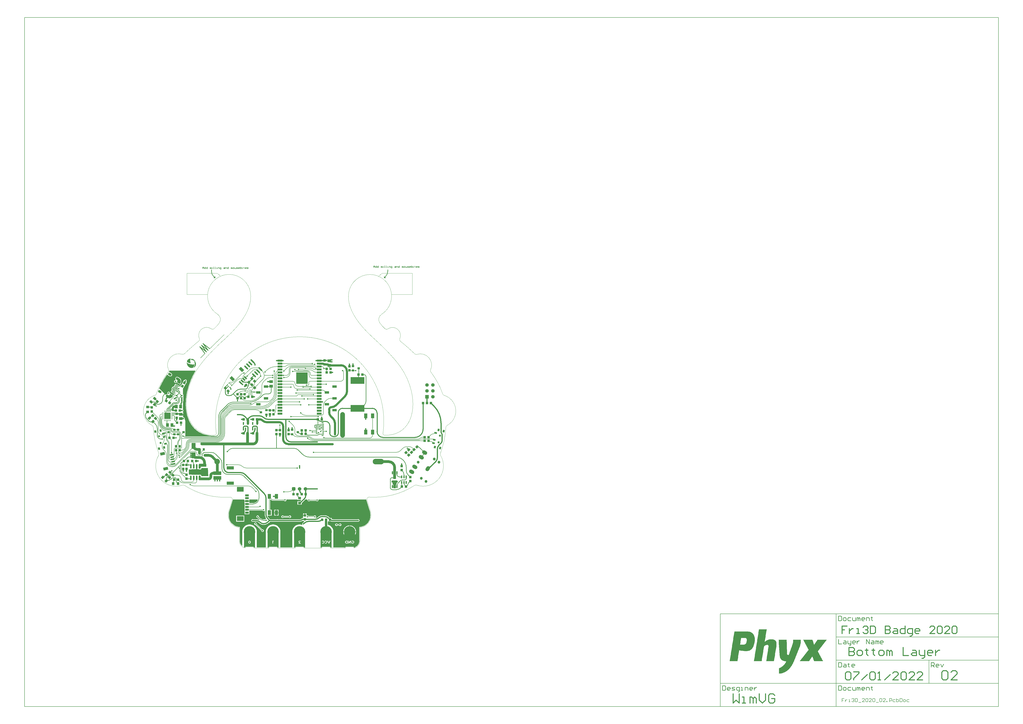
<source format=gbl>
G04*
G04 #@! TF.GenerationSoftware,Altium Limited,Altium Designer,22.0.2 (36)*
G04*
G04 Layer_Physical_Order=2*
G04 Layer_Color=3381759*
%FSLAX25Y25*%
%MOIN*%
G70*
G04*
G04 #@! TF.SameCoordinates,D6E2960D-4B62-4AB4-87A3-9FF5B50C98D5*
G04*
G04*
G04 #@! TF.FilePolarity,Positive*
G04*
G01*
G75*
%ADD10C,0.01181*%
%ADD11C,0.00787*%
%ADD12C,0.01575*%
%ADD13C,0.00591*%
%ADD14C,0.00984*%
%ADD15C,0.00394*%
%ADD39C,0.00591*%
%ADD40C,0.01968*%
%ADD41C,0.03543*%
%ADD42C,0.03937*%
%ADD45O,0.18898X0.09449*%
%ADD46C,0.09449*%
G04:AMPARAMS|DCode=47|XSize=39.37mil|YSize=82.68mil|CornerRadius=0mil|HoleSize=0mil|Usage=FLASHONLY|Rotation=60.000|XOffset=0mil|YOffset=0mil|HoleType=Round|Shape=Round|*
%AMOVALD47*
21,1,0.04331,0.03937,0.00000,0.00000,150.0*
1,1,0.03937,0.01875,-0.01083*
1,1,0.03937,-0.01875,0.01083*
%
%ADD47OVALD47*%

G04:AMPARAMS|DCode=48|XSize=39.37mil|YSize=62.99mil|CornerRadius=0mil|HoleSize=0mil|Usage=FLASHONLY|Rotation=60.000|XOffset=0mil|YOffset=0mil|HoleType=Round|Shape=Round|*
%AMOVALD48*
21,1,0.02362,0.03937,0.00000,0.00000,150.0*
1,1,0.03937,0.01023,-0.00591*
1,1,0.03937,-0.01023,0.00591*
%
%ADD48OVALD48*%

%ADD49C,0.02559*%
%ADD50C,0.04724*%
G04:AMPARAMS|DCode=51|XSize=90.55mil|YSize=62.99mil|CornerRadius=0mil|HoleSize=0mil|Usage=FLASHONLY|Rotation=56.000|XOffset=0mil|YOffset=0mil|HoleType=Round|Shape=Round|*
%AMOVALD51*
21,1,0.02756,0.06299,0.00000,0.00000,56.0*
1,1,0.06299,-0.00771,-0.01142*
1,1,0.06299,0.00771,0.01142*
%
%ADD51OVALD51*%

G04:AMPARAMS|DCode=52|XSize=90.55mil|YSize=62.99mil|CornerRadius=0mil|HoleSize=0mil|Usage=FLASHONLY|Rotation=146.000|XOffset=0mil|YOffset=0mil|HoleType=Round|Shape=Round|*
%AMOVALD52*
21,1,0.02756,0.06299,0.00000,0.00000,146.0*
1,1,0.06299,0.01142,-0.00771*
1,1,0.06299,-0.01142,0.00771*
%
%ADD52OVALD52*%

%ADD53O,0.07874X0.43307*%
%ADD54C,0.03543*%
%ADD55C,0.19685*%
%ADD56C,0.06000*%
G04:AMPARAMS|DCode=57|XSize=60mil|YSize=60mil|CornerRadius=15mil|HoleSize=0mil|Usage=FLASHONLY|Rotation=180.000|XOffset=0mil|YOffset=0mil|HoleType=Round|Shape=RoundedRectangle|*
%AMROUNDEDRECTD57*
21,1,0.06000,0.03000,0,0,180.0*
21,1,0.03000,0.06000,0,0,180.0*
1,1,0.03000,-0.01500,0.01500*
1,1,0.03000,0.01500,0.01500*
1,1,0.03000,0.01500,-0.01500*
1,1,0.03000,-0.01500,-0.01500*
%
%ADD57ROUNDEDRECTD57*%
%ADD58C,0.05906*%
%ADD59R,0.05906X0.05906*%
%ADD60C,0.02362*%
%ADD61C,0.04724*%
%ADD62C,0.00984*%
%ADD63R,0.06299X0.03189*%
%ADD64R,0.11811X0.08268*%
%ADD65R,0.05906X0.05118*%
%ADD66R,0.07520X0.03937*%
%ADD67R,0.05118X0.03937*%
%ADD68R,0.04331X0.03937*%
G04:AMPARAMS|DCode=69|XSize=39.37mil|YSize=43.31mil|CornerRadius=0mil|HoleSize=0mil|Usage=FLASHONLY|Rotation=315.000|XOffset=0mil|YOffset=0mil|HoleType=Round|Shape=Rectangle|*
%AMROTATEDRECTD69*
4,1,4,-0.02923,-0.00139,0.00139,0.02923,0.02923,0.00139,-0.00139,-0.02923,-0.02923,-0.00139,0.0*
%
%ADD69ROTATEDRECTD69*%

G04:AMPARAMS|DCode=70|XSize=15.75mil|YSize=17.72mil|CornerRadius=0mil|HoleSize=0mil|Usage=FLASHONLY|Rotation=225.000|XOffset=0mil|YOffset=0mil|HoleType=Round|Shape=Rectangle|*
%AMROTATEDRECTD70*
4,1,4,-0.00070,0.01183,0.01183,-0.00070,0.00070,-0.01183,-0.01183,0.00070,-0.00070,0.01183,0.0*
%
%ADD70ROTATEDRECTD70*%

G04:AMPARAMS|DCode=71|XSize=15.75mil|YSize=17.72mil|CornerRadius=0mil|HoleSize=0mil|Usage=FLASHONLY|Rotation=315.000|XOffset=0mil|YOffset=0mil|HoleType=Round|Shape=Rectangle|*
%AMROTATEDRECTD71*
4,1,4,-0.01183,-0.00070,0.00070,0.01183,0.01183,0.00070,-0.00070,-0.01183,-0.01183,-0.00070,0.0*
%
%ADD71ROTATEDRECTD71*%

%ADD72R,0.02362X0.04528*%
%ADD73R,0.23622X0.11811*%
%ADD74R,0.03150X0.02165*%
G04:AMPARAMS|DCode=75|XSize=11.81mil|YSize=57.09mil|CornerRadius=0mil|HoleSize=0mil|Usage=FLASHONLY|Rotation=60.000|XOffset=0mil|YOffset=0mil|HoleType=Round|Shape=Rectangle|*
%AMROTATEDRECTD75*
4,1,4,0.02177,-0.01939,-0.02767,0.00916,-0.02177,0.01939,0.02767,-0.00916,0.02177,-0.01939,0.0*
%
%ADD75ROTATEDRECTD75*%

%ADD76R,0.03937X0.04331*%
%ADD77R,0.01968X0.02362*%
G04:AMPARAMS|DCode=78|XSize=23.62mil|YSize=61.02mil|CornerRadius=0mil|HoleSize=0mil|Usage=FLASHONLY|Rotation=45.000|XOffset=0mil|YOffset=0mil|HoleType=Round|Shape=Rectangle|*
%AMROTATEDRECTD78*
4,1,4,0.01322,-0.02993,-0.02993,0.01322,-0.01322,0.02993,0.02993,-0.01322,0.01322,-0.02993,0.0*
%
%ADD78ROTATEDRECTD78*%

G04:AMPARAMS|DCode=79|XSize=47.24mil|YSize=78.74mil|CornerRadius=0mil|HoleSize=0mil|Usage=FLASHONLY|Rotation=225.000|XOffset=0mil|YOffset=0mil|HoleType=Round|Shape=Rectangle|*
%AMROTATEDRECTD79*
4,1,4,-0.01114,0.04454,0.04454,-0.01114,0.01114,-0.04454,-0.04454,0.01114,-0.01114,0.04454,0.0*
%
%ADD79ROTATEDRECTD79*%

%ADD80R,0.03937X0.03347*%
%ADD81R,0.03937X0.03347*%
%ADD82R,0.05118X0.05906*%
%ADD83R,0.13386X0.05906*%
%ADD84R,0.12205X0.05512*%
%ADD85O,0.02362X0.07874*%
%ADD86R,0.12992X0.09488*%
%ADD87R,0.03740X0.01575*%
%ADD88R,0.03150X0.01181*%
%ADD89R,0.02559X0.01181*%
G04:AMPARAMS|DCode=90|XSize=23.62mil|YSize=61.02mil|CornerRadius=0mil|HoleSize=0mil|Usage=FLASHONLY|Rotation=102.000|XOffset=0mil|YOffset=0mil|HoleType=Round|Shape=Rectangle|*
%AMROTATEDRECTD90*
4,1,4,0.03230,-0.00521,-0.02739,-0.01790,-0.03230,0.00521,0.02739,0.01790,0.03230,-0.00521,0.0*
%
%ADD90ROTATEDRECTD90*%

G04:AMPARAMS|DCode=91|XSize=47.24mil|YSize=78.74mil|CornerRadius=0mil|HoleSize=0mil|Usage=FLASHONLY|Rotation=102.000|XOffset=0mil|YOffset=0mil|HoleType=Round|Shape=Rectangle|*
%AMROTATEDRECTD91*
4,1,4,0.04342,-0.01492,-0.03360,-0.03129,-0.04342,0.01492,0.03360,0.03129,0.04342,-0.01492,0.0*
%
%ADD91ROTATEDRECTD91*%

%ADD92O,0.01772X0.05512*%
G04:AMPARAMS|DCode=93|XSize=23.62mil|YSize=86.61mil|CornerRadius=0mil|HoleSize=0mil|Usage=FLASHONLY|Rotation=225.000|XOffset=0mil|YOffset=0mil|HoleType=Round|Shape=Round|*
%AMOVALD93*
21,1,0.06299,0.02362,0.00000,0.00000,315.0*
1,1,0.02362,-0.02227,0.02227*
1,1,0.02362,0.02227,-0.02227*
%
%ADD93OVALD93*%

G04:AMPARAMS|DCode=94|XSize=51.18mil|YSize=39.37mil|CornerRadius=0mil|HoleSize=0mil|Usage=FLASHONLY|Rotation=45.000|XOffset=0mil|YOffset=0mil|HoleType=Round|Shape=Rectangle|*
%AMROTATEDRECTD94*
4,1,4,-0.00418,-0.03202,-0.03202,-0.00418,0.00418,0.03202,0.03202,0.00418,-0.00418,-0.03202,0.0*
%
%ADD94ROTATEDRECTD94*%

G04:AMPARAMS|DCode=95|XSize=51.18mil|YSize=39.37mil|CornerRadius=0mil|HoleSize=0mil|Usage=FLASHONLY|Rotation=315.000|XOffset=0mil|YOffset=0mil|HoleType=Round|Shape=Rectangle|*
%AMROTATEDRECTD95*
4,1,4,-0.03202,0.00418,-0.00418,0.03202,0.03202,-0.00418,0.00418,-0.03202,-0.03202,0.00418,0.0*
%
%ADD95ROTATEDRECTD95*%

G04:AMPARAMS|DCode=96|XSize=39.37mil|YSize=43.31mil|CornerRadius=0mil|HoleSize=0mil|Usage=FLASHONLY|Rotation=225.000|XOffset=0mil|YOffset=0mil|HoleType=Round|Shape=Rectangle|*
%AMROTATEDRECTD96*
4,1,4,-0.00139,0.02923,0.02923,-0.00139,0.00139,-0.02923,-0.02923,0.00139,-0.00139,0.02923,0.0*
%
%ADD96ROTATEDRECTD96*%

%ADD97R,0.03347X0.03937*%
%ADD98R,0.03347X0.03937*%
G04:AMPARAMS|DCode=99|XSize=27.56mil|YSize=43.31mil|CornerRadius=0mil|HoleSize=0mil|Usage=FLASHONLY|Rotation=78.000|XOffset=0mil|YOffset=0mil|HoleType=Round|Shape=Rectangle|*
%AMROTATEDRECTD99*
4,1,4,0.01832,-0.01798,-0.02405,-0.00898,-0.01832,0.01798,0.02405,0.00898,0.01832,-0.01798,0.0*
%
%ADD99ROTATEDRECTD99*%

G04:AMPARAMS|DCode=100|XSize=39.37mil|YSize=31.5mil|CornerRadius=0mil|HoleSize=0mil|Usage=FLASHONLY|Rotation=78.000|XOffset=0mil|YOffset=0mil|HoleType=Round|Shape=Rectangle|*
%AMROTATEDRECTD100*
4,1,4,0.01131,-0.02253,-0.01950,-0.01598,-0.01131,0.02253,0.01950,0.01598,0.01131,-0.02253,0.0*
%
%ADD100ROTATEDRECTD100*%

%ADD101R,0.05512X0.07874*%
%ADD102R,0.11024X0.11024*%
%ADD103O,0.02953X0.00984*%
%ADD104O,0.00984X0.02953*%
G04:AMPARAMS|DCode=105|XSize=39.37mil|YSize=43.31mil|CornerRadius=0mil|HoleSize=0mil|Usage=FLASHONLY|Rotation=60.000|XOffset=0mil|YOffset=0mil|HoleType=Round|Shape=Rectangle|*
%AMROTATEDRECTD105*
4,1,4,0.00891,-0.02788,-0.02859,-0.00622,-0.00891,0.02788,0.02859,0.00622,0.00891,-0.02788,0.0*
%
%ADD105ROTATEDRECTD105*%

G04:AMPARAMS|DCode=106|XSize=39.37mil|YSize=43.31mil|CornerRadius=0mil|HoleSize=0mil|Usage=FLASHONLY|Rotation=330.000|XOffset=0mil|YOffset=0mil|HoleType=Round|Shape=Rectangle|*
%AMROTATEDRECTD106*
4,1,4,-0.02788,-0.00891,-0.00622,0.02859,0.02788,0.00891,0.00622,-0.02859,-0.02788,-0.00891,0.0*
%
%ADD106ROTATEDRECTD106*%

%ADD107R,0.00984X0.01083*%
%ADD108R,0.01083X0.00984*%
G04:AMPARAMS|DCode=109|XSize=27.56mil|YSize=43.31mil|CornerRadius=0mil|HoleSize=0mil|Usage=FLASHONLY|Rotation=282.000|XOffset=0mil|YOffset=0mil|HoleType=Round|Shape=Rectangle|*
%AMROTATEDRECTD109*
4,1,4,-0.02405,0.00898,0.01832,0.01798,0.02405,-0.00898,-0.01832,-0.01798,-0.02405,0.00898,0.0*
%
%ADD109ROTATEDRECTD109*%

G04:AMPARAMS|DCode=110|XSize=39.37mil|YSize=31.5mil|CornerRadius=0mil|HoleSize=0mil|Usage=FLASHONLY|Rotation=282.000|XOffset=0mil|YOffset=0mil|HoleType=Round|Shape=Rectangle|*
%AMROTATEDRECTD110*
4,1,4,-0.01950,0.01598,0.01131,0.02253,0.01950,-0.01598,-0.01131,-0.02253,-0.01950,0.01598,0.0*
%
%ADD110ROTATEDRECTD110*%

%ADD111R,0.06693X0.10236*%
%ADD112R,0.03937X0.05118*%
%ADD113R,0.07874X0.03543*%
%ADD114R,0.19685X0.19685*%
%ADD115C,0.02362*%
%ADD116C,0.00622*%
%ADD117R,0.07087X0.09055*%
G36*
X-128074Y362347D02*
X-128156Y362266D01*
X-128076Y362185D01*
X-128157Y362104D01*
X-128077Y362022D01*
X-127995Y362103D01*
X-127915Y362021D01*
X-127997Y361940D01*
X-127916Y361858D01*
X-152579Y337621D01*
X-152660Y337703D01*
X-152742Y337623D01*
X-152822Y337705D01*
X-152904Y337624D01*
X-152985Y337706D01*
X-152903Y337787D01*
X-152984Y337869D01*
X-153066Y337788D01*
X-153146Y337870D01*
X-153064Y337951D01*
X-153145Y338033D01*
X-153226Y337952D01*
X-153307Y338034D01*
X-153388Y338116D01*
X-153468Y338198D01*
X-153549Y338280D01*
X-153629Y338362D01*
X-153711Y338281D01*
X-153792Y338363D01*
X-153872Y338445D01*
X-153953Y338527D01*
X-154033Y338609D01*
X-154114Y338691D01*
X-154196Y338610D01*
X-154276Y338692D01*
X-154194Y338773D01*
X-154275Y338855D01*
X-154357Y338774D01*
X-154437Y338856D01*
X-154355Y338937D01*
X-154436Y339019D01*
X-154518Y338938D01*
X-154598Y339020D01*
X-154516Y339101D01*
X-154597Y339182D01*
X-154679Y339102D01*
X-154759Y339184D01*
X-154840Y339266D01*
X-154920Y339348D01*
X-155001Y339430D01*
X-155081Y339512D01*
X-155163Y339431D01*
X-155244Y339513D01*
X-155324Y339595D01*
X-155405Y339677D01*
X-155487Y339596D01*
X-155567Y339678D01*
X-155485Y339759D01*
X-155566Y339841D01*
X-155648Y339760D01*
X-155728Y339842D01*
X-155646Y339923D01*
X-155727Y340005D01*
X-155809Y339924D01*
X-155889Y340006D01*
X-155807Y340087D01*
X-155888Y340168D01*
X-155970Y340088D01*
X-156050Y340170D01*
X-156131Y340252D01*
X-156211Y340334D01*
X-156293Y340253D01*
X-156374Y340335D01*
X-156292Y340416D01*
X-156372Y340498D01*
X-156455Y340417D01*
X-156535Y340499D01*
X-156615Y340581D01*
X-156696Y340663D01*
X-156778Y340582D01*
X-156859Y340665D01*
X-156776Y340745D01*
X-156857Y340827D01*
X-156939Y340746D01*
X-157019Y340828D01*
X-156938Y340909D01*
X-157018Y340991D01*
X-157100Y340910D01*
X-157181Y340992D01*
X-157099Y341073D01*
X-157179Y341155D01*
X-157261Y341074D01*
X-157342Y341156D01*
X-157422Y341238D01*
X-157503Y341320D01*
X-157583Y341402D01*
X-157664Y341484D01*
X-157746Y341403D01*
X-157826Y341485D01*
X-157907Y341567D01*
X-157987Y341649D01*
X-158068Y341731D01*
X-158148Y341813D01*
X-158230Y341733D01*
X-158311Y341814D01*
X-158229Y341895D01*
X-158309Y341977D01*
X-158391Y341896D01*
X-158472Y341978D01*
X-158390Y342059D01*
X-158470Y342141D01*
X-158552Y342060D01*
X-158633Y342142D01*
X-158713Y342224D01*
X-158794Y342306D01*
X-158874Y342388D01*
X-158955Y342470D01*
X-159037Y342389D01*
X-159117Y342471D01*
X-159035Y342552D01*
X-159116Y342634D01*
X-159198Y342553D01*
X-159278Y342635D01*
X-159359Y342717D01*
X-159439Y342799D01*
X-159520Y342881D01*
X-159600Y342963D01*
X-159682Y342882D01*
X-159763Y342964D01*
X-159681Y343045D01*
X-159762Y343127D01*
X-159844Y343046D01*
X-159924Y343128D01*
X-160004Y343210D01*
X-160085Y343292D01*
X-160166Y343374D01*
X-160246Y343456D01*
X-160328Y343376D01*
X-160248Y343294D01*
X-160329Y343213D01*
X-160249Y343131D01*
X-160167Y343212D01*
X-160086Y343130D01*
X-160168Y343049D01*
X-160088Y342967D01*
X-160007Y342885D01*
X-159927Y342803D01*
X-159846Y342721D01*
X-159766Y342639D01*
X-159848Y342559D01*
X-159767Y342477D01*
X-159687Y342395D01*
X-159606Y342313D01*
X-159526Y342231D01*
X-159445Y342149D01*
X-159527Y342069D01*
X-159447Y341987D01*
X-159365Y342067D01*
X-159284Y341985D01*
X-159366Y341905D01*
X-159285Y341823D01*
X-159204Y341903D01*
X-159123Y341822D01*
X-159205Y341741D01*
X-159124Y341659D01*
X-159043Y341740D01*
X-158962Y341658D01*
X-159044Y341577D01*
X-158963Y341495D01*
X-158883Y341413D01*
X-158802Y341331D01*
X-158884Y341251D01*
X-158804Y341169D01*
X-158722Y341249D01*
X-158641Y341167D01*
X-158723Y341087D01*
X-158643Y341005D01*
X-158562Y340923D01*
X-158482Y340841D01*
X-158564Y340761D01*
X-158483Y340679D01*
X-158401Y340759D01*
X-158321Y340677D01*
X-158403Y340597D01*
X-158322Y340515D01*
X-158240Y340595D01*
X-158160Y340513D01*
X-158241Y340433D01*
X-158161Y340351D01*
X-158079Y340431D01*
X-157999Y340350D01*
X-158080Y340269D01*
X-158000Y340187D01*
X-157919Y340105D01*
X-157839Y340023D01*
X-157921Y339943D01*
X-157840Y339861D01*
X-157758Y339941D01*
X-157678Y339859D01*
X-157760Y339779D01*
X-157679Y339697D01*
X-157599Y339615D01*
X-157518Y339533D01*
X-157600Y339452D01*
X-157520Y339370D01*
X-157438Y339451D01*
X-157357Y339369D01*
X-157439Y339288D01*
X-157359Y339207D01*
X-157277Y339287D01*
X-157196Y339205D01*
X-157278Y339125D01*
X-157198Y339043D01*
X-157116Y339123D01*
X-157035Y339041D01*
X-157117Y338961D01*
X-157036Y338879D01*
X-156956Y338797D01*
X-156876Y338715D01*
X-156795Y338633D01*
X-156714Y338551D01*
X-156796Y338471D01*
X-156716Y338389D01*
X-156635Y338307D01*
X-156555Y338225D01*
X-156474Y338143D01*
X-156394Y338061D01*
X-156476Y337980D01*
X-156395Y337898D01*
X-156313Y337979D01*
X-156233Y337897D01*
X-156315Y337817D01*
X-156234Y337735D01*
X-156152Y337815D01*
X-156072Y337733D01*
X-156154Y337653D01*
X-156073Y337571D01*
X-155993Y337489D01*
X-155912Y337407D01*
X-155832Y337325D01*
X-155751Y337243D01*
X-155833Y337162D01*
X-155752Y337080D01*
X-155672Y336999D01*
X-155591Y336917D01*
X-155511Y336835D01*
X-155430Y336753D01*
X-155350Y336671D01*
X-155269Y336589D01*
X-155351Y336508D01*
X-155271Y336426D01*
X-155189Y336507D01*
X-155108Y336425D01*
X-155190Y336344D01*
X-155110Y336262D01*
X-155029Y336180D01*
X-154949Y336099D01*
X-154868Y336017D01*
X-154788Y335935D01*
X-154870Y335854D01*
X-154789Y335772D01*
X-154709Y335690D01*
X-154628Y335608D01*
X-155366Y334884D01*
X-155446Y334966D01*
X-155528Y334885D01*
X-155608Y334967D01*
X-155689Y335049D01*
X-155770Y335131D01*
X-155851Y335050D01*
X-155932Y335132D01*
X-155850Y335213D01*
X-155930Y335295D01*
X-156012Y335214D01*
X-156093Y335296D01*
X-156011Y335377D01*
X-156092Y335459D01*
X-156174Y335378D01*
X-156254Y335460D01*
X-156172Y335541D01*
X-156253Y335623D01*
X-156335Y335542D01*
X-156415Y335624D01*
X-156496Y335706D01*
X-156576Y335788D01*
X-156657Y335870D01*
X-156737Y335952D01*
X-156819Y335871D01*
X-156900Y335953D01*
X-156980Y336035D01*
X-157061Y336117D01*
X-157141Y336199D01*
X-157222Y336281D01*
X-157304Y336200D01*
X-157384Y336282D01*
X-157302Y336363D01*
X-157383Y336445D01*
X-157465Y336364D01*
X-157545Y336446D01*
X-157463Y336527D01*
X-157544Y336609D01*
X-157626Y336528D01*
X-157706Y336610D01*
X-157787Y336692D01*
X-157867Y336774D01*
X-157948Y336856D01*
X-158028Y336938D01*
X-158110Y336857D01*
X-158191Y336939D01*
X-158271Y337021D01*
X-158352Y337103D01*
X-158432Y337185D01*
X-158513Y337267D01*
X-158595Y337187D01*
X-158675Y337268D01*
X-158593Y337349D01*
X-158674Y337431D01*
X-158756Y337350D01*
X-158836Y337432D01*
X-158754Y337513D01*
X-158835Y337595D01*
X-158917Y337514D01*
X-158997Y337596D01*
X-159078Y337678D01*
X-159158Y337760D01*
X-159239Y337842D01*
X-159319Y337924D01*
X-159401Y337843D01*
X-159482Y337925D01*
X-159563Y338007D01*
X-159643Y338089D01*
X-159723Y338171D01*
X-159804Y338253D01*
X-159886Y338173D01*
X-159967Y338254D01*
X-159885Y338335D01*
X-159965Y338417D01*
X-160047Y338336D01*
X-160127Y338418D01*
X-160046Y338499D01*
X-160126Y338581D01*
X-160208Y338500D01*
X-160289Y338582D01*
X-160369Y338664D01*
X-160450Y338746D01*
X-160530Y338828D01*
X-160611Y338910D01*
X-160693Y338829D01*
X-160773Y338911D01*
X-160691Y338992D01*
X-160772Y339074D01*
X-160854Y338993D01*
X-160934Y339075D01*
X-161015Y339157D01*
X-161095Y339239D01*
X-161176Y339321D01*
X-161256Y339403D01*
X-161338Y339322D01*
X-161419Y339405D01*
X-161337Y339485D01*
X-161417Y339567D01*
X-161499Y339486D01*
X-161580Y339568D01*
X-161498Y339649D01*
X-161578Y339731D01*
X-161660Y339650D01*
X-161741Y339732D01*
X-161821Y339814D01*
X-161902Y339896D01*
X-161984Y339816D01*
X-162064Y339897D01*
X-161982Y339978D01*
X-162063Y340060D01*
X-162145Y339979D01*
X-162225Y340061D01*
X-162143Y340142D01*
X-162224Y340224D01*
X-162306Y340143D01*
X-162386Y340225D01*
X-162467Y340307D01*
X-162547Y340389D01*
X-162629Y340309D01*
X-162710Y340391D01*
X-162628Y340471D01*
X-162708Y340553D01*
X-162790Y340473D01*
X-162871Y340554D01*
X-162789Y340635D01*
X-162870Y340717D01*
X-162951Y340636D01*
X-163032Y340718D01*
X-163112Y340800D01*
X-163193Y340882D01*
X-163275Y340802D01*
X-163194Y340720D01*
X-163114Y340638D01*
X-163033Y340556D01*
X-163115Y340475D01*
X-163035Y340393D01*
X-162953Y340474D01*
X-162872Y340392D01*
X-162954Y340312D01*
X-162874Y340230D01*
X-162792Y340310D01*
X-162711Y340228D01*
X-162793Y340148D01*
X-162713Y340066D01*
X-162631Y340146D01*
X-162550Y340064D01*
X-162632Y339984D01*
X-162552Y339902D01*
X-162471Y339820D01*
X-162391Y339738D01*
X-162310Y339656D01*
X-162230Y339574D01*
X-162311Y339493D01*
X-162231Y339412D01*
X-162151Y339330D01*
X-162070Y339248D01*
X-161989Y339166D01*
X-161909Y339084D01*
X-161991Y339003D01*
X-161910Y338921D01*
X-161828Y339002D01*
X-161748Y338920D01*
X-161830Y338839D01*
X-161749Y338757D01*
X-161667Y338838D01*
X-161587Y338756D01*
X-161669Y338675D01*
X-161588Y338594D01*
X-161508Y338512D01*
X-161427Y338430D01*
X-161347Y338348D01*
X-161266Y338266D01*
X-161348Y338185D01*
X-161268Y338103D01*
X-161187Y338021D01*
X-161107Y337940D01*
X-161026Y337858D01*
X-160945Y337776D01*
X-161027Y337695D01*
X-160947Y337613D01*
X-160865Y337694D01*
X-160784Y337612D01*
X-160866Y337531D01*
X-160786Y337449D01*
X-160704Y337530D01*
X-160623Y337448D01*
X-160705Y337367D01*
X-160625Y337285D01*
X-160544Y337204D01*
X-160464Y337122D01*
X-160383Y337040D01*
X-160303Y336958D01*
X-160385Y336877D01*
X-160304Y336795D01*
X-160224Y336713D01*
X-160143Y336631D01*
X-160063Y336549D01*
X-159982Y336467D01*
X-160064Y336387D01*
X-159984Y336305D01*
X-159902Y336385D01*
X-159821Y336303D01*
X-159903Y336223D01*
X-159822Y336141D01*
X-159740Y336222D01*
X-159660Y336140D01*
X-159742Y336059D01*
X-159661Y335977D01*
X-159580Y336058D01*
X-159499Y335976D01*
X-159581Y335895D01*
X-159500Y335813D01*
X-159420Y335731D01*
X-159339Y335649D01*
X-159421Y335569D01*
X-159341Y335487D01*
X-159259Y335567D01*
X-159178Y335486D01*
X-159260Y335405D01*
X-159180Y335323D01*
X-159099Y335241D01*
X-159019Y335159D01*
X-158938Y335077D01*
X-158858Y334995D01*
X-158940Y334915D01*
X-158859Y334833D01*
X-158777Y334913D01*
X-158697Y334832D01*
X-158779Y334751D01*
X-158698Y334669D01*
X-158616Y334750D01*
X-158536Y334668D01*
X-158617Y334587D01*
X-158537Y334505D01*
X-158456Y334423D01*
X-158376Y334341D01*
X-158458Y334261D01*
X-158377Y334179D01*
X-158295Y334259D01*
X-158215Y334177D01*
X-158297Y334097D01*
X-158216Y334015D01*
X-158134Y334096D01*
X-158054Y334014D01*
X-158136Y333933D01*
X-158055Y333851D01*
X-157975Y333769D01*
X-157894Y333687D01*
X-157976Y333607D01*
X-157896Y333525D01*
X-157814Y333605D01*
X-157733Y333523D01*
X-157815Y333443D01*
X-157735Y333361D01*
X-157653Y333441D01*
X-157572Y333359D01*
X-157654Y333279D01*
X-157574Y333197D01*
X-157493Y333115D01*
X-157413Y333033D01*
X-157494Y332953D01*
X-157414Y332871D01*
X-158151Y332146D01*
X-158232Y332228D01*
X-158150Y332308D01*
X-158230Y332390D01*
X-158312Y332310D01*
X-158393Y332392D01*
X-158475Y332311D01*
X-158555Y332393D01*
X-158636Y332475D01*
X-158716Y332557D01*
X-158797Y332639D01*
X-158878Y332721D01*
X-158959Y332640D01*
X-159040Y332722D01*
X-158958Y332803D01*
X-159038Y332885D01*
X-159121Y332804D01*
X-159201Y332886D01*
X-159119Y332967D01*
X-159200Y333049D01*
X-159282Y332968D01*
X-159362Y333050D01*
X-159443Y333132D01*
X-159523Y333214D01*
X-159604Y333296D01*
X-159684Y333378D01*
X-159766Y333297D01*
X-159847Y333379D01*
X-159765Y333460D01*
X-159845Y333542D01*
X-159927Y333461D01*
X-160008Y333543D01*
X-160088Y333625D01*
X-160169Y333707D01*
X-160249Y333789D01*
X-160330Y333871D01*
X-160412Y333790D01*
X-160492Y333872D01*
X-160410Y333953D01*
X-160491Y334035D01*
X-160573Y333954D01*
X-160653Y334036D01*
X-160734Y334118D01*
X-160814Y334200D01*
X-160895Y334282D01*
X-160975Y334364D01*
X-161057Y334283D01*
X-161138Y334365D01*
X-161056Y334446D01*
X-161136Y334528D01*
X-161218Y334447D01*
X-161299Y334529D01*
X-161379Y334611D01*
X-161460Y334693D01*
X-161540Y334775D01*
X-161621Y334857D01*
X-161703Y334776D01*
X-161783Y334858D01*
X-161701Y334939D01*
X-161782Y335021D01*
X-161864Y334940D01*
X-161944Y335022D01*
X-161862Y335103D01*
X-161943Y335185D01*
X-162025Y335104D01*
X-162105Y335186D01*
X-162186Y335268D01*
X-162267Y335350D01*
X-162347Y335432D01*
X-162427Y335514D01*
X-162509Y335433D01*
X-162590Y335515D01*
X-162671Y335597D01*
X-162751Y335679D01*
X-162831Y335761D01*
X-162912Y335843D01*
X-162994Y335763D01*
X-163075Y335844D01*
X-162993Y335925D01*
X-163073Y336007D01*
X-163155Y335927D01*
X-163235Y336008D01*
X-163154Y336089D01*
X-163234Y336171D01*
X-163316Y336090D01*
X-163397Y336172D01*
X-163315Y336253D01*
X-163395Y336335D01*
X-163477Y336254D01*
X-163558Y336336D01*
X-163638Y336418D01*
X-163719Y336500D01*
X-163801Y336420D01*
X-163881Y336502D01*
X-163799Y336582D01*
X-163880Y336664D01*
X-163962Y336583D01*
X-164042Y336665D01*
X-164123Y336747D01*
X-164203Y336829D01*
X-164285Y336749D01*
X-164366Y336831D01*
X-164284Y336911D01*
X-164364Y336993D01*
X-164446Y336913D01*
X-164527Y336995D01*
X-164445Y337075D01*
X-164525Y337157D01*
X-164607Y337076D01*
X-164688Y337158D01*
X-164606Y337239D01*
X-164686Y337321D01*
X-164768Y337240D01*
X-164849Y337322D01*
X-164929Y337404D01*
X-165010Y337486D01*
X-165090Y337568D01*
X-165171Y337650D01*
X-165253Y337569D01*
X-165333Y337651D01*
X-165414Y337733D01*
X-165494Y337815D01*
X-165576Y337735D01*
X-165657Y337817D01*
X-165575Y337897D01*
X-165655Y337979D01*
X-165737Y337899D01*
X-165818Y337981D01*
X-165736Y338061D01*
X-165816Y338143D01*
X-165898Y338063D01*
X-165818Y337981D01*
X-165900Y337900D01*
X-165819Y337818D01*
X-165739Y337736D01*
X-165658Y337654D01*
X-165578Y337572D01*
X-165497Y337490D01*
X-165579Y337410D01*
X-165499Y337328D01*
X-165417Y337408D01*
X-165336Y337327D01*
X-165418Y337246D01*
X-165338Y337164D01*
X-165256Y337245D01*
X-165175Y337163D01*
X-165257Y337082D01*
X-165176Y337000D01*
X-165096Y336918D01*
X-165015Y336836D01*
X-164935Y336754D01*
X-164855Y336672D01*
X-164936Y336592D01*
X-164856Y336510D01*
X-164775Y336428D01*
X-164695Y336346D01*
X-164614Y336264D01*
X-164534Y336182D01*
X-164453Y336100D01*
X-164373Y336018D01*
X-164455Y335938D01*
X-164374Y335856D01*
X-164292Y335936D01*
X-164212Y335854D01*
X-164294Y335774D01*
X-164213Y335692D01*
X-164133Y335610D01*
X-164052Y335528D01*
X-163972Y335446D01*
X-163891Y335364D01*
X-163973Y335284D01*
X-163892Y335202D01*
X-163811Y335282D01*
X-163730Y335200D01*
X-163812Y335120D01*
X-163731Y335038D01*
X-163651Y334956D01*
X-163570Y334874D01*
X-163490Y334792D01*
X-163409Y334710D01*
X-163491Y334630D01*
X-163411Y334548D01*
X-163329Y334628D01*
X-163248Y334546D01*
X-163330Y334466D01*
X-163250Y334384D01*
X-163168Y334464D01*
X-163087Y334382D01*
X-163169Y334302D01*
X-163089Y334220D01*
X-163008Y334138D01*
X-162928Y334056D01*
X-162847Y333974D01*
X-162767Y333892D01*
X-162848Y333812D01*
X-162768Y333730D01*
X-162688Y333648D01*
X-162607Y333566D01*
X-162526Y333484D01*
X-162446Y333402D01*
X-162528Y333321D01*
X-162447Y333240D01*
X-162365Y333320D01*
X-162285Y333238D01*
X-162367Y333158D01*
X-162286Y333076D01*
X-162204Y333156D01*
X-162124Y333074D01*
X-162206Y332994D01*
X-162125Y332912D01*
X-162043Y332992D01*
X-161963Y332910D01*
X-162045Y332830D01*
X-161964Y332748D01*
X-161884Y332666D01*
X-161803Y332584D01*
X-161885Y332504D01*
X-161805Y332421D01*
X-161723Y332502D01*
X-161642Y332420D01*
X-161724Y332340D01*
X-161644Y332258D01*
X-161563Y332176D01*
X-161483Y332094D01*
X-161565Y332013D01*
X-161484Y331931D01*
X-161402Y332012D01*
X-161321Y331930D01*
X-161403Y331849D01*
X-161323Y331767D01*
X-161241Y331848D01*
X-161160Y331766D01*
X-161242Y331685D01*
X-161162Y331604D01*
X-161080Y331684D01*
X-160999Y331602D01*
X-161081Y331522D01*
X-161001Y331440D01*
X-160920Y331358D01*
X-160840Y331276D01*
X-160759Y331194D01*
X-160679Y331112D01*
X-160761Y331031D01*
X-160680Y330949D01*
X-160600Y330868D01*
X-160519Y330786D01*
X-160601Y330705D01*
X-160521Y330623D01*
X-160439Y330704D01*
X-160358Y330622D01*
X-160440Y330541D01*
X-160360Y330459D01*
X-160277Y330540D01*
X-160197Y330458D01*
X-160279Y330377D01*
X-160198Y330295D01*
X-160280Y330215D01*
X-160200Y330133D01*
X-168148Y322322D01*
X-168228Y322404D01*
X-168147Y322485D01*
X-168227Y322567D01*
X-168309Y322486D01*
X-168389Y322568D01*
X-168307Y322649D01*
X-168388Y322731D01*
X-168470Y322650D01*
X-168551Y322732D01*
X-165683Y325550D01*
X-165763Y325632D01*
X-165681Y325713D01*
X-165601Y325631D01*
X-165355Y325872D01*
X-165435Y325954D01*
X-165354Y326035D01*
X-165273Y325953D01*
X-165027Y326195D01*
X-165108Y326276D01*
X-165026Y326357D01*
X-164945Y326275D01*
X-164863Y326356D01*
X-164944Y326437D01*
X-164862Y326518D01*
X-164781Y326436D01*
X-164699Y326517D01*
X-164780Y326599D01*
X-164698Y326679D01*
X-164618Y326597D01*
X-164535Y326678D01*
X-164616Y326760D01*
X-164534Y326840D01*
X-164454Y326758D01*
X-164372Y326839D01*
X-164452Y326921D01*
X-164370Y327001D01*
X-164290Y326919D01*
X-164208Y327000D01*
X-164288Y327082D01*
X-164206Y327162D01*
X-164126Y327080D01*
X-164044Y327161D01*
X-164124Y327243D01*
X-164042Y327323D01*
X-163962Y327241D01*
X-163880Y327322D01*
X-163961Y327404D01*
X-163879Y327484D01*
X-163798Y327402D01*
X-163716Y327483D01*
X-163797Y327565D01*
X-163715Y327645D01*
X-163634Y327563D01*
X-163552Y327644D01*
X-163633Y327726D01*
X-163551Y327806D01*
X-163470Y327724D01*
X-163388Y327805D01*
X-163469Y327887D01*
X-163387Y327967D01*
X-163306Y327885D01*
X-163224Y327966D01*
X-163305Y328048D01*
X-163223Y328128D01*
X-163143Y328046D01*
X-163061Y328127D01*
X-163141Y328209D01*
X-163059Y328289D01*
X-162979Y328207D01*
X-162897Y328288D01*
X-162977Y328370D01*
X-162895Y328450D01*
X-162815Y328368D01*
X-162733Y328449D01*
X-162813Y328531D01*
X-162731Y328611D01*
X-162651Y328530D01*
X-162569Y328610D01*
X-162650Y328692D01*
X-162568Y328773D01*
X-162487Y328691D01*
X-162405Y328771D01*
X-162486Y328853D01*
X-162404Y328934D01*
X-162323Y328852D01*
X-162241Y328932D01*
X-162322Y329014D01*
X-162240Y329095D01*
X-162159Y329013D01*
X-162077Y329093D01*
X-162158Y329175D01*
X-162076Y329256D01*
X-161995Y329174D01*
X-161914Y329254D01*
X-161994Y329336D01*
X-161912Y329417D01*
X-161831Y329335D01*
X-161750Y329415D01*
X-161830Y329497D01*
X-161584Y329739D01*
X-161504Y329657D01*
X-161422Y329737D01*
X-161502Y329819D01*
X-161420Y329900D01*
X-161501Y329982D01*
X-161419Y330062D01*
X-161500Y330144D01*
X-161580Y330226D01*
X-161661Y330308D01*
X-161741Y330390D01*
X-161822Y330472D01*
X-161902Y330554D01*
X-161820Y330634D01*
X-161901Y330716D01*
X-161981Y330798D01*
X-162062Y330880D01*
X-162142Y330962D01*
X-162060Y331043D01*
X-162141Y331125D01*
X-162223Y331044D01*
X-162303Y331126D01*
X-162221Y331207D01*
X-162302Y331289D01*
X-162384Y331208D01*
X-162464Y331290D01*
X-162382Y331370D01*
X-162463Y331452D01*
X-162545Y331372D01*
X-162625Y331454D01*
X-162543Y331534D01*
X-162624Y331616D01*
X-162705Y331698D01*
X-162785Y331780D01*
X-162866Y331862D01*
X-162946Y331944D01*
X-162864Y332025D01*
X-162945Y332107D01*
X-163025Y332189D01*
X-163106Y332270D01*
X-163186Y332352D01*
X-163267Y332434D01*
X-163185Y332515D01*
X-163265Y332597D01*
X-163347Y332516D01*
X-163428Y332598D01*
X-163346Y332679D01*
X-163426Y332761D01*
X-163508Y332680D01*
X-163589Y332762D01*
X-163507Y332843D01*
X-163587Y332925D01*
X-163669Y332844D01*
X-163750Y332926D01*
X-163668Y333007D01*
X-163749Y333088D01*
X-163829Y333170D01*
X-163909Y333252D01*
X-163828Y333333D01*
X-163908Y333415D01*
X-163990Y333334D01*
X-164070Y333416D01*
X-163989Y333497D01*
X-164069Y333579D01*
X-164150Y333661D01*
X-164230Y333742D01*
X-164311Y333824D01*
X-164391Y333906D01*
X-164309Y333987D01*
X-164390Y334069D01*
X-164472Y333988D01*
X-164552Y334070D01*
X-164470Y334151D01*
X-164551Y334233D01*
X-164633Y334152D01*
X-164713Y334234D01*
X-164631Y334315D01*
X-164712Y334397D01*
X-164792Y334478D01*
X-164873Y334560D01*
X-164953Y334642D01*
X-165034Y334724D01*
X-164952Y334805D01*
X-165032Y334887D01*
X-165113Y334969D01*
X-165194Y335051D01*
X-165274Y335133D01*
X-165355Y335215D01*
X-165273Y335295D01*
X-165353Y335377D01*
X-165435Y335297D01*
X-165516Y335378D01*
X-165434Y335459D01*
X-165514Y335541D01*
X-165596Y335460D01*
X-165677Y335542D01*
X-165595Y335623D01*
X-165675Y335705D01*
X-165756Y335787D01*
X-165836Y335869D01*
X-165917Y335951D01*
X-165997Y336033D01*
X-166078Y336115D01*
X-166158Y336196D01*
X-166077Y336277D01*
X-166157Y336359D01*
X-166237Y336441D01*
X-166318Y336523D01*
X-166399Y336605D01*
X-166479Y336687D01*
X-166397Y336767D01*
X-166478Y336849D01*
X-166560Y336769D01*
X-166640Y336851D01*
X-166558Y336931D01*
X-166639Y337013D01*
X-166721Y336932D01*
X-166801Y337014D01*
X-166719Y337095D01*
X-166800Y337177D01*
X-166880Y337259D01*
X-166961Y337341D01*
X-167041Y337423D01*
X-167122Y337505D01*
X-167040Y337585D01*
X-167120Y337667D01*
X-167202Y337586D01*
X-167283Y337668D01*
X-167201Y337749D01*
X-167281Y337831D01*
X-167362Y337913D01*
X-167443Y337995D01*
X-167360Y338075D01*
X-167441Y338157D01*
X-167523Y338077D01*
X-167604Y338159D01*
X-167522Y338239D01*
X-167602Y338321D01*
X-167684Y338241D01*
X-167765Y338323D01*
X-167683Y338403D01*
X-167763Y338485D01*
X-167845Y338404D01*
X-167926Y338486D01*
X-167844Y338567D01*
X-167924Y338649D01*
X-168005Y338731D01*
X-168085Y338813D01*
X-168003Y338893D01*
X-168084Y338975D01*
X-168166Y338895D01*
X-168246Y338977D01*
X-168164Y339057D01*
X-168245Y339139D01*
X-168325Y339221D01*
X-168406Y339303D01*
X-168486Y339385D01*
X-168567Y339467D01*
X-168485Y339547D01*
X-168565Y339629D01*
X-168648Y339549D01*
X-168728Y339631D01*
X-168646Y339711D01*
X-168727Y339793D01*
X-168808Y339713D01*
X-168889Y339795D01*
X-168807Y339875D01*
X-168888Y339957D01*
X-168968Y340039D01*
X-169049Y340121D01*
X-169129Y340203D01*
X-169210Y340285D01*
X-169128Y340365D01*
X-169208Y340447D01*
X-169290Y340367D01*
X-169371Y340449D01*
X-169289Y340529D01*
X-169369Y340611D01*
X-169450Y340693D01*
X-169530Y340775D01*
X-169448Y340856D01*
X-169529Y340937D01*
X-169611Y340857D01*
X-169691Y340939D01*
X-169609Y341020D01*
X-169690Y341101D01*
X-169772Y341021D01*
X-169852Y341103D01*
X-169771Y341183D01*
X-169851Y341265D01*
X-169932Y341347D01*
X-170012Y341429D01*
X-169930Y341510D01*
X-170011Y341592D01*
X-169929Y341672D01*
X-170009Y341754D01*
X-169927Y341835D01*
X-170008Y341916D01*
X-169926Y341997D01*
X-169845Y341915D01*
X-169763Y341996D01*
X-169844Y342078D01*
X-169762Y342158D01*
X-169682Y342076D01*
X-169599Y342157D01*
X-169519Y342075D01*
X-169355Y342236D01*
X-169275Y342154D01*
X-169194Y342072D01*
X-169112Y342152D01*
X-169032Y342071D01*
X-168951Y341988D01*
X-168871Y341907D01*
X-168789Y341987D01*
X-168708Y341905D01*
X-168628Y341823D01*
X-168547Y341741D01*
X-168467Y341659D01*
X-168386Y341577D01*
X-168304Y341658D01*
X-168224Y341576D01*
X-168306Y341495D01*
X-168225Y341413D01*
X-168143Y341494D01*
X-168062Y341412D01*
X-168145Y341332D01*
X-168064Y341250D01*
X-167982Y341330D01*
X-167902Y341248D01*
X-167821Y341166D01*
X-167740Y341084D01*
X-167660Y341002D01*
X-167579Y340920D01*
X-167498Y341001D01*
X-167417Y340919D01*
X-167499Y340839D01*
X-167418Y340757D01*
X-167336Y340837D01*
X-167256Y340755D01*
X-167175Y340673D01*
X-167095Y340591D01*
X-167013Y340672D01*
X-166932Y340590D01*
X-167014Y340509D01*
X-166934Y340427D01*
X-166852Y340508D01*
X-166771Y340426D01*
X-166853Y340346D01*
X-166773Y340264D01*
X-166691Y340344D01*
X-166610Y340262D01*
X-166692Y340182D01*
X-166612Y340100D01*
X-166530Y340180D01*
X-166449Y340098D01*
X-166369Y340016D01*
X-166288Y339934D01*
X-166206Y340015D01*
X-166126Y339933D01*
X-166045Y339851D01*
X-165965Y339769D01*
X-165884Y339687D01*
X-165804Y339605D01*
X-165722Y339686D01*
X-165641Y339604D01*
X-165723Y339523D01*
X-165643Y339441D01*
X-165561Y339522D01*
X-165480Y339440D01*
X-165562Y339359D01*
X-165482Y339278D01*
X-165400Y339358D01*
X-165319Y339276D01*
X-165401Y339195D01*
X-165321Y339114D01*
X-165239Y339194D01*
X-165158Y339112D01*
X-165078Y339030D01*
X-164997Y338948D01*
X-164915Y339029D01*
X-164835Y338947D01*
X-164917Y338866D01*
X-164836Y338784D01*
X-164754Y338865D01*
X-164674Y338783D01*
X-164593Y338701D01*
X-164513Y338619D01*
X-164432Y338537D01*
X-164351Y338455D01*
X-164270Y338536D01*
X-164189Y338454D01*
X-164271Y338373D01*
X-164190Y338291D01*
X-164109Y338372D01*
X-164028Y338290D01*
X-164110Y338209D01*
X-164029Y338127D01*
X-163947Y338208D01*
X-163867Y338126D01*
X-163786Y338044D01*
X-163706Y337962D01*
X-163625Y337880D01*
X-163545Y337798D01*
X-163463Y337879D01*
X-163382Y337797D01*
X-163302Y337715D01*
X-163221Y337633D01*
X-163141Y337551D01*
X-163060Y337469D01*
X-162978Y337550D01*
X-162898Y337468D01*
X-162980Y337387D01*
X-162899Y337305D01*
X-162817Y337386D01*
X-162737Y337304D01*
X-162819Y337223D01*
X-162738Y337141D01*
X-162656Y337222D01*
X-162576Y337140D01*
X-162495Y337058D01*
X-162415Y336976D01*
X-162334Y336894D01*
X-162254Y336812D01*
X-162172Y336893D01*
X-162091Y336811D01*
X-162011Y336729D01*
X-161930Y336647D01*
X-161850Y336565D01*
X-161769Y336483D01*
X-161687Y336564D01*
X-161768Y336646D01*
X-161686Y336726D01*
X-161766Y336808D01*
X-161847Y336890D01*
X-161927Y336972D01*
X-162008Y337054D01*
X-162088Y337136D01*
X-162006Y337216D01*
X-162087Y337298D01*
X-162169Y337218D01*
X-162250Y337300D01*
X-162168Y337380D01*
X-162248Y337462D01*
X-162330Y337382D01*
X-162410Y337463D01*
X-162329Y337544D01*
X-162409Y337626D01*
X-162490Y337708D01*
X-162570Y337790D01*
X-162488Y337870D01*
X-162569Y337952D01*
X-162651Y337872D01*
X-162731Y337954D01*
X-162649Y338034D01*
X-162730Y338116D01*
X-162810Y338198D01*
X-162891Y338280D01*
X-162971Y338362D01*
X-163052Y338444D01*
X-162970Y338524D01*
X-163050Y338606D01*
X-163132Y338526D01*
X-163213Y338608D01*
X-163131Y338688D01*
X-163211Y338770D01*
X-163293Y338690D01*
X-163374Y338772D01*
X-163292Y338852D01*
X-163373Y338934D01*
X-163453Y339016D01*
X-163533Y339098D01*
X-163614Y339180D01*
X-163695Y339262D01*
X-163613Y339342D01*
X-163693Y339424D01*
X-163774Y339506D01*
X-163854Y339588D01*
X-163935Y339670D01*
X-164015Y339752D01*
X-163933Y339833D01*
X-164014Y339915D01*
X-164096Y339834D01*
X-164176Y339916D01*
X-164094Y339997D01*
X-164175Y340078D01*
X-164257Y339998D01*
X-164337Y340080D01*
X-164255Y340160D01*
X-164336Y340242D01*
X-164416Y340324D01*
X-164497Y340406D01*
X-164577Y340488D01*
X-164658Y340570D01*
X-164739Y340652D01*
X-164656Y340733D01*
X-164737Y340814D01*
X-164818Y340896D01*
X-164898Y340978D01*
X-164979Y341060D01*
X-164897Y341141D01*
X-164977Y341223D01*
X-165059Y341142D01*
X-165140Y341224D01*
X-165058Y341305D01*
X-165138Y341387D01*
X-165220Y341306D01*
X-165301Y341388D01*
X-165219Y341469D01*
X-165299Y341550D01*
X-165380Y341632D01*
X-165460Y341714D01*
X-165541Y341796D01*
X-165621Y341878D01*
X-165702Y341960D01*
X-165782Y342042D01*
X-165700Y342123D01*
X-165781Y342205D01*
X-165862Y342286D01*
X-165942Y342368D01*
X-166023Y342450D01*
X-166103Y342532D01*
X-166021Y342613D01*
X-166102Y342695D01*
X-166184Y342614D01*
X-166264Y342696D01*
X-166182Y342777D01*
X-166263Y342859D01*
X-166345Y342778D01*
X-166425Y342860D01*
X-166343Y342941D01*
X-166424Y343023D01*
X-166504Y343105D01*
X-166585Y343186D01*
X-166665Y343268D01*
X-166746Y343350D01*
X-166664Y343431D01*
X-166744Y343513D01*
X-166826Y343432D01*
X-166907Y343514D01*
X-166825Y343595D01*
X-166905Y343677D01*
X-166986Y343759D01*
X-167067Y343841D01*
X-166985Y343921D01*
X-167065Y344003D01*
X-167147Y343922D01*
X-167228Y344004D01*
X-167146Y344085D01*
X-167226Y344167D01*
X-167144Y344247D01*
X-167225Y344329D01*
X-167143Y344410D01*
X-167223Y344492D01*
X-167141Y344572D01*
X-167222Y344654D01*
X-167140Y344735D01*
X-167059Y344653D01*
X-166978Y344733D01*
X-167058Y344815D01*
X-166976Y344896D01*
X-166896Y344814D01*
X-166814Y344894D01*
X-166733Y344812D01*
X-166651Y344893D01*
X-166571Y344811D01*
X-166489Y344892D01*
X-166408Y344810D01*
X-166326Y344890D01*
X-166246Y344808D01*
X-166165Y344726D01*
X-166085Y344644D01*
X-166004Y344562D01*
X-165924Y344480D01*
X-165842Y344561D01*
X-165761Y344479D01*
X-165843Y344398D01*
X-165763Y344317D01*
X-165681Y344397D01*
X-165600Y344315D01*
X-165520Y344233D01*
X-165439Y344151D01*
X-165359Y344069D01*
X-165278Y343987D01*
X-165196Y344068D01*
X-165116Y343986D01*
X-165198Y343905D01*
X-165117Y343824D01*
X-165035Y343904D01*
X-164955Y343822D01*
X-165036Y343742D01*
X-164956Y343660D01*
X-164874Y343740D01*
X-164794Y343658D01*
X-164713Y343576D01*
X-164632Y343494D01*
X-164550Y343575D01*
X-164470Y343493D01*
X-164552Y343412D01*
X-164471Y343330D01*
X-164390Y343411D01*
X-164309Y343329D01*
X-164228Y343247D01*
X-164148Y343165D01*
X-164067Y343083D01*
X-163987Y343001D01*
X-163905Y343082D01*
X-163824Y343000D01*
X-163906Y342919D01*
X-163826Y342837D01*
X-163744Y342918D01*
X-163663Y342836D01*
X-163745Y342756D01*
X-163665Y342673D01*
X-163583Y342754D01*
X-163502Y342672D01*
X-163422Y342590D01*
X-163341Y342508D01*
X-163259Y342589D01*
X-163179Y342507D01*
X-163261Y342426D01*
X-163180Y342344D01*
X-163098Y342425D01*
X-163018Y342343D01*
X-162937Y342261D01*
X-162857Y342179D01*
X-162776Y342097D01*
X-162696Y342015D01*
X-162614Y342096D01*
X-162533Y342014D01*
X-162615Y341933D01*
X-162535Y341851D01*
X-162453Y341932D01*
X-162372Y341850D01*
X-162454Y341769D01*
X-162374Y341687D01*
X-162292Y341768D01*
X-162211Y341686D01*
X-162131Y341604D01*
X-162050Y341522D01*
X-161970Y341440D01*
X-161889Y341358D01*
X-161807Y341439D01*
X-161727Y341357D01*
X-161646Y341275D01*
X-161566Y341193D01*
X-161485Y341111D01*
X-161405Y341029D01*
X-161323Y341110D01*
X-161242Y341028D01*
X-161324Y340947D01*
X-161243Y340865D01*
X-161162Y340946D01*
X-161081Y340864D01*
X-161163Y340783D01*
X-161082Y340701D01*
X-161001Y340782D01*
X-160920Y340700D01*
X-161002Y340619D01*
X-160921Y340537D01*
X-160839Y340618D01*
X-160759Y340536D01*
X-160678Y340454D01*
X-160598Y340372D01*
X-160517Y340290D01*
X-160437Y340208D01*
X-160355Y340289D01*
X-160274Y340207D01*
X-160194Y340125D01*
X-160113Y340043D01*
X-160031Y340124D01*
X-159951Y340042D01*
X-160033Y339961D01*
X-159952Y339879D01*
X-159870Y339960D01*
X-159790Y339878D01*
X-159872Y339797D01*
X-159791Y339715D01*
X-159709Y339796D01*
X-159629Y339714D01*
X-159711Y339633D01*
X-159630Y339551D01*
X-159548Y339632D01*
X-159468Y339550D01*
X-159387Y339468D01*
X-159307Y339386D01*
X-159226Y339304D01*
X-159146Y339222D01*
X-159064Y339303D01*
X-158983Y339221D01*
X-158903Y339139D01*
X-158822Y339057D01*
X-158740Y339137D01*
X-158821Y339219D01*
X-158901Y339301D01*
X-158982Y339383D01*
X-159062Y339465D01*
X-159143Y339547D01*
X-159061Y339628D01*
X-159141Y339709D01*
X-159222Y339791D01*
X-159302Y339873D01*
X-159383Y339955D01*
X-159464Y340037D01*
X-159382Y340118D01*
X-159462Y340200D01*
X-159544Y340119D01*
X-159625Y340201D01*
X-159543Y340282D01*
X-159623Y340364D01*
X-159705Y340283D01*
X-159786Y340365D01*
X-159704Y340446D01*
X-159784Y340528D01*
X-159865Y340610D01*
X-159945Y340691D01*
X-160026Y340773D01*
X-160106Y340855D01*
X-160024Y340936D01*
X-160105Y341018D01*
X-160187Y340937D01*
X-160267Y341019D01*
X-160185Y341100D01*
X-160266Y341182D01*
X-160346Y341264D01*
X-160427Y341346D01*
X-160345Y341426D01*
X-160425Y341508D01*
X-160508Y341427D01*
X-160588Y341509D01*
X-160506Y341590D01*
X-160587Y341672D01*
X-160669Y341591D01*
X-160749Y341673D01*
X-160667Y341754D01*
X-160748Y341836D01*
X-160829Y341755D01*
X-160910Y341837D01*
X-160828Y341918D01*
X-160909Y342000D01*
X-160989Y342081D01*
X-161070Y342163D01*
X-161150Y342245D01*
X-161231Y342327D01*
X-161149Y342408D01*
X-161229Y342490D01*
X-161311Y342409D01*
X-161392Y342491D01*
X-161310Y342572D01*
X-161390Y342654D01*
X-161471Y342736D01*
X-161551Y342817D01*
X-161469Y342898D01*
X-161550Y342980D01*
X-161632Y342899D01*
X-161712Y342981D01*
X-161630Y343062D01*
X-161711Y343144D01*
X-161793Y343063D01*
X-161873Y343145D01*
X-161792Y343226D01*
X-161872Y343308D01*
X-161954Y343227D01*
X-162034Y343309D01*
X-161953Y343390D01*
X-162033Y343472D01*
X-162114Y343554D01*
X-162194Y343636D01*
X-162112Y343716D01*
X-162193Y343798D01*
X-162275Y343718D01*
X-162355Y343799D01*
X-162273Y343880D01*
X-162354Y343962D01*
X-162434Y344044D01*
X-162515Y344126D01*
X-162433Y344206D01*
X-162513Y344288D01*
X-162595Y344208D01*
X-162676Y344290D01*
X-162594Y344370D01*
X-162674Y344452D01*
X-162756Y344372D01*
X-162837Y344454D01*
X-162755Y344534D01*
X-162836Y344616D01*
X-162917Y344535D01*
X-162998Y344617D01*
X-162916Y344698D01*
X-162996Y344780D01*
X-163077Y344862D01*
X-163158Y344944D01*
X-163076Y345024D01*
X-163156Y345106D01*
X-163238Y345026D01*
X-163319Y345108D01*
X-163237Y345188D01*
X-163317Y345270D01*
X-163398Y345352D01*
X-163478Y345434D01*
X-163559Y345516D01*
X-163639Y345598D01*
X-163557Y345678D01*
X-163638Y345760D01*
X-163720Y345680D01*
X-163800Y345762D01*
X-163718Y345842D01*
X-163799Y345924D01*
X-163881Y345844D01*
X-163961Y345926D01*
X-163879Y346006D01*
X-163960Y346088D01*
X-164041Y346170D01*
X-164121Y346252D01*
X-164201Y346334D01*
X-164282Y346416D01*
X-164200Y346496D01*
X-164281Y346578D01*
X-164361Y346660D01*
X-164442Y346742D01*
X-164360Y346823D01*
X-164440Y346905D01*
X-164521Y346987D01*
X-164357Y347147D01*
X-164437Y347230D01*
X-164355Y347310D01*
X-164436Y347392D01*
X-164354Y347473D01*
X-164274Y347391D01*
X-164192Y347471D01*
X-164272Y347553D01*
X-164190Y347634D01*
X-164110Y347552D01*
X-164028Y347632D01*
X-163947Y347550D01*
X-163865Y347631D01*
X-163785Y347549D01*
X-163703Y347629D01*
X-163622Y347547D01*
X-163540Y347628D01*
X-163460Y347546D01*
X-163542Y347465D01*
X-163461Y347383D01*
X-163379Y347464D01*
X-163299Y347382D01*
X-163381Y347302D01*
X-163300Y347219D01*
X-163218Y347300D01*
X-163138Y347218D01*
X-163057Y347136D01*
X-162977Y347054D01*
X-162896Y346972D01*
X-162816Y346890D01*
X-162734Y346971D01*
X-162653Y346889D01*
X-162573Y346807D01*
X-162492Y346725D01*
X-162412Y346643D01*
X-162331Y346561D01*
X-162249Y346642D01*
X-162169Y346560D01*
X-162251Y346479D01*
X-162170Y346397D01*
X-162088Y346478D01*
X-162008Y346396D01*
X-162090Y346315D01*
X-162009Y346234D01*
X-161927Y346314D01*
X-161847Y346232D01*
X-161766Y346150D01*
X-161686Y346068D01*
X-161605Y345986D01*
X-161524Y345904D01*
X-161444Y345822D01*
X-161363Y345740D01*
X-161282Y345821D01*
X-161201Y345739D01*
X-161120Y345657D01*
X-161040Y345575D01*
X-160959Y345493D01*
X-160879Y345411D01*
X-160797Y345492D01*
X-160716Y345410D01*
X-160798Y345329D01*
X-160718Y345247D01*
X-160636Y345328D01*
X-160555Y345246D01*
X-160637Y345165D01*
X-160557Y345083D01*
X-160475Y345164D01*
X-160394Y345082D01*
X-160314Y345000D01*
X-160233Y344918D01*
X-160153Y344836D01*
X-160072Y344754D01*
X-159990Y344835D01*
X-159910Y344753D01*
X-159992Y344672D01*
X-159911Y344590D01*
X-159829Y344671D01*
X-159749Y344589D01*
X-159668Y344507D01*
X-159588Y344425D01*
X-159506Y344506D01*
X-159425Y344424D01*
X-159507Y344343D01*
X-159427Y344261D01*
X-159345Y344342D01*
X-159264Y344260D01*
X-159346Y344179D01*
X-159266Y344097D01*
X-159184Y344178D01*
X-159103Y344096D01*
X-159185Y344015D01*
X-159105Y343934D01*
X-159023Y344014D01*
X-158942Y343932D01*
X-158862Y343850D01*
X-158781Y343768D01*
X-158699Y343849D01*
X-158619Y343767D01*
X-158701Y343686D01*
X-158620Y343604D01*
X-158538Y343685D01*
X-158458Y343603D01*
X-158377Y343521D01*
X-158297Y343439D01*
X-158216Y343357D01*
X-158135Y343275D01*
X-158054Y343356D01*
X-157973Y343274D01*
X-158055Y343193D01*
X-157975Y343111D01*
X-157893Y343192D01*
X-157812Y343110D01*
X-157894Y343029D01*
X-157813Y342947D01*
X-157731Y343028D01*
X-157651Y342946D01*
X-157570Y342864D01*
X-157490Y342782D01*
X-157409Y342700D01*
X-157329Y342618D01*
X-157247Y342699D01*
X-157166Y342617D01*
X-157248Y342536D01*
X-157168Y342454D01*
X-157086Y342535D01*
X-157005Y342453D01*
X-156925Y342371D01*
X-156844Y342289D01*
X-156762Y342370D01*
X-156682Y342288D01*
X-156764Y342207D01*
X-156683Y342125D01*
X-156601Y342206D01*
X-156521Y342124D01*
X-156603Y342043D01*
X-156522Y341961D01*
X-156440Y342042D01*
X-156360Y341960D01*
X-156442Y341879D01*
X-156361Y341797D01*
X-156279Y341878D01*
X-156199Y341796D01*
X-156118Y341714D01*
X-156038Y341632D01*
X-155957Y341550D01*
X-155877Y341468D01*
X-155795Y341549D01*
X-155714Y341467D01*
X-155796Y341386D01*
X-155716Y341304D01*
X-155634Y341385D01*
X-155553Y341303D01*
X-155473Y341221D01*
X-155392Y341139D01*
X-155310Y341220D01*
X-155230Y341138D01*
X-155312Y341057D01*
X-155231Y340975D01*
X-155149Y341056D01*
X-155069Y340974D01*
X-155150Y340893D01*
X-155070Y340811D01*
X-154988Y340892D01*
X-154908Y340810D01*
X-154990Y340729D01*
X-154909Y340647D01*
X-154827Y340728D01*
X-154746Y340646D01*
X-154666Y340564D01*
X-154586Y340482D01*
X-154504Y340563D01*
X-154423Y340481D01*
X-154505Y340400D01*
X-154424Y340318D01*
X-154342Y340399D01*
X-154262Y340317D01*
X-154181Y340235D01*
X-154101Y340153D01*
X-154020Y340071D01*
X-153940Y339989D01*
X-153858Y340070D01*
X-153777Y339988D01*
X-153859Y339907D01*
X-153779Y339825D01*
X-153697Y339906D01*
X-153616Y339824D01*
X-153698Y339743D01*
X-153618Y339661D01*
X-153536Y339742D01*
X-153455Y339660D01*
X-153375Y339578D01*
X-153294Y339496D01*
X-153212Y339577D01*
X-153132Y339495D01*
X-153214Y339414D01*
X-153133Y339332D01*
X-153051Y339413D01*
X-152971Y339331D01*
X-152890Y339249D01*
X-152810Y339167D01*
X-152729Y339085D01*
X-152649Y339003D01*
X-152567Y339084D01*
X-152486Y339002D01*
X-152568Y338921D01*
X-152488Y338839D01*
X-152406Y338920D01*
X-152325Y338838D01*
X-152407Y338757D01*
X-152327Y338675D01*
X-152245Y338756D01*
X-152325Y338838D01*
X-152079Y339079D01*
X-151999Y338997D01*
X-151917Y339078D01*
X-151997Y339160D01*
X-151752Y339401D01*
X-151671Y339319D01*
X-151589Y339400D01*
X-151670Y339482D01*
X-151424Y339723D01*
X-151343Y339641D01*
X-151261Y339722D01*
X-151342Y339804D01*
X-151096Y340045D01*
X-151016Y339964D01*
X-150934Y340044D01*
X-151014Y340126D01*
X-150768Y340368D01*
X-150688Y340286D01*
X-150606Y340366D01*
X-150686Y340448D01*
X-150604Y340529D01*
X-150524Y340447D01*
X-150442Y340527D01*
X-150523Y340609D01*
X-150441Y340690D01*
X-150360Y340608D01*
X-150278Y340688D01*
X-150359Y340770D01*
X-150277Y340851D01*
X-150196Y340769D01*
X-150114Y340849D01*
X-150195Y340931D01*
X-150113Y341012D01*
X-150032Y340930D01*
X-149950Y341010D01*
X-150031Y341092D01*
X-149949Y341173D01*
X-149869Y341091D01*
X-149786Y341171D01*
X-149867Y341253D01*
X-149785Y341334D01*
X-149705Y341252D01*
X-149623Y341332D01*
X-149703Y341414D01*
X-149621Y341495D01*
X-149541Y341413D01*
X-149459Y341494D01*
X-149539Y341575D01*
X-149457Y341656D01*
X-149377Y341574D01*
X-149295Y341654D01*
X-149375Y341737D01*
X-149293Y341817D01*
X-149213Y341735D01*
X-149131Y341816D01*
X-149212Y341898D01*
X-149130Y341978D01*
X-149049Y341896D01*
X-148967Y341977D01*
X-149048Y342059D01*
X-148966Y342139D01*
X-148885Y342057D01*
X-148803Y342138D01*
X-148884Y342220D01*
X-148802Y342300D01*
X-148721Y342218D01*
X-148639Y342299D01*
X-148720Y342381D01*
X-148638Y342461D01*
X-148557Y342379D01*
X-148476Y342460D01*
X-148556Y342542D01*
X-148474Y342622D01*
X-148394Y342540D01*
X-148312Y342621D01*
X-148392Y342703D01*
X-148310Y342783D01*
X-148230Y342701D01*
X-148148Y342782D01*
X-148228Y342864D01*
X-148146Y342944D01*
X-148066Y342862D01*
X-147984Y342943D01*
X-148064Y343025D01*
X-147982Y343105D01*
X-147902Y343023D01*
X-147820Y343104D01*
X-147900Y343186D01*
X-147819Y343266D01*
X-147738Y343184D01*
X-147656Y343265D01*
X-147737Y343347D01*
X-147655Y343427D01*
X-147574Y343345D01*
X-147492Y343426D01*
X-147573Y343508D01*
X-147491Y343588D01*
X-147410Y343507D01*
X-147328Y343587D01*
X-147409Y343669D01*
X-147327Y343749D01*
X-147246Y343668D01*
X-147164Y343748D01*
X-147245Y343830D01*
X-147163Y343911D01*
X-147083Y343829D01*
X-147001Y343909D01*
X-147081Y343991D01*
X-146999Y344072D01*
X-146919Y343990D01*
X-146837Y344070D01*
X-146917Y344152D01*
X-146835Y344233D01*
X-146755Y344151D01*
X-146673Y344231D01*
X-146753Y344313D01*
X-146671Y344394D01*
X-146591Y344312D01*
X-146509Y344392D01*
X-146590Y344474D01*
X-146508Y344555D01*
X-146427Y344473D01*
X-146345Y344553D01*
X-146426Y344635D01*
X-146344Y344716D01*
X-146263Y344634D01*
X-146181Y344714D01*
X-146262Y344796D01*
X-146180Y344877D01*
X-146099Y344795D01*
X-146017Y344875D01*
X-146098Y344957D01*
X-146016Y345038D01*
X-145935Y344956D01*
X-145853Y345036D01*
X-145934Y345118D01*
X-145852Y345199D01*
X-145772Y345117D01*
X-145690Y345197D01*
X-145770Y345279D01*
X-145688Y345360D01*
X-145608Y345278D01*
X-145526Y345358D01*
X-145606Y345440D01*
X-145524Y345521D01*
X-145444Y345439D01*
X-145362Y345519D01*
X-145442Y345602D01*
X-145360Y345682D01*
X-145280Y345600D01*
X-145198Y345681D01*
X-145279Y345762D01*
X-145196Y345843D01*
X-145116Y345761D01*
X-145034Y345842D01*
X-145115Y345924D01*
X-145033Y346004D01*
X-144952Y345922D01*
X-144870Y346003D01*
X-144951Y346085D01*
X-144869Y346165D01*
X-144788Y346083D01*
X-144706Y346164D01*
X-144787Y346246D01*
X-144705Y346326D01*
X-144624Y346244D01*
X-144543Y346325D01*
X-144623Y346407D01*
X-144541Y346487D01*
X-144460Y346405D01*
X-144379Y346486D01*
X-144459Y346568D01*
X-144377Y346648D01*
X-144297Y346566D01*
X-144215Y346647D01*
X-144295Y346729D01*
X-144213Y346809D01*
X-144133Y346727D01*
X-144051Y346808D01*
X-144131Y346890D01*
X-144049Y346970D01*
X-143969Y346888D01*
X-143887Y346969D01*
X-143967Y347051D01*
X-143886Y347131D01*
X-143805Y347049D01*
X-143723Y347130D01*
X-143804Y347212D01*
X-143722Y347292D01*
X-143641Y347211D01*
X-143559Y347291D01*
X-143640Y347373D01*
X-143558Y347453D01*
X-143477Y347372D01*
X-143395Y347452D01*
X-143476Y347534D01*
X-143394Y347615D01*
X-143313Y347533D01*
X-143231Y347613D01*
X-143312Y347695D01*
X-143230Y347776D01*
X-143149Y347694D01*
X-143068Y347774D01*
X-143148Y347856D01*
X-143066Y347937D01*
X-142986Y347855D01*
X-142904Y347935D01*
X-142984Y348017D01*
X-142902Y348098D01*
X-142822Y348016D01*
X-142740Y348096D01*
X-142820Y348178D01*
X-142738Y348259D01*
X-142658Y348177D01*
X-142576Y348257D01*
X-142656Y348339D01*
X-142575Y348420D01*
X-142494Y348338D01*
X-142412Y348418D01*
X-142493Y348500D01*
X-142411Y348581D01*
X-142330Y348499D01*
X-142248Y348579D01*
X-142329Y348661D01*
X-142247Y348742D01*
X-142166Y348660D01*
X-142084Y348740D01*
X-142165Y348822D01*
X-142083Y348903D01*
X-142002Y348821D01*
X-141920Y348901D01*
X-142001Y348983D01*
X-141919Y349064D01*
X-141839Y348982D01*
X-141756Y349062D01*
X-141837Y349144D01*
X-141755Y349225D01*
X-141675Y349143D01*
X-141593Y349223D01*
X-141673Y349305D01*
X-141591Y349386D01*
X-141511Y349304D01*
X-141429Y349384D01*
X-141509Y349466D01*
X-141427Y349547D01*
X-141347Y349465D01*
X-141265Y349546D01*
X-141345Y349627D01*
X-141263Y349708D01*
X-141183Y349626D01*
X-141101Y349707D01*
X-141182Y349789D01*
X-141100Y349869D01*
X-141019Y349787D01*
X-140937Y349868D01*
X-141018Y349950D01*
X-140936Y350030D01*
X-140855Y349948D01*
X-140773Y350029D01*
X-140854Y350111D01*
X-140772Y350191D01*
X-140691Y350109D01*
X-140609Y350190D01*
X-140690Y350272D01*
X-140608Y350352D01*
X-140527Y350270D01*
X-140445Y350351D01*
X-140526Y350433D01*
X-140444Y350513D01*
X-140364Y350431D01*
X-140282Y350512D01*
X-140362Y350594D01*
X-140280Y350674D01*
X-140200Y350592D01*
X-140118Y350673D01*
X-140198Y350755D01*
X-140116Y350835D01*
X-140036Y350753D01*
X-139790Y350995D01*
X-139871Y351077D01*
X-139789Y351157D01*
X-139708Y351076D01*
X-139462Y351317D01*
X-139543Y351399D01*
X-139461Y351480D01*
X-139380Y351398D01*
X-139135Y351639D01*
X-139215Y351721D01*
X-139133Y351802D01*
X-139052Y351720D01*
X-138807Y351961D01*
X-138887Y352043D01*
X-138805Y352124D01*
X-138725Y352042D01*
X-138479Y352283D01*
X-138559Y352365D01*
X-138478Y352446D01*
X-138397Y352364D01*
X-138151Y352605D01*
X-138232Y352687D01*
X-138150Y352768D01*
X-138069Y352686D01*
X-137823Y352927D01*
X-137904Y353009D01*
X-137822Y353090D01*
X-137741Y353008D01*
X-137496Y353250D01*
X-137576Y353331D01*
X-137494Y353412D01*
X-137414Y353330D01*
X-137168Y353572D01*
X-137249Y353654D01*
X-137167Y353734D01*
X-137086Y353652D01*
X-136840Y353894D01*
X-136921Y353976D01*
X-136839Y354056D01*
X-136758Y353974D01*
X-128155Y362429D01*
X-128074Y362347D01*
D02*
G37*
G36*
X-185636Y321462D02*
X-185636Y321394D01*
X-185568Y321393D01*
X-185567Y321462D01*
X-185499Y321461D01*
X-185499Y321393D01*
X-185431Y321392D01*
X-185430Y321461D01*
X-185362Y321460D01*
X-185363Y321391D01*
X-185294Y321391D01*
X-185293Y321459D01*
X-184129Y321449D01*
X-184130Y321381D01*
X-184335Y321382D01*
X-184336Y321314D01*
X-184404Y321315D01*
X-184404Y321383D01*
X-184472Y321384D01*
X-184473Y321315D01*
X-184541Y321316D01*
X-184542Y321247D01*
X-184610Y321248D01*
X-184611Y321179D01*
X-184679Y321180D01*
X-184680Y321111D01*
X-184817Y321113D01*
X-184818Y321044D01*
X-184818Y320976D01*
X-184887Y320976D01*
X-184887Y320908D01*
X-184956Y320908D01*
X-184956Y320840D01*
X-185025Y320841D01*
X-185026Y320772D01*
X-185094Y320773D01*
X-185095Y320704D01*
X-185163Y320705D01*
X-185164Y320636D01*
X-185095Y320636D01*
X-185096Y320567D01*
X-185164Y320568D01*
X-185165Y320499D01*
X-185233Y320500D01*
X-185234Y320431D01*
X-185302Y320432D01*
X-185303Y320364D01*
X-185304Y320295D01*
X-185304Y320227D01*
X-185373Y320227D01*
X-185373Y320159D01*
X-185374Y320090D01*
X-185374Y320022D01*
X-185443Y320022D01*
X-185443Y319954D01*
X-185375Y319953D01*
X-185376Y319885D01*
X-185444Y319885D01*
X-185445Y319817D01*
X-185445Y319748D01*
X-185446Y319680D01*
X-185514Y319681D01*
X-185515Y319612D01*
X-185516Y319544D01*
X-185516Y319475D01*
X-185585Y319476D01*
X-185585Y319407D01*
X-185517Y319407D01*
X-185517Y319338D01*
X-185586Y319339D01*
X-185587Y319270D01*
X-185518Y319270D01*
X-185519Y319201D01*
X-185587Y319202D01*
X-185588Y319133D01*
X-185588Y319065D01*
X-185589Y318996D01*
X-185589Y318928D01*
X-185590Y318860D01*
X-185591Y318791D01*
X-185591Y318723D01*
X-185660Y318723D01*
X-185660Y318655D01*
X-185592Y318654D01*
X-185592Y318586D01*
X-185661Y318586D01*
X-185661Y318518D01*
X-185593Y318517D01*
X-185594Y318449D01*
X-185662Y318449D01*
X-185663Y318381D01*
X-185594Y318380D01*
X-185595Y318312D01*
X-185663Y318312D01*
X-185664Y318244D01*
X-185596Y318243D01*
X-185596Y318175D01*
X-185664Y318175D01*
X-185665Y318107D01*
X-185597Y318106D01*
X-185597Y318038D01*
X-185666Y318038D01*
X-185666Y317970D01*
X-185598Y317969D01*
X-185598Y317901D01*
X-185667Y317901D01*
X-185668Y317833D01*
X-185599Y317832D01*
X-185600Y317764D01*
X-185600Y317695D01*
X-185601Y317627D01*
X-185601Y317558D01*
X-185602Y317490D01*
X-185603Y317421D01*
X-185603Y317353D01*
X-185604Y317284D01*
X-185604Y317216D01*
X-185536Y317215D01*
X-185537Y317147D01*
X-185605Y317147D01*
X-185606Y317079D01*
X-185537Y317078D01*
X-185538Y317010D01*
X-185606Y317010D01*
X-185607Y316942D01*
X-185538Y316941D01*
X-185539Y316873D01*
X-185607Y316874D01*
X-185608Y316805D01*
X-185539Y316805D01*
X-185540Y316736D01*
X-185541Y316668D01*
X-185541Y316599D01*
X-185542Y316531D01*
X-185543Y316462D01*
X-185474Y316461D01*
X-185475Y316393D01*
X-185543Y316394D01*
X-185544Y316325D01*
X-185475Y316324D01*
X-185476Y316256D01*
X-185476Y316188D01*
X-185477Y316119D01*
X-185478Y316051D01*
X-185478Y315982D01*
X-185410Y315982D01*
X-185410Y315913D01*
X-185479Y315914D01*
X-185479Y315845D01*
X-185411Y315845D01*
X-185412Y315776D01*
X-185412Y315708D01*
X-185413Y315639D01*
X-185413Y315571D01*
X-185414Y315502D01*
X-185345Y315502D01*
X-185346Y315433D01*
X-185347Y315365D01*
X-185347Y315296D01*
X-185279Y315296D01*
X-185279Y315227D01*
X-185348Y315228D01*
X-185348Y315159D01*
X-185280Y315159D01*
X-185281Y315090D01*
X-185349Y315091D01*
X-185350Y315022D01*
X-185281Y315022D01*
X-185282Y314953D01*
X-185282Y314885D01*
X-185283Y314816D01*
X-185214Y314816D01*
X-185215Y314747D01*
X-185216Y314679D01*
X-185216Y314610D01*
X-185148Y314610D01*
X-185148Y314541D01*
X-185217Y314542D01*
X-185217Y314473D01*
X-185149Y314473D01*
X-185150Y314404D01*
X-185218Y314405D01*
X-185219Y314336D01*
X-185150Y314336D01*
X-185151Y314267D01*
X-185151Y314199D01*
X-185152Y314130D01*
X-185083Y314130D01*
X-185084Y314061D01*
X-185085Y313993D01*
X-185085Y313924D01*
X-185017Y313924D01*
X-185017Y313855D01*
X-185086Y313856D01*
X-185086Y313787D01*
X-185018Y313787D01*
X-185019Y313718D01*
X-185019Y313650D01*
X-185020Y313581D01*
X-185088Y313582D01*
X-185088Y313650D01*
X-185156Y313651D01*
X-185157Y313582D01*
X-185225Y313583D01*
X-185225Y313651D01*
X-185430Y313653D01*
X-185429Y313722D01*
X-185498Y313722D01*
X-185498Y313654D01*
X-185567Y313654D01*
X-185566Y313723D01*
X-185909Y313726D01*
X-185908Y313794D01*
X-185977Y313795D01*
X-185977Y313726D01*
X-186046Y313727D01*
X-186045Y313796D01*
X-186114Y313796D01*
X-186113Y313865D01*
X-186181Y313865D01*
X-186182Y313797D01*
X-186251Y313797D01*
X-186250Y313866D01*
X-186592Y313869D01*
X-186592Y313937D01*
X-186797Y313939D01*
X-186797Y314008D01*
X-187139Y314011D01*
X-187138Y314079D01*
X-187344Y314081D01*
X-187343Y314149D01*
X-187686Y314152D01*
X-187685Y314221D01*
X-187753Y314221D01*
X-187753Y314290D01*
X-187821Y314290D01*
X-187822Y314222D01*
X-187891Y314223D01*
X-187890Y314291D01*
X-188095Y314293D01*
X-188095Y314361D01*
X-188163Y314362D01*
X-188163Y314430D01*
X-188231Y314431D01*
X-188232Y314363D01*
X-188300Y314363D01*
X-188300Y314432D01*
X-188505Y314433D01*
X-188504Y314502D01*
X-188710Y314504D01*
X-188709Y314572D01*
X-188915Y314574D01*
X-188914Y314642D01*
X-188983Y314643D01*
X-188982Y314711D01*
X-189050Y314712D01*
X-189051Y314644D01*
X-189120Y314644D01*
X-189119Y314713D01*
X-189324Y314715D01*
X-189324Y314783D01*
X-189392Y314784D01*
X-189392Y314852D01*
X-189597Y314854D01*
X-189596Y314922D01*
X-189665Y314923D01*
X-189664Y314991D01*
X-189870Y314993D01*
X-189869Y315062D01*
X-189938Y315062D01*
X-189937Y315131D01*
X-190143Y315133D01*
X-190142Y315201D01*
X-190210Y315202D01*
X-190210Y315270D01*
X-190278Y315271D01*
X-190278Y315339D01*
X-190346Y315340D01*
X-190346Y315408D01*
X-190551Y315410D01*
X-190550Y315478D01*
X-190619Y315479D01*
X-190618Y315548D01*
X-190687Y315548D01*
X-190686Y315617D01*
X-190755Y315617D01*
X-190754Y315686D01*
X-190823Y315686D01*
X-190822Y315755D01*
X-190890Y315755D01*
X-190890Y315824D01*
X-190958Y315825D01*
X-190958Y315893D01*
X-191026Y315894D01*
X-191026Y315962D01*
X-191025Y316031D01*
X-191024Y316099D01*
X-191093Y316100D01*
X-191092Y316168D01*
X-191161Y316169D01*
X-191160Y316237D01*
X-191160Y316306D01*
X-191159Y316374D01*
X-191227Y316375D01*
X-191227Y316443D01*
X-191158Y316443D01*
X-191158Y316511D01*
X-191226Y316512D01*
X-191226Y316580D01*
X-191157Y316580D01*
X-191157Y316648D01*
X-191225Y316649D01*
X-191225Y316717D01*
X-191224Y316786D01*
X-191223Y316854D01*
X-191155Y316853D01*
X-191154Y316922D01*
X-191223Y316923D01*
X-191222Y316991D01*
X-191154Y316990D01*
X-191153Y317059D01*
X-191152Y317127D01*
X-191152Y317196D01*
X-191083Y317195D01*
X-191083Y317264D01*
X-191014Y317263D01*
X-191014Y317332D01*
X-191082Y317332D01*
X-191082Y317401D01*
X-191013Y317400D01*
X-191012Y317469D01*
X-191012Y317537D01*
X-191011Y317606D01*
X-190943Y317605D01*
X-190942Y317673D01*
X-190874Y317673D01*
X-190873Y317741D01*
X-190942Y317742D01*
X-190941Y317810D01*
X-190873Y317810D01*
X-190872Y317878D01*
X-190871Y317947D01*
X-190803Y317946D01*
X-190802Y318015D01*
X-190802Y318083D01*
X-190733Y318082D01*
X-190733Y318151D01*
X-190732Y318219D01*
X-190731Y318288D01*
X-190663Y318287D01*
X-190662Y318356D01*
X-190594Y318355D01*
X-190593Y318424D01*
X-190662Y318424D01*
X-190661Y318493D01*
X-190593Y318492D01*
X-190592Y318561D01*
X-190524Y318560D01*
X-190523Y318629D01*
X-190454Y318628D01*
X-190454Y318696D01*
X-190453Y318765D01*
X-190385Y318764D01*
X-190384Y318833D01*
X-190384Y318901D01*
X-190315Y318901D01*
X-190314Y318969D01*
X-190246Y318969D01*
X-190245Y319037D01*
X-190177Y319037D01*
X-190176Y319105D01*
X-190176Y319173D01*
X-190107Y319173D01*
X-190107Y319241D01*
X-190106Y319310D01*
X-190038Y319309D01*
X-190037Y319378D01*
X-189969Y319377D01*
X-189968Y319445D01*
X-189900Y319445D01*
X-189899Y319513D01*
X-189830Y319513D01*
X-189830Y319581D01*
X-189761Y319581D01*
X-189761Y319649D01*
X-189692Y319649D01*
X-189692Y319717D01*
X-189623Y319717D01*
X-189623Y319785D01*
X-189554Y319784D01*
X-189553Y319853D01*
X-189485Y319852D01*
X-189484Y319921D01*
X-189416Y319920D01*
X-189415Y319989D01*
X-189347Y319988D01*
X-189346Y320057D01*
X-189278Y320056D01*
X-189277Y320124D01*
X-189209Y320124D01*
X-189208Y320192D01*
X-189140Y320192D01*
X-189139Y320260D01*
X-189071Y320259D01*
X-189070Y320328D01*
X-189002Y320327D01*
X-189001Y320396D01*
X-188795Y320394D01*
X-188795Y320463D01*
X-188726Y320462D01*
X-188726Y320531D01*
X-188520Y320529D01*
X-188520Y320597D01*
X-188451Y320597D01*
X-188451Y320665D01*
X-188382Y320664D01*
X-188382Y320733D01*
X-188176Y320731D01*
X-188175Y320800D01*
X-188107Y320799D01*
X-188106Y320867D01*
X-187901Y320866D01*
X-187900Y320934D01*
X-187695Y320932D01*
X-187694Y321001D01*
X-187626Y321000D01*
X-187625Y321069D01*
X-187557Y321068D01*
X-187557Y321000D01*
X-187489Y320999D01*
X-187488Y321068D01*
X-187283Y321066D01*
X-187282Y321134D01*
X-187214Y321134D01*
X-187213Y321202D01*
X-187145Y321201D01*
X-187145Y321133D01*
X-187077Y321132D01*
X-187076Y321201D01*
X-186871Y321199D01*
X-186870Y321268D01*
X-186802Y321267D01*
X-186802Y321199D01*
X-186734Y321198D01*
X-186733Y321266D01*
X-186665Y321266D01*
X-186664Y321334D01*
X-186596Y321334D01*
X-186596Y321265D01*
X-186528Y321265D01*
X-186527Y321333D01*
X-186048Y321329D01*
X-186047Y321397D01*
X-185979Y321397D01*
X-185979Y321328D01*
X-185911Y321328D01*
X-185910Y321396D01*
X-185705Y321394D01*
X-185704Y321463D01*
X-185636Y321462D01*
D02*
G37*
G36*
X-183104Y321235D02*
X-183105Y321166D01*
X-183036Y321166D01*
X-183035Y321234D01*
X-182967Y321234D01*
X-182967Y321165D01*
X-182625Y321162D01*
X-182626Y321094D01*
X-182557Y321093D01*
X-182557Y321162D01*
X-182488Y321161D01*
X-182489Y321092D01*
X-182283Y321091D01*
X-182284Y321022D01*
X-182079Y321020D01*
X-182079Y320952D01*
X-182011Y320951D01*
X-182010Y321020D01*
X-181941Y321019D01*
X-181942Y320951D01*
X-181874Y320950D01*
X-181874Y320882D01*
X-181806Y320881D01*
X-181805Y320949D01*
X-181737Y320949D01*
X-181737Y320880D01*
X-181532Y320879D01*
X-181532Y320810D01*
X-181464Y320810D01*
X-181465Y320741D01*
X-181259Y320739D01*
X-181260Y320671D01*
X-181054Y320669D01*
X-181055Y320601D01*
X-180986Y320600D01*
X-180987Y320531D01*
X-180782Y320530D01*
X-180782Y320461D01*
X-180577Y320459D01*
X-180577Y320391D01*
X-180509Y320390D01*
X-180509Y320322D01*
X-180441Y320321D01*
X-180441Y320253D01*
X-180236Y320251D01*
X-180237Y320182D01*
X-180168Y320182D01*
X-180169Y320113D01*
X-180100Y320113D01*
X-180101Y320044D01*
X-179895Y320042D01*
X-179896Y319974D01*
X-179828Y319973D01*
X-179828Y319905D01*
X-179760Y319904D01*
X-179760Y319836D01*
X-179692Y319835D01*
X-179692Y319767D01*
X-179487Y319765D01*
X-179488Y319696D01*
X-179419Y319696D01*
X-179420Y319627D01*
X-179351Y319627D01*
X-179352Y319558D01*
X-179283Y319558D01*
X-179284Y319489D01*
X-179216Y319489D01*
X-179216Y319420D01*
X-179148Y319420D01*
X-179148Y319351D01*
X-179011Y319350D01*
X-179012Y319282D01*
X-179012Y319213D01*
X-178807Y319211D01*
X-178808Y319143D01*
X-178808Y319074D01*
X-178671Y319073D01*
X-178672Y319005D01*
X-178672Y318936D01*
X-178535Y318935D01*
X-178536Y318866D01*
X-178537Y318798D01*
X-178400Y318797D01*
X-178400Y318728D01*
X-178401Y318660D01*
X-178264Y318659D01*
X-178265Y318590D01*
X-178265Y318522D01*
X-178128Y318520D01*
X-178129Y318452D01*
X-178197Y318453D01*
X-178198Y318384D01*
X-178061Y318383D01*
X-178061Y318314D01*
X-178062Y318246D01*
X-177994Y318245D01*
X-177994Y318177D01*
X-177926Y318176D01*
X-177926Y318108D01*
X-177858Y318107D01*
X-177858Y318039D01*
X-177790Y318038D01*
X-177791Y317970D01*
X-177722Y317969D01*
X-177723Y317900D01*
X-177654Y317900D01*
X-177655Y317831D01*
X-177655Y317763D01*
X-177656Y317694D01*
X-177587Y317694D01*
X-177588Y317625D01*
X-177520Y317625D01*
X-177520Y317556D01*
X-177452Y317556D01*
X-177452Y317487D01*
X-177384Y317487D01*
X-177384Y317418D01*
X-177316Y317418D01*
X-177317Y317349D01*
X-177317Y317281D01*
X-177249Y317280D01*
X-177249Y317212D01*
X-177250Y317143D01*
X-177181Y317142D01*
X-177182Y317074D01*
X-177113Y317073D01*
X-177114Y317005D01*
X-177115Y316936D01*
X-177115Y316868D01*
X-177047Y316867D01*
X-177047Y316799D01*
X-176979Y316798D01*
X-176980Y316730D01*
X-176911Y316729D01*
X-176912Y316661D01*
X-176912Y316592D01*
X-176913Y316524D01*
X-176844Y316523D01*
X-176845Y316455D01*
X-176777Y316454D01*
X-176777Y316386D01*
X-176778Y316317D01*
X-176778Y316249D01*
X-176710Y316248D01*
X-176710Y316180D01*
X-176642Y316179D01*
X-176643Y316110D01*
X-176643Y316042D01*
X-176644Y315973D01*
X-176575Y315973D01*
X-176576Y315904D01*
X-176507Y315904D01*
X-176508Y315835D01*
X-176509Y315767D01*
X-176509Y315698D01*
X-176441Y315698D01*
X-176441Y315629D01*
X-176373Y315629D01*
X-176373Y315560D01*
X-176442Y315561D01*
X-176443Y315492D01*
X-176511Y315493D01*
X-176510Y315561D01*
X-176579Y315562D01*
X-176578Y315631D01*
X-176647Y315631D01*
X-176646Y315700D01*
X-176715Y315700D01*
X-176714Y315769D01*
X-176783Y315769D01*
X-176782Y315838D01*
X-176850Y315838D01*
X-176850Y315907D01*
X-176849Y315975D01*
X-176918Y315976D01*
X-176917Y316044D01*
X-176986Y316045D01*
X-176985Y316113D01*
X-177053Y316114D01*
X-177053Y316182D01*
X-177052Y316251D01*
X-177189Y316252D01*
X-177189Y316321D01*
X-177188Y316389D01*
X-177325Y316390D01*
X-177324Y316459D01*
X-177324Y316527D01*
X-177392Y316528D01*
X-177392Y316596D01*
X-177460Y316597D01*
X-177460Y316666D01*
X-177596Y316667D01*
X-177596Y316735D01*
X-177595Y316804D01*
X-177732Y316805D01*
X-177732Y316873D01*
X-177800Y316874D01*
X-177799Y316942D01*
X-177936Y316944D01*
X-177936Y317012D01*
X-178004Y317013D01*
X-178004Y317081D01*
X-178072Y317082D01*
X-178072Y317150D01*
X-178140Y317151D01*
X-178140Y317219D01*
X-178208Y317220D01*
X-178207Y317288D01*
X-178276Y317289D01*
X-178275Y317357D01*
X-178481Y317359D01*
X-178480Y317428D01*
X-178549Y317428D01*
X-178548Y317497D01*
X-178616Y317497D01*
X-178616Y317566D01*
X-178684Y317566D01*
X-178684Y317635D01*
X-178889Y317637D01*
X-178889Y317705D01*
X-178957Y317706D01*
X-178956Y317774D01*
X-179025Y317775D01*
X-179024Y317843D01*
X-179093Y317844D01*
X-179092Y317913D01*
X-179298Y317914D01*
X-179297Y317983D01*
X-179366Y317983D01*
X-179365Y318052D01*
X-179570Y318054D01*
X-179570Y318122D01*
X-179638Y318123D01*
X-179638Y318191D01*
X-179843Y318193D01*
X-179843Y318261D01*
X-179911Y318262D01*
X-179910Y318331D01*
X-179979Y318331D01*
X-179980Y318263D01*
X-180048Y318263D01*
X-180047Y318332D01*
X-180116Y318332D01*
X-180115Y318401D01*
X-180184Y318401D01*
X-180183Y318470D01*
X-180252Y318471D01*
X-180252Y318402D01*
X-180321Y318403D01*
X-180320Y318471D01*
X-180526Y318473D01*
X-180525Y318541D01*
X-180593Y318542D01*
X-180593Y318610D01*
X-180798Y318612D01*
X-180798Y318681D01*
X-181003Y318683D01*
X-181002Y318751D01*
X-181208Y318753D01*
X-181207Y318821D01*
X-181413Y318823D01*
X-181412Y318892D01*
X-181618Y318893D01*
X-181617Y318962D01*
X-181823Y318964D01*
X-181822Y319032D01*
X-182027Y319034D01*
X-182027Y319102D01*
X-182095Y319103D01*
X-182096Y319034D01*
X-182164Y319035D01*
X-182164Y319104D01*
X-182232Y319104D01*
X-182232Y319173D01*
X-182300Y319173D01*
X-182301Y319105D01*
X-182369Y319105D01*
X-182369Y319174D01*
X-182711Y319177D01*
X-182710Y319245D01*
X-182779Y319246D01*
X-182779Y319177D01*
X-182848Y319178D01*
X-182847Y319247D01*
X-182916Y319247D01*
X-182915Y319316D01*
X-182984Y319316D01*
X-182984Y319248D01*
X-183053Y319248D01*
X-183052Y319317D01*
X-183121Y319317D01*
X-183121Y319249D01*
X-183190Y319250D01*
X-183189Y319318D01*
X-183258Y319319D01*
X-183258Y319250D01*
X-183327Y319251D01*
X-183326Y319319D01*
X-183395Y319320D01*
X-183395Y319251D01*
X-183464Y319252D01*
X-183463Y319320D01*
X-183531Y319321D01*
X-183532Y319252D01*
X-183601Y319253D01*
X-183600Y319321D01*
X-183668Y319322D01*
X-183669Y319254D01*
X-183738Y319254D01*
X-183737Y319323D01*
X-183805Y319323D01*
X-183806Y319255D01*
X-183874Y319255D01*
X-183875Y319187D01*
X-183944Y319187D01*
X-183943Y319256D01*
X-184011Y319257D01*
X-184012Y319188D01*
X-184218Y319190D01*
X-184218Y319121D01*
X-184287Y319122D01*
X-184287Y319054D01*
X-184356Y319054D01*
X-184356Y318986D01*
X-184425Y318986D01*
X-184425Y318918D01*
X-184494Y318918D01*
X-184493Y318987D01*
X-184493Y319055D01*
X-184492Y319124D01*
X-184491Y319192D01*
X-184491Y319261D01*
X-184422Y319260D01*
X-184422Y319329D01*
X-184490Y319329D01*
X-184490Y319398D01*
X-184421Y319397D01*
X-184421Y319466D01*
X-184489Y319466D01*
X-184488Y319535D01*
X-184420Y319534D01*
X-184419Y319603D01*
X-184419Y319671D01*
X-184418Y319740D01*
X-184350Y319739D01*
X-184349Y319807D01*
X-184348Y319876D01*
X-184348Y319944D01*
X-184279Y319944D01*
X-184279Y320012D01*
X-184347Y320013D01*
X-184347Y320081D01*
X-184278Y320081D01*
X-184278Y320149D01*
X-184277Y320218D01*
X-184209Y320217D01*
X-184208Y320286D01*
X-184207Y320354D01*
X-184139Y320354D01*
X-184138Y320422D01*
X-184138Y320490D01*
X-184137Y320559D01*
X-184069Y320558D01*
X-184068Y320627D01*
X-184000Y320626D01*
X-183999Y320695D01*
X-183998Y320763D01*
X-183861Y320762D01*
X-183861Y320830D01*
X-183860Y320899D01*
X-183723Y320898D01*
X-183723Y320966D01*
X-183722Y321035D01*
X-183585Y321034D01*
X-183584Y321102D01*
X-183516Y321101D01*
X-183515Y321170D01*
X-183173Y321167D01*
X-183172Y321235D01*
X-183104Y321235D01*
D02*
G37*
G36*
X-179098Y317296D02*
X-179098Y317228D01*
X-179030Y317227D01*
X-179030Y317159D01*
X-178962Y317158D01*
X-178963Y317090D01*
X-178757Y317088D01*
X-178758Y317019D01*
X-178689Y317019D01*
X-178690Y316950D01*
X-178621Y316950D01*
X-178622Y316881D01*
X-178416Y316879D01*
X-178417Y316811D01*
X-178349Y316810D01*
X-178349Y316742D01*
X-178281Y316741D01*
X-178281Y316673D01*
X-178213Y316672D01*
X-178213Y316604D01*
X-178145Y316603D01*
X-178146Y316534D01*
X-178077Y316534D01*
X-178078Y316465D01*
X-177872Y316464D01*
X-177873Y316395D01*
X-177804Y316395D01*
X-177805Y316326D01*
X-177736Y316325D01*
X-177737Y316257D01*
X-177668Y316256D01*
X-177669Y316188D01*
X-177601Y316187D01*
X-177601Y316119D01*
X-177533Y316118D01*
X-177533Y316050D01*
X-177465Y316049D01*
X-177465Y315981D01*
X-177397Y315980D01*
X-177398Y315912D01*
X-177329Y315911D01*
X-177330Y315843D01*
X-177261Y315842D01*
X-177262Y315774D01*
X-177193Y315773D01*
X-177194Y315704D01*
X-177126Y315704D01*
X-177126Y315635D01*
X-177058Y315635D01*
X-177058Y315566D01*
X-176990Y315566D01*
X-176990Y315497D01*
X-176922Y315497D01*
X-176923Y315428D01*
X-176991Y315429D01*
X-176991Y315360D01*
X-176855Y315359D01*
X-176855Y315290D01*
X-176856Y315222D01*
X-176787Y315221D01*
X-176788Y315153D01*
X-176719Y315152D01*
X-176720Y315084D01*
X-176652Y315083D01*
X-176652Y315015D01*
X-176584Y315014D01*
X-176584Y314946D01*
X-176516Y314945D01*
X-176516Y314877D01*
X-176585Y314877D01*
X-176585Y314809D01*
X-176517Y314808D01*
X-176517Y314740D01*
X-176449Y314739D01*
X-176450Y314671D01*
X-176381Y314670D01*
X-176382Y314601D01*
X-176450Y314602D01*
X-176451Y314534D01*
X-176382Y314533D01*
X-176383Y314465D01*
X-176314Y314464D01*
X-176315Y314395D01*
X-176247Y314395D01*
X-176247Y314326D01*
X-176248Y314258D01*
X-176248Y314190D01*
X-176180Y314189D01*
X-176181Y314120D01*
X-176181Y314052D01*
X-176182Y313983D01*
X-176113Y313983D01*
X-176114Y313914D01*
X-176114Y313846D01*
X-176115Y313777D01*
X-176047Y313777D01*
X-176047Y313708D01*
X-176048Y313640D01*
X-176048Y313571D01*
X-175980Y313571D01*
X-175980Y313502D01*
X-175981Y313434D01*
X-175982Y313365D01*
X-175913Y313365D01*
X-175914Y313296D01*
X-175982Y313297D01*
X-175983Y313228D01*
X-175914Y313228D01*
X-175915Y313159D01*
X-175916Y313091D01*
X-175916Y313022D01*
X-175917Y312954D01*
X-175917Y312885D01*
X-175849Y312885D01*
X-175849Y312816D01*
X-175918Y312817D01*
X-175919Y312748D01*
X-175850Y312748D01*
X-175851Y312679D01*
X-175919Y312680D01*
X-175920Y312612D01*
X-175851Y312611D01*
X-175852Y312542D01*
X-175853Y312474D01*
X-175853Y312405D01*
X-175922Y312406D01*
X-175922Y312338D01*
X-175854Y312337D01*
X-175854Y312268D01*
X-175855Y312200D01*
X-175855Y312132D01*
X-175924Y312132D01*
X-175925Y312064D01*
X-175856Y312063D01*
X-175857Y311995D01*
X-175925Y311995D01*
X-175926Y311927D01*
X-175857Y311926D01*
X-175858Y311858D01*
X-175926Y311858D01*
X-175927Y311790D01*
X-175858Y311789D01*
X-175859Y311721D01*
X-175927Y311721D01*
X-175928Y311653D01*
X-175929Y311584D01*
X-175929Y311516D01*
X-175930Y311447D01*
X-175931Y311379D01*
X-175999Y311379D01*
X-176000Y311311D01*
X-176000Y311243D01*
X-176001Y311174D01*
X-176001Y311105D01*
X-176002Y311037D01*
X-176070Y311038D01*
X-176071Y310969D01*
X-176003Y310969D01*
X-176003Y310900D01*
X-176072Y310901D01*
X-176072Y310832D01*
X-176073Y310764D01*
X-176074Y310695D01*
X-176142Y310696D01*
X-176143Y310627D01*
X-176143Y310559D01*
X-176144Y310490D01*
X-176212Y310491D01*
X-176213Y310422D01*
X-176144Y310422D01*
X-176145Y310353D01*
X-176213Y310354D01*
X-176214Y310286D01*
X-176215Y310217D01*
X-176283Y310218D01*
X-176284Y310149D01*
X-176284Y310081D01*
X-176353Y310081D01*
X-176353Y310013D01*
X-176285Y310012D01*
X-176285Y309944D01*
X-176354Y309944D01*
X-176355Y309876D01*
X-176355Y309807D01*
X-176424Y309808D01*
X-176424Y309739D01*
X-176425Y309671D01*
X-176493Y309672D01*
X-176494Y309603D01*
X-176425Y309603D01*
X-176426Y309534D01*
X-176495Y309535D01*
X-176495Y309466D01*
X-176564Y309467D01*
X-176564Y309398D01*
X-176633Y309399D01*
X-176633Y309330D01*
X-176565Y309330D01*
X-176565Y309261D01*
X-176634Y309262D01*
X-176635Y309193D01*
X-176703Y309194D01*
X-176704Y309126D01*
X-176772Y309126D01*
X-176773Y309058D01*
X-176704Y309057D01*
X-176705Y308989D01*
X-176773Y308989D01*
X-176774Y308921D01*
X-176842Y308921D01*
X-176843Y308853D01*
X-176911Y308854D01*
X-176912Y308785D01*
X-176844Y308784D01*
X-176844Y308716D01*
X-176912Y308717D01*
X-176913Y308648D01*
X-176982Y308649D01*
X-176982Y308580D01*
X-177051Y308581D01*
X-177051Y308512D01*
X-177052Y308444D01*
X-177120Y308444D01*
X-177121Y308376D01*
X-177122Y308307D01*
X-177190Y308308D01*
X-177191Y308240D01*
X-177259Y308240D01*
X-177260Y308172D01*
X-177328Y308172D01*
X-177329Y308104D01*
X-177397Y308104D01*
X-177398Y308036D01*
X-177466Y308036D01*
X-177467Y307968D01*
X-177399Y307967D01*
X-177399Y307899D01*
X-177536Y307900D01*
X-177537Y307832D01*
X-177537Y307763D01*
X-177606Y307764D01*
X-177606Y307695D01*
X-177675Y307696D01*
X-177675Y307627D01*
X-177744Y307628D01*
X-177744Y307559D01*
X-177813Y307560D01*
X-177813Y307492D01*
X-177882Y307492D01*
X-177883Y307424D01*
X-177951Y307424D01*
X-177952Y307356D01*
X-178020Y307357D01*
X-178021Y307288D01*
X-178089Y307289D01*
X-178090Y307220D01*
X-178158Y307221D01*
X-178159Y307152D01*
X-178227Y307153D01*
X-178228Y307084D01*
X-178296Y307085D01*
X-178297Y307016D01*
X-178366Y307017D01*
X-178366Y306949D01*
X-178503Y306950D01*
X-178504Y306881D01*
X-178504Y306813D01*
X-178710Y306815D01*
X-178710Y306746D01*
X-178779Y306747D01*
X-178779Y306678D01*
X-178848Y306679D01*
X-178849Y306610D01*
X-178917Y306611D01*
X-178918Y306542D01*
X-179123Y306544D01*
X-179124Y306476D01*
X-179192Y306476D01*
X-179193Y306408D01*
X-179330Y306409D01*
X-179330Y306341D01*
X-179467Y306342D01*
X-179468Y306273D01*
X-179536Y306274D01*
X-179537Y306206D01*
X-179605Y306206D01*
X-179605Y306275D01*
X-179673Y306275D01*
X-179674Y306207D01*
X-179742Y306207D01*
X-179743Y306139D01*
X-179948Y306140D01*
X-179949Y306072D01*
X-180017Y306073D01*
X-180018Y306004D01*
X-180155Y306005D01*
X-180154Y306074D01*
X-180017Y306073D01*
X-180017Y306141D01*
X-180016Y306210D01*
X-179948Y306209D01*
X-179947Y306277D01*
X-179946Y306346D01*
X-179878Y306345D01*
X-179877Y306414D01*
X-179809Y306413D01*
X-179808Y306482D01*
X-179740Y306481D01*
X-179739Y306550D01*
X-179671Y306549D01*
X-179670Y306617D01*
X-179602Y306617D01*
X-179601Y306685D01*
X-179670Y306686D01*
X-179669Y306754D01*
X-179601Y306754D01*
X-179600Y306822D01*
X-179532Y306822D01*
X-179531Y306890D01*
X-179462Y306890D01*
X-179462Y306958D01*
X-179393Y306958D01*
X-179393Y307026D01*
X-179392Y307095D01*
X-179392Y307163D01*
X-179323Y307162D01*
X-179322Y307231D01*
X-179254Y307230D01*
X-179253Y307299D01*
X-179185Y307298D01*
X-179184Y307367D01*
X-179253Y307367D01*
X-179252Y307436D01*
X-179184Y307435D01*
X-179183Y307504D01*
X-179115Y307503D01*
X-179114Y307572D01*
X-179046Y307571D01*
X-179045Y307639D01*
X-179044Y307708D01*
X-178976Y307707D01*
X-178975Y307776D01*
X-178975Y307844D01*
X-178906Y307844D01*
X-178906Y307912D01*
X-178905Y307980D01*
X-178904Y308049D01*
X-178836Y308049D01*
X-178835Y308117D01*
X-178767Y308116D01*
X-178766Y308185D01*
X-178835Y308185D01*
X-178834Y308254D01*
X-178766Y308253D01*
X-178765Y308322D01*
X-178697Y308321D01*
X-178696Y308390D01*
X-178695Y308458D01*
X-178695Y308527D01*
X-178626Y308526D01*
X-178626Y308594D01*
X-178625Y308663D01*
X-178557Y308662D01*
X-178556Y308731D01*
X-178555Y308799D01*
X-178487Y308799D01*
X-178486Y308867D01*
X-178555Y308868D01*
X-178554Y308936D01*
X-178486Y308936D01*
X-178485Y309004D01*
X-178417Y309004D01*
X-178416Y309072D01*
X-178416Y309140D01*
X-178415Y309209D01*
X-178346Y309208D01*
X-178346Y309277D01*
X-178414Y309278D01*
X-178414Y309346D01*
X-178345Y309345D01*
X-178345Y309414D01*
X-178276Y309413D01*
X-178276Y309482D01*
X-178275Y309550D01*
X-178274Y309619D01*
X-178206Y309618D01*
X-178205Y309687D01*
X-178274Y309687D01*
X-178273Y309756D01*
X-178205Y309755D01*
X-178204Y309823D01*
X-178203Y309892D01*
X-178203Y309961D01*
X-178134Y309960D01*
X-178134Y310028D01*
X-178202Y310029D01*
X-178202Y310097D01*
X-178133Y310097D01*
X-178133Y310165D01*
X-178064Y310165D01*
X-178063Y310233D01*
X-178132Y310234D01*
X-178131Y310302D01*
X-178063Y310302D01*
X-178062Y310370D01*
X-178131Y310371D01*
X-178130Y310439D01*
X-178062Y310439D01*
X-178061Y310507D01*
X-178061Y310576D01*
X-178060Y310644D01*
X-178059Y310713D01*
X-178059Y310781D01*
X-177990Y310780D01*
X-177990Y310849D01*
X-177989Y310917D01*
X-177989Y310986D01*
X-177988Y311054D01*
X-177987Y311123D01*
X-177919Y311122D01*
X-177918Y311191D01*
X-177987Y311191D01*
X-177986Y311260D01*
X-177918Y311259D01*
X-177917Y311328D01*
X-177986Y311328D01*
X-177985Y311397D01*
X-177916Y311396D01*
X-177916Y311465D01*
X-177984Y311465D01*
X-177984Y311534D01*
X-177915Y311533D01*
X-177915Y311602D01*
X-177983Y311602D01*
X-177982Y311671D01*
X-177914Y311670D01*
X-177913Y311738D01*
X-177913Y311807D01*
X-177912Y311876D01*
X-177981Y311876D01*
X-177980Y311945D01*
X-177912Y311944D01*
X-177911Y312013D01*
X-177910Y312081D01*
X-177910Y312149D01*
X-177909Y312218D01*
X-177909Y312286D01*
X-177908Y312355D01*
X-177908Y312423D01*
X-177976Y312424D01*
X-177975Y312492D01*
X-177907Y312492D01*
X-177906Y312560D01*
X-177975Y312561D01*
X-177974Y312629D01*
X-177906Y312629D01*
X-177905Y312697D01*
X-177974Y312698D01*
X-177973Y312766D01*
X-177904Y312766D01*
X-177904Y312834D01*
X-177972Y312835D01*
X-177972Y312903D01*
X-177903Y312903D01*
X-177903Y312971D01*
X-177971Y312972D01*
X-177971Y313040D01*
X-177902Y313040D01*
X-177901Y313108D01*
X-177970Y313109D01*
X-177969Y313177D01*
X-177969Y313246D01*
X-177968Y313314D01*
X-177968Y313383D01*
X-177967Y313451D01*
X-178035Y313452D01*
X-178035Y313520D01*
X-178034Y313589D01*
X-178034Y313657D01*
X-178102Y313658D01*
X-178102Y313726D01*
X-178033Y313726D01*
X-178032Y313794D01*
X-178101Y313795D01*
X-178100Y313863D01*
X-178032Y313863D01*
X-178031Y313931D01*
X-178100Y313932D01*
X-178099Y314000D01*
X-178031Y314000D01*
X-178030Y314068D01*
X-178099Y314069D01*
X-178098Y314137D01*
X-178166Y314138D01*
X-178166Y314206D01*
X-178165Y314275D01*
X-178165Y314343D01*
X-178233Y314344D01*
X-178233Y314412D01*
X-178164Y314412D01*
X-178163Y314480D01*
X-178232Y314481D01*
X-178231Y314549D01*
X-178231Y314618D01*
X-178230Y314686D01*
X-178299Y314687D01*
X-178298Y314755D01*
X-178297Y314824D01*
X-178297Y314892D01*
X-178365Y314893D01*
X-178365Y314961D01*
X-178296Y314961D01*
X-178296Y315029D01*
X-178364Y315030D01*
X-178364Y315098D01*
X-178363Y315167D01*
X-178362Y315235D01*
X-178431Y315236D01*
X-178430Y315304D01*
X-178499Y315305D01*
X-178498Y315373D01*
X-178430Y315373D01*
X-178429Y315441D01*
X-178498Y315442D01*
X-178497Y315510D01*
X-178565Y315511D01*
X-178565Y315579D01*
X-178564Y315648D01*
X-178564Y315716D01*
X-178632Y315717D01*
X-178631Y315785D01*
X-178631Y315854D01*
X-178630Y315922D01*
X-178699Y315923D01*
X-178698Y315991D01*
X-178767Y315992D01*
X-178766Y316060D01*
X-178698Y316060D01*
X-178697Y316128D01*
X-178765Y316129D01*
X-178765Y316197D01*
X-178833Y316198D01*
X-178833Y316267D01*
X-178832Y316335D01*
X-178832Y316404D01*
X-178900Y316404D01*
X-178899Y316473D01*
X-178968Y316473D01*
X-178967Y316542D01*
X-179036Y316542D01*
X-179035Y316611D01*
X-178967Y316610D01*
X-178966Y316679D01*
X-179034Y316679D01*
X-179034Y316748D01*
X-179102Y316748D01*
X-179102Y316817D01*
X-179101Y316885D01*
X-179101Y316954D01*
X-179169Y316954D01*
X-179168Y317023D01*
X-179237Y317023D01*
X-179236Y317092D01*
X-179305Y317092D01*
X-179304Y317161D01*
X-179236Y317160D01*
X-179235Y317229D01*
X-179304Y317230D01*
X-179303Y317298D01*
X-179098Y317296D01*
D02*
G37*
G36*
X-176306Y315423D02*
X-176307Y315354D01*
X-176307Y315286D01*
X-176444Y315287D01*
X-176444Y315355D01*
X-176375Y315355D01*
X-176375Y315423D01*
X-176306Y315423D01*
D02*
G37*
G36*
X-191446Y314938D02*
X-191446Y314870D01*
X-191378Y314869D01*
X-191378Y314801D01*
X-191310Y314800D01*
X-191310Y314732D01*
X-191311Y314663D01*
X-191242Y314663D01*
X-191243Y314594D01*
X-191244Y314526D01*
X-191175Y314525D01*
X-191176Y314457D01*
X-191107Y314456D01*
X-191108Y314388D01*
X-191039Y314387D01*
X-191040Y314319D01*
X-190972Y314318D01*
X-190972Y314249D01*
X-190904Y314249D01*
X-190904Y314180D01*
X-190836Y314180D01*
X-190836Y314111D01*
X-190768Y314111D01*
X-190769Y314042D01*
X-190700Y314042D01*
X-190700Y313973D01*
X-190495Y313971D01*
X-190496Y313903D01*
X-190496Y313834D01*
X-190359Y313833D01*
X-190360Y313765D01*
X-190292Y313764D01*
X-190292Y313696D01*
X-190155Y313695D01*
X-190156Y313626D01*
X-190019Y313625D01*
X-190019Y313556D01*
X-189951Y313556D01*
X-189951Y313487D01*
X-189814Y313486D01*
X-189815Y313418D01*
X-189678Y313416D01*
X-189679Y313348D01*
X-189610Y313347D01*
X-189611Y313279D01*
X-189405Y313277D01*
X-189406Y313209D01*
X-189338Y313208D01*
X-189338Y313140D01*
X-189133Y313138D01*
X-189133Y313069D01*
X-188928Y313067D01*
X-188928Y312999D01*
X-188723Y312997D01*
X-188724Y312929D01*
X-188655Y312928D01*
X-188656Y312860D01*
X-188587Y312859D01*
X-188587Y312927D01*
X-188518Y312927D01*
X-188519Y312858D01*
X-188313Y312857D01*
X-188314Y312788D01*
X-188245Y312788D01*
X-188246Y312719D01*
X-187904Y312716D01*
X-187904Y312648D01*
X-187836Y312647D01*
X-187836Y312579D01*
X-187768Y312578D01*
X-187767Y312646D01*
X-187699Y312646D01*
X-187699Y312577D01*
X-187494Y312576D01*
X-187495Y312507D01*
X-187289Y312505D01*
X-187290Y312437D01*
X-186947Y312434D01*
X-186948Y312365D01*
X-186742Y312364D01*
X-186743Y312295D01*
X-186401Y312292D01*
X-186401Y312224D01*
X-186196Y312222D01*
X-186196Y312153D01*
X-186128Y312153D01*
X-186127Y312221D01*
X-186059Y312221D01*
X-186059Y312152D01*
X-185717Y312149D01*
X-185718Y312081D01*
X-185649Y312080D01*
X-185649Y312148D01*
X-185580Y312148D01*
X-185581Y312079D01*
X-185375Y312078D01*
X-185376Y312009D01*
X-185307Y312009D01*
X-185307Y312077D01*
X-185238Y312076D01*
X-185239Y312008D01*
X-185034Y312006D01*
X-185034Y311938D01*
X-184966Y311937D01*
X-184965Y312005D01*
X-184897Y312005D01*
X-184897Y311936D01*
X-184829Y311936D01*
X-184828Y312004D01*
X-184760Y312004D01*
X-184760Y311935D01*
X-184692Y311935D01*
X-184692Y311866D01*
X-184624Y311866D01*
X-184623Y311934D01*
X-184555Y311933D01*
X-184555Y311865D01*
X-183939Y311860D01*
X-183940Y311791D01*
X-183871Y311791D01*
X-183870Y311859D01*
X-183802Y311858D01*
X-183803Y311790D01*
X-183597Y311788D01*
X-183598Y311720D01*
X-183529Y311719D01*
X-183529Y311788D01*
X-183460Y311787D01*
X-183461Y311719D01*
X-183392Y311718D01*
X-183392Y311786D01*
X-183323Y311786D01*
X-183324Y311717D01*
X-182982Y311714D01*
X-182982Y311646D01*
X-182914Y311645D01*
X-182913Y311714D01*
X-182844Y311713D01*
X-182845Y311645D01*
X-182640Y311643D01*
X-182640Y311574D01*
X-182572Y311574D01*
X-182571Y311642D01*
X-182503Y311642D01*
X-182503Y311573D01*
X-182435Y311573D01*
X-182434Y311641D01*
X-182366Y311641D01*
X-182366Y311572D01*
X-181887Y311568D01*
X-181888Y311499D01*
X-181819Y311499D01*
X-181818Y311567D01*
X-181750Y311567D01*
X-181751Y311498D01*
X-181545Y311496D01*
X-181546Y311428D01*
X-181477Y311427D01*
X-181477Y311496D01*
X-181408Y311495D01*
X-181409Y311427D01*
X-181340Y311426D01*
X-181340Y311494D01*
X-181271Y311494D01*
X-181272Y311425D01*
X-181203Y311425D01*
X-181203Y311493D01*
X-181134Y311493D01*
X-181135Y311424D01*
X-180930Y311422D01*
X-180929Y311491D01*
X-180860Y311490D01*
X-180861Y311422D01*
X-180382Y311418D01*
X-180381Y311486D01*
X-180313Y311486D01*
X-180313Y311417D01*
X-180245Y311417D01*
X-180244Y311485D01*
X-180176Y311484D01*
X-180176Y311416D01*
X-180108Y311415D01*
X-180107Y311484D01*
X-179902Y311482D01*
X-179901Y311550D01*
X-179559Y311547D01*
X-179558Y311616D01*
X-179490Y311615D01*
X-179489Y311684D01*
X-179284Y311682D01*
X-179283Y311751D01*
X-179215Y311750D01*
X-179214Y311818D01*
X-179077Y311817D01*
X-179076Y311886D01*
X-179076Y311954D01*
X-178939Y311953D01*
X-178938Y312021D01*
X-178938Y312090D01*
X-178869Y312089D01*
X-178869Y312158D01*
X-178800Y312157D01*
X-178799Y312226D01*
X-178731Y312225D01*
X-178730Y312294D01*
X-178730Y312362D01*
X-178729Y312431D01*
X-178661Y312430D01*
X-178661Y312362D01*
X-178593Y312361D01*
X-178594Y312292D01*
X-178662Y312293D01*
X-178663Y312225D01*
X-178594Y312224D01*
X-178595Y312155D01*
X-178663Y312156D01*
X-178664Y312087D01*
X-178595Y312087D01*
X-178596Y312018D01*
X-178664Y312019D01*
X-178665Y311951D01*
X-178665Y311882D01*
X-178666Y311814D01*
X-178667Y311745D01*
X-178667Y311677D01*
X-178668Y311608D01*
X-178668Y311540D01*
X-178669Y311471D01*
X-178670Y311403D01*
X-178738Y311403D01*
X-178739Y311335D01*
X-178739Y311266D01*
X-178740Y311198D01*
X-178741Y311129D01*
X-178741Y311061D01*
X-178742Y310993D01*
X-178742Y310924D01*
X-178811Y310925D01*
X-178811Y310856D01*
X-178743Y310856D01*
X-178744Y310787D01*
X-178812Y310788D01*
X-178813Y310719D01*
X-178744Y310719D01*
X-178745Y310650D01*
X-178813Y310651D01*
X-178814Y310582D01*
X-178814Y310514D01*
X-178815Y310445D01*
X-178816Y310377D01*
X-178816Y310308D01*
X-178885Y310309D01*
X-178885Y310240D01*
X-178886Y310172D01*
X-178886Y310103D01*
X-178887Y310035D01*
X-178888Y309966D01*
X-178956Y309967D01*
X-178957Y309899D01*
X-178888Y309898D01*
X-178889Y309829D01*
X-178957Y309830D01*
X-178958Y309762D01*
X-178958Y309693D01*
X-178959Y309625D01*
X-179028Y309625D01*
X-179028Y309557D01*
X-179029Y309488D01*
X-179029Y309420D01*
X-179098Y309420D01*
X-179098Y309352D01*
X-179030Y309351D01*
X-179031Y309283D01*
X-179099Y309283D01*
X-179100Y309215D01*
X-179100Y309146D01*
X-179101Y309078D01*
X-179169Y309079D01*
X-179170Y309010D01*
X-179171Y308942D01*
X-179171Y308873D01*
X-179240Y308874D01*
X-179240Y308805D01*
X-179172Y308805D01*
X-179172Y308736D01*
X-179241Y308737D01*
X-179241Y308668D01*
X-179310Y308669D01*
X-179311Y308600D01*
X-179311Y308532D01*
X-179312Y308464D01*
X-179380Y308464D01*
X-179381Y308396D01*
X-179381Y308327D01*
X-179382Y308259D01*
X-179450Y308259D01*
X-179451Y308191D01*
X-179519Y308191D01*
X-179520Y308123D01*
X-179452Y308122D01*
X-179452Y308054D01*
X-179521Y308054D01*
X-179521Y307986D01*
X-179590Y307986D01*
X-179590Y307918D01*
X-179659Y307919D01*
X-179659Y307850D01*
X-179591Y307850D01*
X-179592Y307781D01*
X-179660Y307782D01*
X-179661Y307713D01*
X-179729Y307714D01*
X-179730Y307645D01*
X-179730Y307577D01*
X-179731Y307508D01*
X-179799Y307509D01*
X-179800Y307440D01*
X-179868Y307441D01*
X-179869Y307373D01*
X-179938Y307373D01*
X-179938Y307305D01*
X-179939Y307236D01*
X-180007Y307237D01*
X-180008Y307168D01*
X-180008Y307100D01*
X-180077Y307101D01*
X-180078Y307032D01*
X-180146Y307033D01*
X-180147Y306964D01*
X-180215Y306965D01*
X-180216Y306896D01*
X-180216Y306828D01*
X-180353Y306829D01*
X-180354Y306761D01*
X-180354Y306692D01*
X-180423Y306693D01*
X-180423Y306624D01*
X-180424Y306556D01*
X-180561Y306557D01*
X-180562Y306488D01*
X-180562Y306420D01*
X-180699Y306421D01*
X-180700Y306353D01*
X-180700Y306284D01*
X-180906Y306286D01*
X-180906Y306217D01*
X-180975Y306218D01*
X-180975Y306150D01*
X-181044Y306150D01*
X-181045Y306082D01*
X-181113Y306082D01*
X-181114Y306014D01*
X-181319Y306015D01*
X-181320Y305947D01*
X-181388Y305948D01*
X-181389Y305879D01*
X-181594Y305881D01*
X-181595Y305813D01*
X-181663Y305813D01*
X-181664Y305745D01*
X-182006Y305748D01*
X-182007Y305679D01*
X-182212Y305681D01*
X-182213Y305612D01*
X-182281Y305613D01*
X-182281Y305681D01*
X-182349Y305682D01*
X-182350Y305614D01*
X-182966Y305619D01*
X-182967Y305551D01*
X-183035Y305551D01*
X-183035Y305620D01*
X-183103Y305620D01*
X-183104Y305552D01*
X-183172Y305552D01*
X-183172Y305621D01*
X-183240Y305621D01*
X-183241Y305553D01*
X-183309Y305554D01*
X-183309Y305622D01*
X-184199Y305630D01*
X-184198Y305698D01*
X-184267Y305699D01*
X-184267Y305630D01*
X-184336Y305631D01*
X-184335Y305699D01*
X-184541Y305701D01*
X-184540Y305770D01*
X-184608Y305770D01*
X-184609Y305702D01*
X-184678Y305702D01*
X-184677Y305771D01*
X-184882Y305773D01*
X-184882Y305841D01*
X-184950Y305842D01*
X-184951Y305773D01*
X-185019Y305774D01*
X-185019Y305842D01*
X-185087Y305843D01*
X-185087Y305911D01*
X-185155Y305912D01*
X-185156Y305844D01*
X-185224Y305844D01*
X-185224Y305913D01*
X-185429Y305914D01*
X-185429Y305983D01*
X-185634Y305985D01*
X-185633Y306053D01*
X-185839Y306055D01*
X-185838Y306123D01*
X-186044Y306125D01*
X-186043Y306194D01*
X-186248Y306196D01*
X-186248Y306264D01*
X-186316Y306265D01*
X-186316Y306333D01*
X-186521Y306335D01*
X-186521Y306403D01*
X-186589Y306404D01*
X-186588Y306472D01*
X-186794Y306474D01*
X-186793Y306543D01*
X-186862Y306543D01*
X-186861Y306612D01*
X-187067Y306614D01*
X-187066Y306682D01*
X-187135Y306683D01*
X-187134Y306751D01*
X-187339Y306753D01*
X-187339Y306821D01*
X-187407Y306822D01*
X-187407Y306891D01*
X-187475Y306891D01*
X-187475Y306960D01*
X-187543Y306960D01*
X-187542Y307029D01*
X-187679Y307030D01*
X-187679Y307098D01*
X-187816Y307100D01*
X-187815Y307168D01*
X-187884Y307169D01*
X-187883Y307237D01*
X-187952Y307238D01*
X-187951Y307306D01*
X-188019Y307307D01*
X-188019Y307375D01*
X-188087Y307376D01*
X-188087Y307444D01*
X-188292Y307446D01*
X-188292Y307515D01*
X-188223Y307514D01*
X-188222Y307582D01*
X-188428Y307584D01*
X-188427Y307653D01*
X-188496Y307653D01*
X-188495Y307722D01*
X-188564Y307722D01*
X-188563Y307791D01*
X-188631Y307791D01*
X-188631Y307860D01*
X-188699Y307861D01*
X-188699Y307929D01*
X-188767Y307930D01*
X-188767Y307998D01*
X-188835Y307999D01*
X-188835Y308067D01*
X-188903Y308068D01*
X-188902Y308136D01*
X-188971Y308137D01*
X-188970Y308205D01*
X-189039Y308206D01*
X-189038Y308274D01*
X-189107Y308275D01*
X-189106Y308344D01*
X-189174Y308344D01*
X-189174Y308413D01*
X-189242Y308413D01*
X-189242Y308482D01*
X-189310Y308482D01*
X-189310Y308551D01*
X-189378Y308551D01*
X-189378Y308620D01*
X-189309Y308619D01*
X-189309Y308688D01*
X-189445Y308689D01*
X-189445Y308757D01*
X-189444Y308826D01*
X-189513Y308826D01*
X-189512Y308895D01*
X-189581Y308896D01*
X-189580Y308964D01*
X-189648Y308965D01*
X-189648Y309033D01*
X-189716Y309034D01*
X-189716Y309102D01*
X-189784Y309103D01*
X-189784Y309171D01*
X-189852Y309172D01*
X-189852Y309240D01*
X-189851Y309309D01*
X-189850Y309377D01*
X-189919Y309378D01*
X-189918Y309446D01*
X-189987Y309447D01*
X-189986Y309516D01*
X-190055Y309516D01*
X-190054Y309584D01*
X-190053Y309653D01*
X-190122Y309654D01*
X-190121Y309722D01*
X-190121Y309790D01*
X-190189Y309791D01*
X-190189Y309860D01*
X-190257Y309860D01*
X-190256Y309929D01*
X-190325Y309929D01*
X-190324Y309998D01*
X-190256Y309997D01*
X-190255Y310066D01*
X-190324Y310066D01*
X-190323Y310135D01*
X-190392Y310135D01*
X-190391Y310204D01*
X-190460Y310204D01*
X-190459Y310273D01*
X-190390Y310272D01*
X-190390Y310341D01*
X-190458Y310341D01*
X-190458Y310410D01*
X-190526Y310410D01*
X-190526Y310479D01*
X-190594Y310479D01*
X-190594Y310548D01*
X-190593Y310616D01*
X-190592Y310685D01*
X-190661Y310686D01*
X-190660Y310754D01*
X-190729Y310755D01*
X-190728Y310823D01*
X-190660Y310823D01*
X-190659Y310891D01*
X-190727Y310892D01*
X-190727Y310960D01*
X-190795Y310961D01*
X-190795Y311029D01*
X-190794Y311098D01*
X-190794Y311166D01*
X-190862Y311167D01*
X-190861Y311235D01*
X-190861Y311304D01*
X-190860Y311372D01*
X-190929Y311373D01*
X-190928Y311441D01*
X-190997Y311442D01*
X-190996Y311510D01*
X-190928Y311510D01*
X-190927Y311578D01*
X-190995Y311579D01*
X-190995Y311647D01*
X-190994Y311716D01*
X-190994Y311784D01*
X-191062Y311785D01*
X-191061Y311853D01*
X-191130Y311854D01*
X-191129Y311922D01*
X-191061Y311922D01*
X-191060Y311990D01*
X-191129Y311991D01*
X-191128Y312059D01*
X-191128Y312128D01*
X-191127Y312196D01*
X-191195Y312197D01*
X-191195Y312265D01*
X-191194Y312334D01*
X-191194Y312402D01*
X-191262Y312403D01*
X-191261Y312471D01*
X-191193Y312471D01*
X-191192Y312539D01*
X-191261Y312540D01*
X-191260Y312608D01*
X-191260Y312677D01*
X-191259Y312745D01*
X-191328Y312746D01*
X-191327Y312814D01*
X-191326Y312883D01*
X-191326Y312951D01*
X-191394Y312952D01*
X-191394Y313020D01*
X-191325Y313020D01*
X-191325Y313088D01*
X-191393Y313089D01*
X-191393Y313157D01*
X-191324Y313157D01*
X-191323Y313225D01*
X-191392Y313226D01*
X-191391Y313294D01*
X-191391Y313363D01*
X-191390Y313431D01*
X-191459Y313432D01*
X-191458Y313500D01*
X-191390Y313500D01*
X-191389Y313568D01*
X-191457Y313569D01*
X-191457Y313637D01*
X-191456Y313706D01*
X-191456Y313774D01*
X-191455Y313843D01*
X-191454Y313911D01*
X-191523Y313912D01*
X-191522Y313980D01*
X-191454Y313980D01*
X-191453Y314048D01*
X-191522Y314049D01*
X-191521Y314117D01*
X-191453Y314117D01*
X-191452Y314185D01*
X-191521Y314186D01*
X-191520Y314254D01*
X-191451Y314254D01*
X-191451Y314322D01*
X-191519Y314323D01*
X-191519Y314391D01*
X-191450Y314391D01*
X-191450Y314459D01*
X-191518Y314460D01*
X-191517Y314528D01*
X-191517Y314597D01*
X-191516Y314665D01*
X-191516Y314734D01*
X-191515Y314802D01*
X-191515Y314871D01*
X-191514Y314939D01*
X-191446Y314938D01*
D02*
G37*
G36*
X-178592Y312498D02*
X-178592Y312429D01*
X-178661Y312430D01*
X-178660Y312498D01*
X-178592Y312498D01*
D02*
G37*
G36*
X-176883Y300494D02*
X-177067Y300196D01*
X-177073Y300180D01*
X-177084Y300167D01*
X-179097Y296640D01*
X-179101Y296628D01*
X-179110Y296618D01*
X-180071Y294830D01*
X-180074Y294823D01*
X-180078Y294817D01*
X-180972Y293094D01*
X-180976Y293082D01*
X-180983Y293072D01*
X-182684Y289583D01*
X-182689Y289566D01*
X-182699Y289552D01*
X-184282Y286009D01*
X-184286Y285992D01*
X-184295Y285978D01*
X-185760Y282384D01*
X-185763Y282367D01*
X-185772Y282352D01*
X-187116Y278711D01*
X-187119Y278694D01*
X-187127Y278680D01*
X-188349Y274996D01*
X-188352Y274979D01*
X-188359Y274964D01*
X-189458Y271241D01*
X-189460Y271224D01*
X-189467Y271209D01*
X-190441Y267452D01*
X-190442Y267439D01*
X-190447Y267427D01*
X-190887Y265537D01*
X-190887Y265527D01*
X-190891Y265518D01*
X-191270Y263738D01*
X-191270Y263724D01*
X-191275Y263711D01*
X-191937Y260131D01*
X-191937Y260112D01*
X-191943Y260095D01*
X-192475Y256493D01*
X-192474Y256475D01*
X-192480Y256457D01*
X-192881Y252838D01*
X-192880Y252825D01*
X-192884Y252811D01*
X-193036Y250997D01*
X-193035Y250988D01*
X-193037Y250979D01*
X-193149Y249261D01*
X-193147Y249246D01*
X-193151Y249231D01*
X-193270Y245790D01*
X-193267Y245770D01*
X-193271Y245749D01*
X-193251Y242307D01*
X-193246Y242287D01*
X-193250Y242266D01*
X-193090Y238827D01*
X-193086Y238812D01*
X-193088Y238797D01*
X-192956Y237081D01*
X-192953Y237070D01*
X-192955Y237059D01*
X-192797Y235451D01*
X-192791Y235434D01*
X-192792Y235416D01*
X-192362Y232212D01*
X-192354Y232189D01*
X-192355Y232165D01*
X-191773Y228986D01*
X-191764Y228964D01*
X-191763Y228939D01*
X-191031Y225791D01*
X-191024Y225775D01*
X-191022Y225757D01*
X-190600Y224197D01*
X-190594Y224185D01*
X-190593Y224172D01*
X-190159Y222715D01*
X-190149Y222696D01*
X-190146Y222675D01*
X-189154Y219802D01*
X-189139Y219777D01*
X-189134Y219748D01*
X-187980Y216936D01*
X-187964Y216912D01*
X-187957Y216884D01*
X-186645Y214142D01*
X-186632Y214125D01*
X-186626Y214104D01*
X-185912Y212762D01*
X-185904Y212753D01*
X-185900Y212742D01*
X-185167Y211440D01*
X-185149Y211419D01*
X-185139Y211393D01*
X-183534Y208875D01*
X-183508Y208848D01*
X-183492Y208815D01*
X-181707Y206420D01*
X-181679Y206395D01*
X-181661Y206363D01*
X-179706Y204106D01*
X-179676Y204083D01*
X-179656Y204052D01*
X-177541Y201944D01*
X-177510Y201923D01*
X-177487Y201894D01*
X-175224Y199945D01*
X-175192Y199927D01*
X-175167Y199899D01*
X-172767Y198122D01*
X-172733Y198106D01*
X-172707Y198080D01*
X-170184Y196482D01*
X-170149Y196469D01*
X-170120Y196445D01*
X-167487Y195036D01*
X-167452Y195025D01*
X-167421Y195004D01*
X-164693Y193791D01*
X-164656Y193782D01*
X-164625Y193763D01*
X-161814Y192753D01*
X-161778Y192747D01*
X-161744Y192730D01*
X-158868Y191928D01*
X-158840Y191926D01*
X-158815Y191915D01*
X-157356Y191593D01*
X-157345Y191592D01*
X-157334Y191588D01*
X-155699Y191265D01*
X-155676Y191265D01*
X-155654Y191257D01*
X-152358Y190761D01*
X-152327Y190763D01*
X-152297Y190754D01*
X-148976Y190462D01*
X-148945Y190465D01*
X-148915Y190458D01*
X-145583Y190370D01*
X-145560Y190374D01*
X-145537Y190370D01*
X-144606Y190388D01*
X-144512Y190239D01*
X-144947Y189452D01*
X-192693D01*
X-192721Y189446D01*
X-193874Y189560D01*
X-194095Y189627D01*
X-194095Y194193D01*
X-194095D01*
Y199508D01*
X-194095D01*
X-194095Y214213D01*
X-194140Y215135D01*
X-194500Y216944D01*
X-195169Y218561D01*
X-194882Y219254D01*
Y220116D01*
X-195212Y220912D01*
X-195821Y221521D01*
X-196616Y221850D01*
X-197478D01*
X-197787Y222461D01*
X-197835Y223228D01*
X-197819Y223606D01*
X-197819Y223606D01*
Y230724D01*
X-198031D01*
Y231584D01*
X-197574Y232042D01*
X-197244Y232837D01*
Y233699D01*
X-197574Y234495D01*
X-198031Y234952D01*
Y247832D01*
X-198012Y248032D01*
X-197993Y248127D01*
Y249114D01*
X-197441D01*
Y252854D01*
Y256594D01*
Y260728D01*
X-198031D01*
Y270401D01*
X-197934Y270457D01*
X-197934D01*
X-194982Y275571D01*
X-194588Y276253D01*
X-194391Y276594D01*
X-191438Y281709D01*
X-191769Y281899D01*
X-191865Y282632D01*
X-191535Y283428D01*
Y284289D01*
X-191865Y285085D01*
X-192474Y285694D01*
X-193270Y286024D01*
X-194132D01*
X-194927Y285694D01*
X-195536Y285085D01*
X-195570Y285003D01*
X-196553Y284661D01*
X-196553D01*
X-199505Y279547D01*
X-199899Y278865D01*
X-200096Y278524D01*
X-201946Y275320D01*
X-203178D01*
X-203387Y275526D01*
X-203418Y275611D01*
X-203719Y275089D01*
X-210772Y279160D01*
X-211264Y278307D01*
X-211272Y278294D01*
X-211272D01*
X-211644Y277618D01*
X-211644Y277618D01*
X-213756Y273960D01*
X-214327Y273922D01*
X-215266Y273671D01*
X-215792Y273411D01*
X-216180Y272969D01*
X-217068Y271431D01*
X-217101Y271333D01*
X-217320Y270805D01*
X-217408Y270137D01*
X-217320Y269469D01*
X-217062Y268846D01*
X-216860Y268583D01*
X-217156Y268072D01*
X-217156Y268072D01*
X-217549Y267390D01*
X-217549Y267390D01*
X-218526Y265699D01*
X-218539Y265706D01*
X-219039Y264840D01*
X-212976Y261340D01*
X-214157Y259294D01*
X-220113Y262733D01*
X-220360Y264405D01*
X-220663Y264801D01*
X-221443Y265251D01*
X-222336Y265368D01*
X-223206Y265135D01*
X-223920Y264587D01*
X-224371Y263807D01*
X-224488Y262914D01*
X-224255Y262044D01*
X-224092Y261832D01*
X-224101Y261801D01*
X-224552Y261139D01*
X-225066Y261206D01*
X-225837Y261105D01*
X-226555Y260807D01*
X-227172Y260334D01*
X-227944Y260621D01*
X-228216Y260893D01*
X-228216Y260893D01*
X-228216Y260893D01*
X-238327Y271004D01*
X-237945Y271860D01*
X-237501Y272806D01*
X-237501Y272806D01*
X-237052Y273763D01*
X-236124Y275662D01*
X-235164Y277546D01*
X-234174Y279414D01*
X-233664Y280340D01*
X-233664Y280340D01*
X-233664Y280340D01*
X-233148Y281275D01*
X-232090Y283130D01*
X-231006Y284969D01*
X-229895Y286793D01*
X-229326Y287697D01*
X-228466Y289063D01*
X-226693Y291764D01*
X-225011Y294227D01*
X-224394Y294241D01*
X-224119Y294131D01*
X-224037Y293934D01*
X-223564Y293317D01*
X-222947Y292843D01*
X-220901Y291662D01*
X-220183Y291365D01*
X-219412Y291263D01*
X-218641Y291365D01*
X-217923Y291662D01*
X-217306Y292136D01*
X-216833Y292752D01*
X-216536Y293471D01*
X-216434Y294241D01*
X-216536Y295012D01*
X-216833Y295731D01*
X-217306Y296347D01*
X-217923Y296821D01*
X-219969Y298002D01*
X-220687Y298299D01*
X-221110Y298355D01*
X-221311Y298503D01*
X-221314Y298506D01*
X-221558Y299001D01*
X-221588Y299178D01*
X-221315Y299888D01*
X-221292Y300020D01*
X-221253Y300148D01*
X-221158Y301093D01*
X-221078Y301181D01*
X-177267D01*
X-176883Y300494D01*
D02*
G37*
G36*
X-214710Y258704D02*
X-215565Y257224D01*
X-215830Y256765D01*
X-216529Y255969D01*
X-217369Y255324D01*
X-218319Y254855D01*
X-218830Y254718D01*
X-218830Y254718D01*
X-220759Y254202D01*
X-220939Y254153D01*
X-221313Y254129D01*
X-221684Y254178D01*
X-222039Y254298D01*
X-222201Y254392D01*
X-222201D01*
X-225952Y256557D01*
X-226291Y256753D01*
X-226767Y257374D01*
X-226970Y258130D01*
X-226868Y258907D01*
X-226672Y259246D01*
X-226476Y259585D01*
X-225855Y260062D01*
X-225099Y260264D01*
X-224322Y260162D01*
X-223983Y259966D01*
X-223983D01*
X-222960Y259376D01*
X-222679Y259248D01*
X-222070Y259168D01*
X-221476Y259327D01*
X-220989Y259701D01*
X-220809Y259952D01*
X-220809Y259952D01*
X-219825Y261657D01*
X-214710Y258704D01*
D02*
G37*
G36*
X-207677Y238189D02*
X-212598D01*
X-212790Y238170D01*
X-213145Y238023D01*
X-213417Y237752D01*
X-213564Y237397D01*
X-213583Y237205D01*
Y235236D01*
X-213564Y235044D01*
X-213417Y234689D01*
X-213145Y234418D01*
X-212790Y234271D01*
X-212598Y234252D01*
X-208661D01*
Y232283D01*
X-215747D01*
X-216109Y232433D01*
X-216386Y232710D01*
X-216535Y233072D01*
Y233268D01*
Y238189D01*
Y238577D01*
X-216384Y239337D01*
X-216087Y240054D01*
X-215656Y240699D01*
X-215108Y241247D01*
X-214463Y241678D01*
X-213747Y241975D01*
X-212986Y242126D01*
X-207677D01*
Y238189D01*
D02*
G37*
G36*
X-159449Y138189D02*
X-167323D01*
X-167476Y138174D01*
X-167760Y138056D01*
X-167977Y137839D01*
X-168095Y137555D01*
X-168110Y137402D01*
Y136221D01*
Y135907D01*
X-168350Y135328D01*
X-168793Y134885D01*
X-169372Y134646D01*
X-169998D01*
X-170577Y134885D01*
X-171020Y135328D01*
X-171260Y135907D01*
Y136221D01*
Y141339D01*
Y141652D01*
X-171020Y142231D01*
X-170577Y142674D01*
X-169998Y142913D01*
X-159449D01*
Y138189D01*
D02*
G37*
G36*
X-155118Y122047D02*
X-165988D01*
X-165988Y122047D01*
X-166199Y122071D01*
X-166571Y122277D01*
X-166835Y122609D01*
X-166953Y123017D01*
X-166929Y123228D01*
X-166929D01*
X-166978Y123480D01*
X-167215Y123931D01*
X-167607Y124257D01*
X-168094Y124408D01*
X-168350Y124409D01*
X-172835Y124409D01*
Y133465D01*
X-168110D01*
X-167880Y133487D01*
X-167454Y133664D01*
X-167128Y133990D01*
X-166952Y134415D01*
X-166929Y134646D01*
Y134881D01*
X-166749Y135315D01*
X-166417Y135647D01*
X-165983Y135827D01*
X-155512D01*
X-155118Y122047D01*
D02*
G37*
G36*
X163268Y130529D02*
X163600Y130197D01*
X163779Y129762D01*
Y129528D01*
Y117323D01*
X159055D01*
Y129528D01*
Y129762D01*
X159235Y130197D01*
X159567Y130529D01*
X160001Y130709D01*
X162833D01*
X163268Y130529D01*
D02*
G37*
G36*
X-168793Y122989D02*
X-168350Y122546D01*
X-168110Y121967D01*
Y121653D01*
Y120472D01*
X-168095Y120319D01*
X-167977Y120035D01*
X-167760Y119818D01*
X-167476Y119700D01*
X-167323Y119685D01*
X-159449D01*
Y114961D01*
X-169998D01*
X-170577Y115200D01*
X-171020Y115643D01*
X-171260Y116222D01*
Y116535D01*
Y121653D01*
Y121967D01*
X-171020Y122546D01*
X-170577Y122989D01*
X-169998Y123228D01*
X-169372D01*
X-168793Y122989D01*
D02*
G37*
G36*
X165149Y114730D02*
X165398Y114663D01*
X165636Y114565D01*
X165860Y114436D01*
X166065Y114278D01*
X166247Y114096D01*
X166404Y113891D01*
X166533Y113668D01*
X166632Y113429D01*
X166699Y113180D01*
X166732Y112924D01*
Y112795D01*
Y112402D01*
Y112324D01*
X166712Y112171D01*
X166672Y112021D01*
X166613Y111878D01*
X166535Y111744D01*
X166441Y111621D01*
X166332Y111512D01*
X166209Y111417D01*
X166075Y111340D01*
X165932Y111281D01*
X165782Y111241D01*
X165629Y111221D01*
X165551D01*
X165474Y111217D01*
X165323Y111187D01*
X165180Y111127D01*
X165052Y111042D01*
X164943Y110933D01*
X164857Y110804D01*
X164798Y110662D01*
X164768Y110510D01*
X164764Y110433D01*
X164764Y108858D01*
X164764D01*
Y108781D01*
X164744Y108627D01*
X164704Y108478D01*
X164644Y108335D01*
X164567Y108201D01*
X164473Y108078D01*
X164363Y107968D01*
X164240Y107874D01*
X164106Y107797D01*
X163963Y107737D01*
X163814Y107697D01*
X163660Y107677D01*
X163583D01*
Y102165D01*
Y102088D01*
X163552Y101936D01*
X163493Y101792D01*
X163407Y101663D01*
X163297Y101554D01*
X163168Y101468D01*
X163025Y101408D01*
X162873Y101378D01*
X159962D01*
X159810Y101408D01*
X159666Y101468D01*
X159537Y101554D01*
X159428Y101663D01*
X159342Y101792D01*
X159282Y101936D01*
X159252Y102088D01*
Y102165D01*
Y107677D01*
X159175D01*
X159021Y107697D01*
X158871Y107737D01*
X158728Y107797D01*
X158594Y107874D01*
X158472Y107968D01*
X158362Y108078D01*
X158268Y108201D01*
X158190Y108335D01*
X158131Y108478D01*
X158091Y108627D01*
X158071Y108781D01*
Y108858D01*
Y110433D01*
X158067Y110510D01*
X158037Y110662D01*
X157978Y110804D01*
X157892Y110933D01*
X157783Y111042D01*
X157655Y111127D01*
X157512Y111187D01*
X157361Y111217D01*
X157283Y111221D01*
X157206D01*
X157053Y111241D01*
X156903Y111281D01*
X156760Y111340D01*
X156626Y111417D01*
X156503Y111512D01*
X156394Y111621D01*
X156299Y111744D01*
X156222Y111878D01*
X156163Y112021D01*
X156123Y112171D01*
X156102Y112324D01*
Y112402D01*
X156102Y112795D01*
Y112924D01*
X156136Y113180D01*
X156203Y113429D01*
X156301Y113668D01*
X156431Y113891D01*
X156588Y114096D01*
X156770Y114278D01*
X156975Y114436D01*
X157198Y114565D01*
X157437Y114663D01*
X157686Y114730D01*
X157942Y114764D01*
X164893D01*
X165149Y114730D01*
D02*
G37*
G36*
X-70951Y81807D02*
X-71031Y81545D01*
X-71818Y80073D01*
X-72877Y78782D01*
X-74167Y77723D01*
X-75639Y76937D01*
X-77236Y76452D01*
X-78831Y76295D01*
X-78898Y76308D01*
X-85236D01*
Y77130D01*
X-85220D01*
Y79224D01*
X-89370D01*
X-93520D01*
Y77130D01*
X-93504D01*
Y72224D01*
Y67303D01*
Y62382D01*
Y57461D01*
X-85236D01*
Y62382D01*
Y63656D01*
X-62781D01*
X-62250Y63125D01*
X-61454Y62795D01*
X-60593D01*
X-59881Y63090D01*
X-59490Y62946D01*
X-59094Y62715D01*
Y57076D01*
X-59091Y57063D01*
X-58944Y55198D01*
X-58504Y53366D01*
X-57784Y51626D01*
X-56908Y50197D01*
X-57039Y49717D01*
X-57080Y49616D01*
X-57264Y49351D01*
X-57920Y49080D01*
X-58250Y48749D01*
X-61212D01*
X-61279Y48736D01*
X-62873Y48893D01*
X-64471Y49378D01*
X-65943Y50164D01*
X-67181Y51181D01*
X-67219Y51237D01*
X-69095Y53113D01*
Y53580D01*
X-69424Y54376D01*
X-70033Y54985D01*
X-70829Y55315D01*
X-71690D01*
X-72486Y54985D01*
X-73096Y54376D01*
X-73425Y53580D01*
Y52719D01*
X-73096Y51923D01*
X-72486Y51314D01*
X-71690Y50984D01*
X-71223D01*
X-69348Y49109D01*
X-69352Y49104D01*
X-68040Y47983D01*
X-68504Y47344D01*
X-68836Y47547D01*
X-70576Y48268D01*
X-72408Y48708D01*
X-74273Y48855D01*
X-74286Y48858D01*
X-79108D01*
X-79491Y49016D01*
X-80352D01*
X-81148Y48686D01*
X-81757Y48077D01*
X-82087Y47281D01*
Y46420D01*
X-81757Y45624D01*
X-81148Y45015D01*
X-80352Y44685D01*
X-79491D01*
X-79108Y44843D01*
X-74286D01*
X-74195Y44862D01*
X-72722Y44716D01*
X-71217Y44260D01*
X-69831Y43519D01*
X-68912Y42765D01*
X-68355Y42210D01*
X-68355Y42210D01*
X-66861Y40984D01*
X-65157Y40073D01*
X-63307Y39512D01*
X-61384Y39323D01*
Y39331D01*
X-60657D01*
X-60644Y39334D01*
X-58779Y39481D01*
X-56947Y39921D01*
X-55206Y40642D01*
X-53600Y41626D01*
X-52178Y42841D01*
X-52166Y42848D01*
X-50172Y44843D01*
X-38608D01*
X-38226Y44685D01*
X-37365D01*
X-36983Y44843D01*
X366D01*
Y44840D01*
X2069Y45008D01*
X3707Y45505D01*
X5118Y46259D01*
X5470Y46145D01*
X5905Y45858D01*
Y45669D01*
X7850D01*
X7984Y44882D01*
X6686Y43773D01*
X6675Y43766D01*
X5849Y42939D01*
X5466Y42781D01*
X4857Y42171D01*
X4528Y41376D01*
Y40514D01*
X4779Y39908D01*
X4636Y39720D01*
X3970Y39385D01*
X2475Y39785D01*
X2431Y39780D01*
X2393Y39802D01*
X857Y40004D01*
X815Y39992D01*
X774Y40009D01*
X-0Y40009D01*
X-774Y40009D01*
X-815Y39992D01*
X-858Y40004D01*
X-2393Y39802D01*
X-2431Y39780D01*
X-2475Y39785D01*
X-3970Y39385D01*
X-4005Y39358D01*
X-4049D01*
X-5480Y38765D01*
X-5511Y38734D01*
X-5555Y38728D01*
X-6896Y37954D01*
X-6922Y37919D01*
X-6965Y37908D01*
X-8193Y36965D01*
X-8215Y36927D01*
X-8256Y36910D01*
X-9351Y35815D01*
X-9368Y35774D01*
X-9406Y35752D01*
X-10349Y34524D01*
X-10360Y34481D01*
X-10395Y34455D01*
X-11169Y33114D01*
X-11175Y33070D01*
X-11206Y33039D01*
X-11799Y31608D01*
Y31564D01*
X-11826Y31529D01*
X-12226Y30034D01*
X-12221Y29990D01*
X-12243Y29952D01*
X-12445Y28417D01*
X-12433Y28374D01*
X-12450Y28333D01*
X-12450Y27559D01*
X-12450Y27559D01*
Y1003D01*
X-32550D01*
X-32550Y27559D01*
Y28333D01*
X-32567Y28374D01*
X-32555Y28417D01*
X-32757Y29952D01*
X-32779Y29990D01*
X-32774Y30034D01*
X-33174Y31529D01*
X-33201Y31564D01*
Y31608D01*
X-33794Y33039D01*
X-33825Y33070D01*
X-33831Y33114D01*
X-34605Y34455D01*
X-34640Y34481D01*
X-34651Y34524D01*
X-35594Y35752D01*
X-35632Y35774D01*
X-35649Y35815D01*
X-36744Y36910D01*
X-36785Y36927D01*
X-36807Y36965D01*
X-38035Y37908D01*
X-38078Y37919D01*
X-38105Y37954D01*
X-39445Y38728D01*
X-39489Y38734D01*
X-39520Y38765D01*
X-40951Y39358D01*
X-40995D01*
X-41030Y39385D01*
X-42525Y39785D01*
X-42569Y39780D01*
X-42607Y39802D01*
X-44142Y40004D01*
X-44185Y39992D01*
X-44226Y40009D01*
X-45000Y40009D01*
X-45774Y40009D01*
X-45815Y39992D01*
X-45858Y40004D01*
X-47393Y39802D01*
X-47431Y39780D01*
X-47475Y39785D01*
X-48970Y39385D01*
X-49005Y39358D01*
X-49049D01*
X-50480Y38765D01*
X-50511Y38734D01*
X-50555Y38728D01*
X-51896Y37954D01*
X-51922Y37919D01*
X-51965Y37908D01*
X-53193Y36965D01*
X-53215Y36927D01*
X-53256Y36910D01*
X-54351Y35815D01*
X-54368Y35774D01*
X-54406Y35752D01*
X-55349Y34524D01*
X-55360Y34481D01*
X-55395Y34455D01*
X-56169Y33114D01*
X-56175Y33070D01*
X-56206Y33039D01*
X-56799Y31608D01*
Y31564D01*
X-56826Y31529D01*
X-57226Y30034D01*
X-57221Y29990D01*
X-57243Y29952D01*
X-57445Y28417D01*
X-57433Y28374D01*
X-57450Y28333D01*
X-57450Y27559D01*
X-57450Y27559D01*
Y1003D01*
X-72550D01*
X-72550Y27559D01*
Y28333D01*
X-72567Y28374D01*
X-72555Y28417D01*
X-72757Y29952D01*
X-72779Y29990D01*
X-72774Y30034D01*
X-73174Y31529D01*
X-73201Y31564D01*
Y31608D01*
X-73794Y33039D01*
X-73825Y33070D01*
X-73831Y33114D01*
X-74605Y34455D01*
X-74640Y34481D01*
X-74651Y34524D01*
X-75594Y35752D01*
X-75632Y35774D01*
X-75649Y35815D01*
X-76744Y36910D01*
X-76785Y36927D01*
X-76807Y36965D01*
X-78035Y37908D01*
X-78078Y37919D01*
X-78105Y37954D01*
X-79445Y38728D01*
X-79489Y38734D01*
X-79520Y38765D01*
X-80951Y39358D01*
X-80995D01*
X-81030Y39385D01*
X-82525Y39785D01*
X-82569Y39780D01*
X-82607Y39802D01*
X-84143Y40004D01*
X-84185Y39992D01*
X-84226Y40009D01*
X-85000Y40009D01*
X-85774Y40009D01*
X-85815Y39992D01*
X-85858Y40004D01*
X-87393Y39802D01*
X-87431Y39780D01*
X-87475Y39785D01*
X-88970Y39385D01*
X-89005Y39358D01*
X-89049D01*
X-90480Y38765D01*
X-90511Y38734D01*
X-90555Y38728D01*
X-91896Y37954D01*
X-91922Y37919D01*
X-91965Y37908D01*
X-93193Y36965D01*
X-93216Y36927D01*
X-93256Y36910D01*
X-94351Y35815D01*
X-94368Y35774D01*
X-94406Y35752D01*
X-95349Y34524D01*
X-95360Y34481D01*
X-95395Y34455D01*
X-96169Y33114D01*
X-96175Y33070D01*
X-96206Y33039D01*
X-96799Y31608D01*
Y31564D01*
X-96826Y31529D01*
X-97226Y30034D01*
X-97221Y29990D01*
X-97243Y29952D01*
X-97445Y28417D01*
X-97433Y28374D01*
X-97450Y28333D01*
X-97450Y27559D01*
X-97450Y27559D01*
Y4653D01*
X-98125Y4151D01*
X-98238Y4158D01*
X-99438Y5588D01*
X-100384Y7226D01*
X-101030Y9003D01*
X-101359Y10865D01*
Y11811D01*
Y34989D01*
X-101386Y35127D01*
X-101398Y35267D01*
X-101424Y35318D01*
X-101435Y35373D01*
X-101513Y35490D01*
X-101578Y35615D01*
X-101621Y35652D01*
X-101653Y35699D01*
X-101770Y35777D01*
X-101877Y35868D01*
X-101931Y35885D01*
X-101978Y35917D01*
X-102116Y35944D01*
X-102250Y35987D01*
X-102752Y36043D01*
X-103751Y36198D01*
X-104743Y36394D01*
X-105725Y36632D01*
X-106211Y36772D01*
X-106221Y36773D01*
X-106229Y36777D01*
X-107311Y37065D01*
X-109390Y37897D01*
X-111353Y38974D01*
X-113173Y40278D01*
X-114822Y41792D01*
X-116278Y43494D01*
X-117518Y45358D01*
X-118525Y47358D01*
X-118904Y48412D01*
X-119060Y48845D01*
X-119333Y49727D01*
X-119567Y50620D01*
X-119760Y51522D01*
X-119836Y51977D01*
X-119917Y52458D01*
X-120037Y53427D01*
X-120117Y54399D01*
X-120156Y55374D01*
X-120155Y55860D01*
X-120147Y56943D01*
X-119967Y59110D01*
X-119625Y61256D01*
X-119124Y63372D01*
X-118795Y64408D01*
X-118794Y64411D01*
X-118792Y64415D01*
X-113431Y81720D01*
X-113428Y81750D01*
X-113416Y81778D01*
X-113318Y82174D01*
X-113314Y82265D01*
X-113291Y82354D01*
X-113286Y82440D01*
X-94257D01*
X-93520Y81652D01*
Y80224D01*
X-89370D01*
X-85220D01*
Y82319D01*
X-84483Y82440D01*
X-83080D01*
X-71421D01*
X-70951Y81807D01*
D02*
G37*
G36*
X113302Y82395D02*
X113325Y82307D01*
X113329Y82216D01*
X113427Y81819D01*
X113440Y81792D01*
X113443Y81762D01*
X118804Y64456D01*
X118804Y64456D01*
X118804Y64455D01*
X118972Y63916D01*
X119269Y62828D01*
X119526Y61729D01*
X119743Y60622D01*
X119914Y59549D01*
X120039Y58512D01*
X120122Y57470D01*
X120165Y56426D01*
X120167Y55904D01*
X120168Y55416D01*
X120129Y54441D01*
X120049Y53468D01*
X119928Y52500D01*
X119848Y52019D01*
X119848Y52014D01*
X119846Y52010D01*
X119636Y50684D01*
X118849Y48118D01*
X117708Y45688D01*
X116238Y43442D01*
X115355Y42437D01*
X114767Y41779D01*
X113462Y40576D01*
X112049Y39503D01*
X110539Y38570D01*
X109743Y38179D01*
X108867Y37751D01*
X107041Y37049D01*
X105160Y36508D01*
X103240Y36132D01*
X102267Y36029D01*
X102130Y35986D01*
X101990Y35958D01*
X101945Y35928D01*
X101894Y35912D01*
X101783Y35820D01*
X101664Y35741D01*
X101634Y35696D01*
X101593Y35662D01*
X101526Y35534D01*
X101446Y35415D01*
X101436Y35362D01*
X101411Y35315D01*
X101398Y35172D01*
X101370Y35031D01*
X101370Y30316D01*
X101359Y11812D01*
X101359Y11811D01*
X101359Y11811D01*
X101359Y10865D01*
X101030Y9003D01*
X100383Y7226D01*
X99438Y5588D01*
X98223Y4140D01*
X96774Y2924D01*
X95136Y1979D01*
X94458Y1732D01*
Y1293D01*
X94271Y1223D01*
X93893Y1098D01*
X93511Y986D01*
X93125Y888D01*
X92931Y846D01*
X92892Y959D01*
X92725Y1299D01*
X92249Y1887D01*
X91621Y2310D01*
X90898Y2531D01*
X90520Y2559D01*
Y2559D01*
X79480Y2559D01*
X79054Y2523D01*
X78249Y2244D01*
X77581Y1715D01*
X77123Y996D01*
X76990Y590D01*
X76990Y590D01*
X75542Y591D01*
Y1003D01*
X57450D01*
X57450Y27559D01*
Y28333D01*
X57433Y28374D01*
X57445Y28417D01*
X57243Y29952D01*
X57221Y29990D01*
X57226Y30034D01*
X56826Y31529D01*
X56799Y31564D01*
Y31608D01*
X56206Y33039D01*
X56175Y33070D01*
X56169Y33114D01*
X55395Y34455D01*
X55360Y34481D01*
X55349Y34524D01*
X54406Y35752D01*
X54368Y35774D01*
X54351Y35815D01*
X53256Y36910D01*
X53215Y36927D01*
X53193Y36965D01*
X51965Y37908D01*
X51922Y37919D01*
X51895Y37954D01*
X50555Y38728D01*
X50511Y38734D01*
X50480Y38765D01*
X49049Y39358D01*
X49005D01*
X48970Y39385D01*
X47978Y39650D01*
Y44706D01*
X48504Y45276D01*
X52693D01*
X53672Y44978D01*
X54918Y44856D01*
X54980Y44843D01*
X55597D01*
X55980Y44685D01*
X56841D01*
X57223Y44843D01*
X98711D01*
X99093Y44685D01*
X99954D01*
X100750Y45015D01*
X101359Y45624D01*
X101689Y46420D01*
Y47281D01*
X101359Y48077D01*
X100750Y48686D01*
X99954Y49016D01*
X99093D01*
X98711Y48858D01*
X57223D01*
X56841Y49016D01*
X55980D01*
X55727Y48911D01*
X54903Y49192D01*
X54803Y49625D01*
Y51181D01*
X51539D01*
X50687Y52034D01*
X50676Y52041D01*
X49253Y53256D01*
X47647Y54240D01*
X45906Y54961D01*
X44074Y55401D01*
X42209Y55548D01*
X42196Y55550D01*
X38380D01*
Y55560D01*
X36413Y55367D01*
X34522Y54793D01*
X32779Y53861D01*
X31251Y52607D01*
X31251Y52607D01*
X30674Y52098D01*
X30350Y51832D01*
X29299Y51270D01*
X28159Y50925D01*
X27911Y50900D01*
X27553Y51656D01*
X27820Y51923D01*
X28150Y52719D01*
Y53580D01*
X27820Y54376D01*
X27211Y54985D01*
X26415Y55315D01*
X25554D01*
X24758Y54985D01*
X24227Y54454D01*
X15144D01*
X14612Y54985D01*
X13816Y55315D01*
X12955D01*
X12614Y55174D01*
X11826Y55681D01*
Y58677D01*
X9358D01*
Y55511D01*
X8858D01*
Y55011D01*
X5889D01*
Y52749D01*
X5889Y52346D01*
X5889D01*
X5905Y51968D01*
X5905D01*
Y51222D01*
X5549Y50984D01*
X4687D01*
X3892Y50655D01*
X3282Y50046D01*
X3183Y49806D01*
X2737Y49464D01*
X1593Y48990D01*
X454Y48840D01*
X366Y48858D01*
X-36982D01*
X-37365Y49016D01*
X-38226D01*
X-38608Y48858D01*
X-50172D01*
X-52738Y51424D01*
X-52816Y51476D01*
X-53755Y52621D01*
X-54496Y54007D01*
X-54641Y54486D01*
X-54172Y55118D01*
X-47441D01*
Y64961D01*
X-49876D01*
Y82207D01*
X-49410Y82299D01*
X-49089Y82337D01*
X-48090Y81517D01*
X-46925Y80894D01*
X-45661Y80510D01*
X-44346Y80381D01*
Y80388D01*
X-26364D01*
X-25833Y79857D01*
X-25037Y79528D01*
X-24176D01*
X-23380Y79857D01*
X-22771Y80466D01*
X-22441Y81262D01*
Y82124D01*
X-22230Y82440D01*
X-17989D01*
X-3543D01*
Y81890D01*
X2400D01*
X2701Y81162D01*
X1066Y79527D01*
X-3543D01*
Y73622D01*
X3543D01*
Y76328D01*
X9656Y82440D01*
X13020D01*
X13583Y81652D01*
Y81037D01*
X13912Y80241D01*
X14522Y79632D01*
X15317Y79302D01*
X16179D01*
X16975Y79632D01*
X17506Y80163D01*
X28164D01*
X28695Y79632D01*
X29491Y79302D01*
X30352D01*
X31148Y79632D01*
X31757Y80241D01*
X32087Y81037D01*
Y81898D01*
X32449Y82440D01*
X56624D01*
X113300Y82440D01*
X113302Y82395D01*
D02*
G37*
G36*
X47662Y36143D02*
X49331Y35480D01*
X50846Y34516D01*
X52153Y33283D01*
X53205Y31828D01*
X53965Y30200D01*
X54405Y28459D01*
X54458Y27563D01*
Y15748D01*
Y591D01*
X53010Y591D01*
X52877Y997D01*
X52419Y1715D01*
X51750Y2244D01*
X50946Y2523D01*
X50520Y2559D01*
X50520Y2559D01*
X39480Y2559D01*
X39054Y2523D01*
X38249Y2244D01*
X37581Y1715D01*
X37123Y996D01*
X36990Y590D01*
Y590D01*
X35542Y591D01*
Y15748D01*
Y27563D01*
X35542Y27563D01*
X35595Y28459D01*
X36035Y30200D01*
X36795Y31828D01*
X37847Y33283D01*
X39154Y34516D01*
X40669Y35480D01*
X42338Y36143D01*
X44102Y36480D01*
X45898D01*
X47662Y36143D01*
D02*
G37*
G36*
X2662D02*
X4331Y35480D01*
X5846Y34516D01*
X7153Y33283D01*
X8205Y31828D01*
X8965Y30200D01*
X9405Y28459D01*
X9458Y27563D01*
Y15748D01*
Y591D01*
X8010Y591D01*
X7877Y997D01*
X7419Y1715D01*
X6751Y2244D01*
X5946Y2523D01*
X5520Y2559D01*
X5520Y2559D01*
X-5520Y2559D01*
X-5946Y2523D01*
X-6751Y2244D01*
X-7419Y1715D01*
X-7877Y996D01*
X-8010Y590D01*
Y590D01*
X-9458Y591D01*
Y15748D01*
Y27563D01*
X-9458Y27563D01*
X-9405Y28459D01*
X-8965Y30200D01*
X-8205Y31828D01*
X-7153Y33283D01*
X-5846Y34516D01*
X-4331Y35480D01*
X-2662Y36143D01*
X-898Y36480D01*
X898D01*
X2662Y36143D01*
D02*
G37*
G36*
X-42338D02*
X-40669Y35480D01*
X-39154Y34516D01*
X-37847Y33283D01*
X-36795Y31828D01*
X-36035Y30200D01*
X-35595Y28459D01*
X-35542Y27563D01*
Y15748D01*
Y591D01*
X-36990Y591D01*
X-37123Y997D01*
X-37581Y1715D01*
X-38249Y2244D01*
X-39054Y2523D01*
X-39480Y2559D01*
X-39480Y2559D01*
X-50520Y2559D01*
X-50946Y2523D01*
X-51751Y2244D01*
X-52419Y1715D01*
X-52877Y996D01*
X-53010Y590D01*
Y590D01*
X-54458Y591D01*
Y15748D01*
Y27563D01*
X-54458Y27563D01*
X-54405Y28459D01*
X-53965Y30200D01*
X-53205Y31828D01*
X-52153Y33283D01*
X-50846Y34516D01*
X-49331Y35480D01*
X-47662Y36143D01*
X-45898Y36480D01*
X-44102D01*
X-42338Y36143D01*
D02*
G37*
G36*
X-82338D02*
X-80669Y35480D01*
X-79154Y34516D01*
X-77847Y33283D01*
X-76795Y31828D01*
X-76035Y30200D01*
X-75595Y28459D01*
X-75542Y27563D01*
Y15748D01*
Y591D01*
X-76990Y590D01*
X-76990Y590D01*
X-77123Y996D01*
X-77581Y1715D01*
X-78249Y2244D01*
X-79054Y2523D01*
X-79480Y2559D01*
X-90520Y2559D01*
X-90520Y2559D01*
X-90898Y2531D01*
X-91621Y2310D01*
X-92249Y1887D01*
X-92725Y1299D01*
X-92892Y959D01*
X-92931Y846D01*
X-92931D01*
X-93125Y888D01*
X-93511Y986D01*
X-93893Y1098D01*
X-94271Y1223D01*
X-94458Y1293D01*
X-94458Y17717D01*
X-94458D01*
Y27563D01*
X-94458Y27563D01*
X-94405Y28459D01*
X-93965Y30200D01*
X-93205Y31828D01*
X-92153Y33283D01*
X-90846Y34516D01*
X-89331Y35480D01*
X-87662Y36143D01*
X-85898Y36480D01*
X-84102D01*
X-82338Y36143D01*
D02*
G37*
G36*
X895101Y-155808D02*
X894814D01*
Y-156094D01*
X894528D01*
Y-156380D01*
Y-156667D01*
X894242D01*
Y-156953D01*
X893955D01*
Y-157239D01*
X893669D01*
Y-157526D01*
Y-157812D01*
X893383D01*
Y-158098D01*
X893096D01*
Y-158385D01*
X892810D01*
Y-158671D01*
X892524D01*
Y-158957D01*
Y-159244D01*
X892237D01*
Y-159530D01*
X891951D01*
Y-159816D01*
X891665D01*
Y-160102D01*
Y-160389D01*
X891378D01*
Y-160675D01*
X891092D01*
Y-160961D01*
X890806D01*
Y-161248D01*
X890520D01*
Y-161534D01*
Y-161820D01*
X890233D01*
Y-162107D01*
X889947D01*
Y-162393D01*
X889661D01*
Y-162679D01*
Y-162966D01*
X889374D01*
Y-163252D01*
X889088D01*
Y-163538D01*
X888802D01*
Y-163824D01*
Y-164111D01*
X888515D01*
Y-164397D01*
X888229D01*
Y-164683D01*
X887943D01*
Y-164970D01*
X887656D01*
Y-165256D01*
Y-165542D01*
X887370D01*
Y-165829D01*
X887084D01*
Y-166115D01*
X886798D01*
Y-166401D01*
Y-166688D01*
X886511D01*
Y-166974D01*
X886225D01*
Y-167260D01*
X885939D01*
Y-167547D01*
Y-167833D01*
X885652D01*
Y-168119D01*
X885366D01*
Y-168405D01*
X885080D01*
Y-168692D01*
X884793D01*
Y-168978D01*
Y-169264D01*
X884507D01*
Y-169551D01*
X884221D01*
Y-169837D01*
X883934D01*
Y-170123D01*
Y-170410D01*
X883648D01*
Y-170696D01*
X883362D01*
Y-170982D01*
X883076D01*
Y-171269D01*
Y-171555D01*
X882789D01*
Y-171841D01*
X882503D01*
Y-172127D01*
X882216D01*
Y-172414D01*
X881930D01*
Y-172700D01*
Y-172986D01*
X881644D01*
Y-173273D01*
X881358D01*
Y-173559D01*
X881071D01*
Y-173845D01*
Y-174132D01*
X880785D01*
Y-174418D01*
X880499D01*
Y-174704D01*
X880212D01*
Y-174991D01*
X879926D01*
Y-175277D01*
Y-175563D01*
X880212D01*
Y-175850D01*
Y-176136D01*
X880499D01*
Y-176422D01*
Y-176709D01*
X880785D01*
Y-176995D01*
X881071D01*
Y-177281D01*
Y-177568D01*
X881358D01*
Y-177854D01*
Y-178140D01*
X881644D01*
Y-178426D01*
Y-178713D01*
X881930D01*
Y-178999D01*
Y-179285D01*
X882216D01*
Y-179572D01*
Y-179858D01*
X882503D01*
Y-180144D01*
Y-180431D01*
X882789D01*
Y-180717D01*
Y-181003D01*
X883076D01*
Y-181290D01*
Y-181576D01*
X883362D01*
Y-181862D01*
X883648D01*
Y-182149D01*
Y-182435D01*
X883934D01*
Y-182721D01*
Y-183007D01*
X884221D01*
Y-183294D01*
Y-183580D01*
X884507D01*
Y-183866D01*
Y-184153D01*
X884793D01*
Y-184439D01*
Y-184725D01*
X885080D01*
Y-185012D01*
Y-185298D01*
X885366D01*
Y-185584D01*
Y-185871D01*
X885652D01*
Y-186157D01*
X885939D01*
Y-186443D01*
Y-186730D01*
X886225D01*
Y-187016D01*
Y-187302D01*
X886511D01*
Y-187588D01*
Y-187875D01*
X886798D01*
Y-188161D01*
Y-188447D01*
X887084D01*
Y-188734D01*
Y-189020D01*
X887370D01*
Y-189306D01*
Y-189593D01*
X887656D01*
Y-189879D01*
Y-190165D01*
X887943D01*
Y-190452D01*
X888229D01*
Y-190738D01*
Y-191024D01*
X888515D01*
Y-191311D01*
Y-191597D01*
X888802D01*
Y-191883D01*
X873627D01*
Y-191597D01*
X873341D01*
Y-191311D01*
Y-191024D01*
Y-190738D01*
X873055D01*
Y-190452D01*
Y-190165D01*
Y-189879D01*
X872768D01*
Y-189593D01*
Y-189306D01*
X872482D01*
Y-189020D01*
Y-188734D01*
Y-188447D01*
X872196D01*
Y-188161D01*
Y-187875D01*
Y-187588D01*
X871909D01*
Y-187302D01*
Y-187016D01*
X871623D01*
Y-186730D01*
Y-186443D01*
Y-186157D01*
X871337D01*
Y-185871D01*
Y-185584D01*
Y-185298D01*
X871050D01*
Y-185012D01*
Y-184725D01*
Y-184439D01*
X870764D01*
Y-184153D01*
X870191D01*
Y-184439D01*
Y-184725D01*
X869905D01*
Y-185012D01*
X869619D01*
Y-185298D01*
Y-185584D01*
X869332D01*
Y-185871D01*
X869046D01*
Y-186157D01*
Y-186443D01*
X868760D01*
Y-186730D01*
X868474D01*
Y-187016D01*
Y-187302D01*
X868187D01*
Y-187588D01*
X867901D01*
Y-187875D01*
X867615D01*
Y-188161D01*
Y-188447D01*
X867328D01*
Y-188734D01*
X867042D01*
Y-189020D01*
Y-189306D01*
X866756D01*
Y-189593D01*
X866469D01*
Y-189879D01*
Y-190165D01*
X866183D01*
Y-190452D01*
X865897D01*
Y-190738D01*
Y-191024D01*
X865610D01*
Y-191311D01*
X865324D01*
Y-191597D01*
Y-191883D01*
X849290D01*
Y-191597D01*
X849577D01*
Y-191311D01*
X849863D01*
Y-191024D01*
X850150D01*
Y-190738D01*
X850436D01*
Y-190452D01*
Y-190165D01*
X850722D01*
Y-189879D01*
X851008D01*
Y-189593D01*
X851295D01*
Y-189306D01*
X851581D01*
Y-189020D01*
Y-188734D01*
X851867D01*
Y-188447D01*
X852154D01*
Y-188161D01*
X852440D01*
Y-187875D01*
Y-187588D01*
X852726D01*
Y-187302D01*
X853013D01*
Y-187016D01*
X853299D01*
Y-186730D01*
X853585D01*
Y-186443D01*
Y-186157D01*
X853872D01*
Y-185871D01*
X854158D01*
Y-185584D01*
X854444D01*
Y-185298D01*
X854731D01*
Y-185012D01*
Y-184725D01*
X855017D01*
Y-184439D01*
X855303D01*
Y-184153D01*
X855589D01*
Y-183866D01*
Y-183580D01*
X855876D01*
Y-183294D01*
X856162D01*
Y-183007D01*
X856448D01*
Y-182721D01*
X856735D01*
Y-182435D01*
Y-182149D01*
X857021D01*
Y-181862D01*
X857307D01*
Y-181576D01*
X857594D01*
Y-181290D01*
Y-181003D01*
X857880D01*
Y-180717D01*
X858166D01*
Y-180431D01*
X858453D01*
Y-180144D01*
X858739D01*
Y-179858D01*
Y-179572D01*
X859025D01*
Y-179285D01*
X859311D01*
Y-178999D01*
X859598D01*
Y-178713D01*
Y-178426D01*
X859884D01*
Y-178140D01*
X860170D01*
Y-177854D01*
X860457D01*
Y-177568D01*
X860743D01*
Y-177281D01*
Y-176995D01*
X861029D01*
Y-176709D01*
X861316D01*
Y-176422D01*
X861602D01*
Y-176136D01*
X861888D01*
Y-175850D01*
Y-175563D01*
X862175D01*
Y-175277D01*
X862461D01*
Y-174991D01*
X862747D01*
Y-174704D01*
Y-174418D01*
X863034D01*
Y-174132D01*
X863320D01*
Y-173845D01*
X863606D01*
Y-173559D01*
X863892D01*
Y-173273D01*
Y-172986D01*
X864179D01*
Y-172700D01*
Y-172414D01*
Y-172127D01*
X863892D01*
Y-171841D01*
X863606D01*
Y-171555D01*
Y-171269D01*
X863320D01*
Y-170982D01*
Y-170696D01*
X863034D01*
Y-170410D01*
Y-170123D01*
X862747D01*
Y-169837D01*
Y-169551D01*
X862461D01*
Y-169264D01*
Y-168978D01*
X862175D01*
Y-168692D01*
Y-168405D01*
X861888D01*
Y-168119D01*
X861602D01*
Y-167833D01*
Y-167547D01*
X861316D01*
Y-167260D01*
Y-166974D01*
X861029D01*
Y-166688D01*
Y-166401D01*
X860743D01*
Y-166115D01*
Y-165829D01*
X860457D01*
Y-165542D01*
Y-165256D01*
X860170D01*
Y-164970D01*
Y-164683D01*
X859884D01*
Y-164397D01*
X859598D01*
Y-164111D01*
Y-163824D01*
X859311D01*
Y-163538D01*
Y-163252D01*
X859025D01*
Y-162966D01*
Y-162679D01*
X858739D01*
Y-162393D01*
Y-162107D01*
X858453D01*
Y-161820D01*
Y-161534D01*
X858166D01*
Y-161248D01*
Y-160961D01*
X857880D01*
Y-160675D01*
Y-160389D01*
X857594D01*
Y-160102D01*
X857307D01*
Y-159816D01*
Y-159530D01*
X857021D01*
Y-159244D01*
Y-158957D01*
X856735D01*
Y-158671D01*
Y-158385D01*
X856448D01*
Y-158098D01*
Y-157812D01*
X856162D01*
Y-157526D01*
Y-157239D01*
X855876D01*
Y-156953D01*
Y-156667D01*
X855589D01*
Y-156380D01*
X855303D01*
Y-156094D01*
Y-155808D01*
X855017D01*
Y-155521D01*
X870764D01*
Y-155808D01*
X871050D01*
Y-156094D01*
Y-156380D01*
Y-156667D01*
X871337D01*
Y-156953D01*
Y-157239D01*
Y-157526D01*
X871623D01*
Y-157812D01*
Y-158098D01*
Y-158385D01*
X871909D01*
Y-158671D01*
Y-158957D01*
Y-159244D01*
X872196D01*
Y-159530D01*
Y-159816D01*
Y-160102D01*
X872482D01*
Y-160389D01*
Y-160675D01*
Y-160961D01*
X872768D01*
Y-161248D01*
Y-161534D01*
Y-161820D01*
X873055D01*
Y-162107D01*
Y-162393D01*
Y-162679D01*
X873341D01*
Y-162966D01*
Y-163252D01*
Y-163538D01*
Y-163824D01*
X873913D01*
Y-163538D01*
X874200D01*
Y-163252D01*
X874486D01*
Y-162966D01*
Y-162679D01*
X874772D01*
Y-162393D01*
X875059D01*
Y-162107D01*
Y-161820D01*
X875345D01*
Y-161534D01*
X875631D01*
Y-161248D01*
Y-160961D01*
X875918D01*
Y-160675D01*
X876204D01*
Y-160389D01*
Y-160102D01*
X876490D01*
Y-159816D01*
X876777D01*
Y-159530D01*
Y-159244D01*
X877063D01*
Y-158957D01*
X877349D01*
Y-158671D01*
Y-158385D01*
X877635D01*
Y-158098D01*
X877922D01*
Y-157812D01*
Y-157526D01*
X878208D01*
Y-157239D01*
X878494D01*
Y-156953D01*
Y-156667D01*
X878781D01*
Y-156380D01*
X879067D01*
Y-156094D01*
Y-155808D01*
X879353D01*
Y-155521D01*
X895101D01*
Y-155808D01*
D02*
G37*
G36*
X761965Y-141778D02*
X763683D01*
Y-142065D01*
X764542D01*
Y-142351D01*
X765401D01*
Y-142637D01*
X766260D01*
Y-142924D01*
X766832D01*
Y-143210D01*
X767119D01*
Y-143496D01*
X767691D01*
Y-143783D01*
X767978D01*
Y-144069D01*
X768550D01*
Y-144355D01*
X768837D01*
Y-144641D01*
X769123D01*
Y-144928D01*
X769409D01*
Y-145214D01*
X769696D01*
Y-145501D01*
X769982D01*
Y-145787D01*
X770268D01*
Y-146073D01*
Y-146359D01*
X770554D01*
Y-146646D01*
X770841D01*
Y-146932D01*
Y-147218D01*
X771127D01*
Y-147505D01*
X771414D01*
Y-147791D01*
Y-148077D01*
X771700D01*
Y-148364D01*
Y-148650D01*
Y-148936D01*
X771986D01*
Y-149223D01*
Y-149509D01*
Y-149795D01*
X772272D01*
Y-150082D01*
Y-150368D01*
Y-150654D01*
Y-150940D01*
X772559D01*
Y-151227D01*
Y-151513D01*
Y-151799D01*
Y-152086D01*
Y-152372D01*
X772845D01*
Y-152658D01*
Y-152945D01*
Y-153231D01*
Y-153517D01*
Y-153804D01*
Y-154090D01*
Y-154376D01*
Y-154663D01*
Y-154949D01*
Y-155235D01*
Y-155521D01*
Y-155808D01*
Y-156094D01*
Y-156380D01*
Y-156667D01*
Y-156953D01*
Y-157239D01*
Y-157526D01*
Y-157812D01*
Y-158098D01*
X772559D01*
Y-158385D01*
Y-158671D01*
Y-158957D01*
Y-159244D01*
Y-159530D01*
Y-159816D01*
Y-160102D01*
X772272D01*
Y-160389D01*
Y-160675D01*
Y-160961D01*
Y-161248D01*
Y-161534D01*
X771986D01*
Y-161820D01*
Y-162107D01*
Y-162393D01*
Y-162679D01*
Y-162966D01*
X771700D01*
Y-163252D01*
Y-163538D01*
Y-163824D01*
X771414D01*
Y-164111D01*
Y-164397D01*
Y-164683D01*
Y-164970D01*
X771127D01*
Y-165256D01*
Y-165542D01*
Y-165829D01*
X770841D01*
Y-166115D01*
Y-166401D01*
X770554D01*
Y-166688D01*
Y-166974D01*
Y-167260D01*
X770268D01*
Y-167547D01*
Y-167833D01*
X769982D01*
Y-168119D01*
Y-168405D01*
X769696D01*
Y-168692D01*
Y-168978D01*
X769409D01*
Y-169264D01*
X769123D01*
Y-169551D01*
Y-169837D01*
X768837D01*
Y-170123D01*
X768550D01*
Y-170410D01*
X768264D01*
Y-170696D01*
Y-170982D01*
X767978D01*
Y-171269D01*
X767691D01*
Y-171555D01*
X767405D01*
Y-171841D01*
X767119D01*
Y-172127D01*
X766832D01*
Y-172414D01*
X766260D01*
Y-172700D01*
X765974D01*
Y-172986D01*
X765401D01*
Y-173273D01*
X765115D01*
Y-173559D01*
X764542D01*
Y-173845D01*
X763683D01*
Y-174132D01*
X762824D01*
Y-174418D01*
X761965D01*
Y-174704D01*
X760247D01*
Y-174991D01*
X755094D01*
Y-174704D01*
X752517D01*
Y-174418D01*
X750513D01*
Y-174132D01*
X749081D01*
Y-173845D01*
X747649D01*
Y-173559D01*
X746218D01*
Y-173845D01*
Y-174132D01*
Y-174418D01*
Y-174704D01*
Y-174991D01*
Y-175277D01*
Y-175563D01*
X745932D01*
Y-175850D01*
Y-176136D01*
Y-176422D01*
Y-176709D01*
Y-176995D01*
Y-177281D01*
X745645D01*
Y-177568D01*
Y-177854D01*
Y-178140D01*
Y-178426D01*
Y-178713D01*
Y-178999D01*
X745359D01*
Y-179285D01*
Y-179572D01*
Y-179858D01*
Y-180144D01*
Y-180431D01*
Y-180717D01*
Y-181003D01*
X745073D01*
Y-181290D01*
Y-181576D01*
Y-181862D01*
Y-182149D01*
Y-182435D01*
Y-182721D01*
X744786D01*
Y-183007D01*
Y-183294D01*
Y-183580D01*
Y-183866D01*
Y-184153D01*
Y-184439D01*
X744500D01*
Y-184725D01*
Y-185012D01*
Y-185298D01*
Y-185584D01*
Y-185871D01*
Y-186157D01*
Y-186443D01*
X744214D01*
Y-186730D01*
Y-187016D01*
Y-187302D01*
Y-187588D01*
Y-187875D01*
Y-188161D01*
X743927D01*
Y-188447D01*
Y-188734D01*
Y-189020D01*
Y-189306D01*
Y-189593D01*
Y-189879D01*
X743641D01*
Y-190165D01*
Y-190452D01*
Y-190738D01*
Y-191024D01*
Y-191311D01*
Y-191597D01*
Y-191883D01*
X730184D01*
Y-191597D01*
X730471D01*
Y-191311D01*
Y-191024D01*
Y-190738D01*
Y-190452D01*
Y-190165D01*
X730757D01*
Y-189879D01*
Y-189593D01*
Y-189306D01*
Y-189020D01*
Y-188734D01*
Y-188447D01*
Y-188161D01*
X731043D01*
Y-187875D01*
Y-187588D01*
Y-187302D01*
Y-187016D01*
Y-186730D01*
Y-186443D01*
X731330D01*
Y-186157D01*
Y-185871D01*
Y-185584D01*
Y-185298D01*
Y-185012D01*
Y-184725D01*
X731616D01*
Y-184439D01*
Y-184153D01*
Y-183866D01*
Y-183580D01*
Y-183294D01*
Y-183007D01*
Y-182721D01*
X731902D01*
Y-182435D01*
Y-182149D01*
Y-181862D01*
Y-181576D01*
Y-181290D01*
Y-181003D01*
X732189D01*
Y-180717D01*
Y-180431D01*
Y-180144D01*
Y-179858D01*
Y-179572D01*
Y-179285D01*
X732475D01*
Y-178999D01*
Y-178713D01*
Y-178426D01*
Y-178140D01*
Y-177854D01*
Y-177568D01*
X732761D01*
Y-177281D01*
Y-176995D01*
Y-176709D01*
Y-176422D01*
Y-176136D01*
Y-175850D01*
Y-175563D01*
X733047D01*
Y-175277D01*
Y-174991D01*
Y-174704D01*
Y-174418D01*
Y-174132D01*
Y-173845D01*
X733334D01*
Y-173559D01*
Y-173273D01*
Y-172986D01*
Y-172700D01*
Y-172414D01*
Y-172127D01*
X733620D01*
Y-171841D01*
Y-171555D01*
Y-171269D01*
Y-170982D01*
Y-170696D01*
Y-170410D01*
X733907D01*
Y-170123D01*
Y-169837D01*
Y-169551D01*
Y-169264D01*
Y-168978D01*
Y-168692D01*
Y-168405D01*
X734193D01*
Y-168119D01*
Y-167833D01*
Y-167547D01*
Y-167260D01*
Y-166974D01*
Y-166688D01*
X734479D01*
Y-166401D01*
Y-166115D01*
Y-165829D01*
Y-165542D01*
Y-165256D01*
Y-164970D01*
X734765D01*
Y-164683D01*
Y-164397D01*
Y-164111D01*
Y-163824D01*
Y-163538D01*
Y-163252D01*
Y-162966D01*
X735052D01*
Y-162679D01*
Y-162393D01*
Y-162107D01*
Y-161820D01*
Y-161534D01*
Y-161248D01*
X735338D01*
Y-160961D01*
Y-160675D01*
Y-160389D01*
Y-160102D01*
Y-159816D01*
Y-159530D01*
X735624D01*
Y-159244D01*
Y-158957D01*
Y-158671D01*
Y-158385D01*
Y-158098D01*
Y-157812D01*
X735911D01*
Y-157526D01*
Y-157239D01*
Y-156953D01*
Y-156667D01*
Y-156380D01*
Y-156094D01*
Y-155808D01*
X736197D01*
Y-155521D01*
Y-155235D01*
Y-154949D01*
Y-154663D01*
Y-154376D01*
Y-154090D01*
X736483D01*
Y-153804D01*
Y-153517D01*
Y-153231D01*
Y-152945D01*
Y-152658D01*
Y-152372D01*
X736770D01*
Y-152086D01*
Y-151799D01*
Y-151513D01*
Y-151227D01*
Y-150940D01*
Y-150654D01*
Y-150368D01*
X737056D01*
Y-150082D01*
Y-149795D01*
Y-149509D01*
Y-149223D01*
Y-148936D01*
Y-148650D01*
X737342D01*
Y-148364D01*
Y-148077D01*
Y-147791D01*
Y-147505D01*
Y-147218D01*
Y-146932D01*
X737629D01*
Y-146646D01*
Y-146359D01*
Y-146073D01*
Y-145787D01*
Y-145501D01*
Y-145214D01*
Y-144928D01*
X737915D01*
Y-144641D01*
Y-144355D01*
Y-144069D01*
Y-143783D01*
Y-143496D01*
Y-143210D01*
X738201D01*
Y-142924D01*
Y-142637D01*
Y-142351D01*
Y-142065D01*
Y-141778D01*
Y-141492D01*
X761965D01*
Y-141778D01*
D02*
G37*
G36*
X851008Y-155808D02*
Y-156094D01*
Y-156380D01*
Y-156667D01*
Y-156953D01*
Y-157239D01*
Y-157526D01*
Y-157812D01*
Y-158098D01*
Y-158385D01*
Y-158671D01*
Y-158957D01*
Y-159244D01*
Y-159530D01*
Y-159816D01*
Y-160102D01*
Y-160389D01*
Y-160675D01*
Y-160961D01*
Y-161248D01*
Y-161534D01*
X850722D01*
Y-161820D01*
Y-162107D01*
Y-162393D01*
Y-162679D01*
Y-162966D01*
X850436D01*
Y-163252D01*
Y-163538D01*
Y-163824D01*
Y-164111D01*
X850150D01*
Y-164397D01*
Y-164683D01*
Y-164970D01*
Y-165256D01*
X849863D01*
Y-165542D01*
Y-165829D01*
Y-166115D01*
X849577D01*
Y-166401D01*
Y-166688D01*
Y-166974D01*
X849290D01*
Y-167260D01*
Y-167547D01*
Y-167833D01*
X849004D01*
Y-168119D01*
Y-168405D01*
Y-168692D01*
X848718D01*
Y-168978D01*
Y-169264D01*
X848432D01*
Y-169551D01*
Y-169837D01*
X848145D01*
Y-170123D01*
Y-170410D01*
Y-170696D01*
X847859D01*
Y-170982D01*
Y-171269D01*
X847573D01*
Y-171555D01*
Y-171841D01*
Y-172127D01*
X847286D01*
Y-172414D01*
Y-172700D01*
X847000D01*
Y-172986D01*
Y-173273D01*
Y-173559D01*
X846714D01*
Y-173845D01*
Y-174132D01*
X846427D01*
Y-174418D01*
Y-174704D01*
Y-174991D01*
X846141D01*
Y-175277D01*
Y-175563D01*
X845855D01*
Y-175850D01*
Y-176136D01*
Y-176422D01*
X845568D01*
Y-176709D01*
Y-176995D01*
X845282D01*
Y-177281D01*
Y-177568D01*
Y-177854D01*
X844996D01*
Y-178140D01*
Y-178426D01*
X844709D01*
Y-178713D01*
Y-178999D01*
Y-179285D01*
X844423D01*
Y-179572D01*
Y-179858D01*
X844137D01*
Y-180144D01*
Y-180431D01*
Y-180717D01*
X843851D01*
Y-181003D01*
Y-181290D01*
X843564D01*
Y-181576D01*
Y-181862D01*
Y-182149D01*
X843278D01*
Y-182435D01*
Y-182721D01*
X842992D01*
Y-183007D01*
Y-183294D01*
Y-183580D01*
X842705D01*
Y-183866D01*
Y-184153D01*
X842419D01*
Y-184439D01*
Y-184725D01*
Y-185012D01*
X842133D01*
Y-185298D01*
Y-185584D01*
X841846D01*
Y-185871D01*
Y-186157D01*
Y-186443D01*
X841560D01*
Y-186730D01*
Y-187016D01*
X841274D01*
Y-187302D01*
Y-187588D01*
Y-187875D01*
X840987D01*
Y-188161D01*
Y-188447D01*
X840701D01*
Y-188734D01*
Y-189020D01*
Y-189306D01*
X840415D01*
Y-189593D01*
Y-189879D01*
X840129D01*
Y-190165D01*
Y-190452D01*
Y-190738D01*
X839842D01*
Y-191024D01*
Y-191311D01*
X839556D01*
Y-191597D01*
Y-191883D01*
Y-192169D01*
X839270D01*
Y-192456D01*
Y-192742D01*
X838983D01*
Y-193028D01*
Y-193315D01*
X838697D01*
Y-193601D01*
Y-193887D01*
X838411D01*
Y-194174D01*
Y-194460D01*
Y-194746D01*
X838124D01*
Y-195033D01*
X837838D01*
Y-195319D01*
Y-195605D01*
Y-195891D01*
X837552D01*
Y-196178D01*
X837265D01*
Y-196464D01*
Y-196750D01*
X836979D01*
Y-197037D01*
Y-197323D01*
X836693D01*
Y-197609D01*
Y-197896D01*
X836407D01*
Y-198182D01*
Y-198468D01*
X836120D01*
Y-198755D01*
X835834D01*
Y-199041D01*
Y-199327D01*
X835548D01*
Y-199614D01*
Y-199900D01*
X835261D01*
Y-200186D01*
X834975D01*
Y-200472D01*
X834689D01*
Y-200759D01*
Y-201045D01*
X834402D01*
Y-201331D01*
X834116D01*
Y-201618D01*
Y-201904D01*
X833830D01*
Y-202190D01*
X833543D01*
Y-202477D01*
X833257D01*
Y-202763D01*
Y-203049D01*
X832971D01*
Y-203336D01*
X832684D01*
Y-203622D01*
X832398D01*
Y-203908D01*
X832112D01*
Y-204195D01*
X831826D01*
Y-204481D01*
Y-204767D01*
X831539D01*
Y-205053D01*
X831253D01*
Y-205340D01*
X830966D01*
Y-205626D01*
X830680D01*
Y-205912D01*
X830394D01*
Y-206199D01*
X830108D01*
Y-206485D01*
X829821D01*
Y-206771D01*
X829249D01*
Y-207058D01*
X828962D01*
Y-207344D01*
X828676D01*
Y-207630D01*
X828390D01*
Y-207917D01*
X828103D01*
Y-208203D01*
X827531D01*
Y-208489D01*
X827244D01*
Y-208776D01*
X826672D01*
Y-209062D01*
X826385D01*
Y-209348D01*
X825813D01*
Y-209634D01*
X825527D01*
Y-209921D01*
X824954D01*
Y-210207D01*
X824381D01*
Y-210493D01*
X823809D01*
Y-210780D01*
X823236D01*
Y-211066D01*
X822663D01*
Y-211352D01*
X821805D01*
Y-211639D01*
X821232D01*
Y-211925D01*
X820373D01*
Y-212211D01*
X819228D01*
Y-212498D01*
X818082D01*
Y-212784D01*
X816365D01*
Y-213070D01*
X814360D01*
Y-213357D01*
X814074D01*
Y-213070D01*
Y-212784D01*
Y-212498D01*
Y-212211D01*
Y-211925D01*
Y-211639D01*
Y-211352D01*
Y-211066D01*
Y-210780D01*
Y-210493D01*
Y-210207D01*
Y-209921D01*
Y-209634D01*
Y-209348D01*
Y-209062D01*
Y-208776D01*
Y-208489D01*
Y-208203D01*
Y-207917D01*
Y-207630D01*
Y-207344D01*
Y-207058D01*
Y-206771D01*
Y-206485D01*
Y-206199D01*
Y-205912D01*
Y-205626D01*
Y-205340D01*
Y-205053D01*
Y-204767D01*
Y-204481D01*
Y-204195D01*
Y-203908D01*
X814647D01*
Y-203622D01*
X815219D01*
Y-203336D01*
X815792D01*
Y-203049D01*
X816365D01*
Y-202763D01*
X816937D01*
Y-202477D01*
X817510D01*
Y-202190D01*
X817796D01*
Y-201904D01*
X818369D01*
Y-201618D01*
X818655D01*
Y-201331D01*
X819228D01*
Y-201045D01*
X819514D01*
Y-200759D01*
X819800D01*
Y-200472D01*
X820373D01*
Y-200186D01*
X820659D01*
Y-199900D01*
X820946D01*
Y-199614D01*
X821232D01*
Y-199327D01*
X821518D01*
Y-199041D01*
X821805D01*
Y-198755D01*
X822091D01*
Y-198468D01*
X822377D01*
Y-198182D01*
X822663D01*
Y-197896D01*
X822950D01*
Y-197609D01*
X823236D01*
Y-197323D01*
X823522D01*
Y-197037D01*
Y-196750D01*
X823809D01*
Y-196464D01*
X824095D01*
Y-196178D01*
X824381D01*
Y-195891D01*
Y-195605D01*
X824668D01*
Y-195319D01*
X824954D01*
Y-195033D01*
Y-194746D01*
X825240D01*
Y-194460D01*
Y-194174D01*
X825527D01*
Y-193887D01*
X825813D01*
Y-193601D01*
Y-193315D01*
X826099D01*
Y-193028D01*
Y-192742D01*
X826385D01*
Y-192456D01*
Y-192169D01*
X824668D01*
Y-191883D01*
X822663D01*
Y-191597D01*
X821518D01*
Y-191311D01*
X820946D01*
Y-191024D01*
X820087D01*
Y-190738D01*
X819514D01*
Y-190452D01*
X819228D01*
Y-190165D01*
X818655D01*
Y-189879D01*
X818369D01*
Y-189593D01*
X818082D01*
Y-189306D01*
X817796D01*
Y-189020D01*
X817510D01*
Y-188734D01*
X817223D01*
Y-188447D01*
Y-188161D01*
X816937D01*
Y-187875D01*
X816651D01*
Y-187588D01*
Y-187302D01*
X816365D01*
Y-187016D01*
Y-186730D01*
X816078D01*
Y-186443D01*
Y-186157D01*
X815792D01*
Y-185871D01*
Y-185584D01*
Y-185298D01*
X815506D01*
Y-185012D01*
Y-184725D01*
Y-184439D01*
Y-184153D01*
X815219D01*
Y-183866D01*
Y-183580D01*
Y-183294D01*
Y-183007D01*
Y-182721D01*
Y-182435D01*
Y-182149D01*
X814933D01*
Y-181862D01*
Y-181576D01*
Y-181290D01*
Y-181003D01*
Y-180717D01*
Y-180431D01*
Y-180144D01*
Y-179858D01*
Y-179572D01*
Y-179285D01*
Y-178999D01*
Y-178713D01*
Y-178426D01*
Y-178140D01*
Y-177854D01*
X814647D01*
Y-177568D01*
Y-177281D01*
Y-176995D01*
Y-176709D01*
Y-176422D01*
Y-176136D01*
Y-175850D01*
Y-175563D01*
Y-175277D01*
Y-174991D01*
Y-174704D01*
Y-174418D01*
Y-174132D01*
Y-173845D01*
Y-173559D01*
X814360D01*
Y-173273D01*
Y-172986D01*
Y-172700D01*
Y-172414D01*
Y-172127D01*
Y-171841D01*
Y-171555D01*
Y-171269D01*
Y-170982D01*
Y-170696D01*
Y-170410D01*
Y-170123D01*
Y-169837D01*
Y-169551D01*
Y-169264D01*
Y-168978D01*
X814074D01*
Y-168692D01*
Y-168405D01*
Y-168119D01*
Y-167833D01*
Y-167547D01*
Y-167260D01*
Y-166974D01*
Y-166688D01*
Y-166401D01*
Y-166115D01*
Y-165829D01*
Y-165542D01*
Y-165256D01*
Y-164970D01*
Y-164683D01*
Y-164397D01*
X813788D01*
Y-164111D01*
Y-163824D01*
Y-163538D01*
Y-163252D01*
Y-162966D01*
Y-162679D01*
Y-162393D01*
Y-162107D01*
Y-161820D01*
Y-161534D01*
Y-161248D01*
Y-160961D01*
Y-160675D01*
Y-160389D01*
X813501D01*
Y-160102D01*
Y-159816D01*
Y-159530D01*
Y-159244D01*
Y-158957D01*
Y-158671D01*
Y-158385D01*
Y-158098D01*
Y-157812D01*
Y-157526D01*
Y-157239D01*
Y-156953D01*
Y-156667D01*
Y-156380D01*
Y-156094D01*
Y-155808D01*
X813215D01*
Y-155521D01*
X826958D01*
Y-155808D01*
Y-156094D01*
Y-156380D01*
Y-156667D01*
Y-156953D01*
Y-157239D01*
Y-157526D01*
Y-157812D01*
Y-158098D01*
Y-158385D01*
Y-158671D01*
Y-158957D01*
Y-159244D01*
Y-159530D01*
X827244D01*
Y-159816D01*
Y-160102D01*
Y-160389D01*
Y-160675D01*
Y-160961D01*
Y-161248D01*
Y-161534D01*
Y-161820D01*
Y-162107D01*
Y-162393D01*
Y-162679D01*
Y-162966D01*
Y-163252D01*
Y-163538D01*
Y-163824D01*
Y-164111D01*
Y-164397D01*
Y-164683D01*
Y-164970D01*
Y-165256D01*
Y-165542D01*
Y-165829D01*
Y-166115D01*
Y-166401D01*
Y-166688D01*
Y-166974D01*
Y-167260D01*
Y-167547D01*
Y-167833D01*
Y-168119D01*
Y-168405D01*
Y-168692D01*
Y-168978D01*
Y-169264D01*
Y-169551D01*
Y-169837D01*
Y-170123D01*
Y-170410D01*
Y-170696D01*
Y-170982D01*
Y-171269D01*
X827531D01*
Y-171555D01*
X827244D01*
Y-171841D01*
Y-172127D01*
X827531D01*
Y-172414D01*
Y-172700D01*
Y-172986D01*
Y-173273D01*
Y-173559D01*
Y-173845D01*
Y-174132D01*
Y-174418D01*
Y-174704D01*
Y-174991D01*
Y-175277D01*
Y-175563D01*
Y-175850D01*
Y-176136D01*
Y-176422D01*
Y-176709D01*
Y-176995D01*
Y-177281D01*
Y-177568D01*
Y-177854D01*
Y-178140D01*
Y-178426D01*
Y-178713D01*
Y-178999D01*
Y-179285D01*
Y-179572D01*
X827817D01*
Y-179858D01*
Y-180144D01*
Y-180431D01*
X828103D01*
Y-180717D01*
X828390D01*
Y-181003D01*
X828676D01*
Y-181290D01*
X829535D01*
Y-181576D01*
X830394D01*
Y-181290D01*
X830680D01*
Y-181003D01*
Y-180717D01*
Y-180431D01*
X830966D01*
Y-180144D01*
Y-179858D01*
X831253D01*
Y-179572D01*
Y-179285D01*
Y-178999D01*
X831539D01*
Y-178713D01*
Y-178426D01*
Y-178140D01*
X831826D01*
Y-177854D01*
Y-177568D01*
Y-177281D01*
X832112D01*
Y-176995D01*
Y-176709D01*
Y-176422D01*
X832398D01*
Y-176136D01*
Y-175850D01*
X832684D01*
Y-175563D01*
Y-175277D01*
Y-174991D01*
X832971D01*
Y-174704D01*
Y-174418D01*
Y-174132D01*
X833257D01*
Y-173845D01*
Y-173559D01*
Y-173273D01*
X833543D01*
Y-172986D01*
Y-172700D01*
X833830D01*
Y-172414D01*
Y-172127D01*
Y-171841D01*
X834116D01*
Y-171555D01*
Y-171269D01*
Y-170982D01*
X834402D01*
Y-170696D01*
Y-170410D01*
Y-170123D01*
X834689D01*
Y-169837D01*
Y-169551D01*
X834975D01*
Y-169264D01*
Y-168978D01*
Y-168692D01*
X835261D01*
Y-168405D01*
Y-168119D01*
Y-167833D01*
X835548D01*
Y-167547D01*
Y-167260D01*
Y-166974D01*
X835834D01*
Y-166688D01*
Y-166401D01*
X836120D01*
Y-166115D01*
Y-165829D01*
Y-165542D01*
X836407D01*
Y-165256D01*
Y-164970D01*
Y-164683D01*
X836693D01*
Y-164397D01*
Y-164111D01*
Y-163824D01*
X836979D01*
Y-163538D01*
Y-163252D01*
Y-162966D01*
Y-162679D01*
X837265D01*
Y-162393D01*
Y-162107D01*
Y-161820D01*
Y-161534D01*
X837552D01*
Y-161248D01*
Y-160961D01*
Y-160675D01*
Y-160389D01*
Y-160102D01*
X837838D01*
Y-159816D01*
Y-159530D01*
Y-159244D01*
Y-158957D01*
Y-158671D01*
Y-158385D01*
X838124D01*
Y-158098D01*
Y-157812D01*
Y-157526D01*
Y-157239D01*
Y-156953D01*
Y-156667D01*
Y-156380D01*
Y-156094D01*
Y-155808D01*
Y-155521D01*
X851008D01*
Y-155808D01*
D02*
G37*
G36*
X793173Y-138343D02*
Y-138629D01*
X792887D01*
Y-138915D01*
Y-139202D01*
Y-139488D01*
Y-139774D01*
Y-140060D01*
Y-140347D01*
X792601D01*
Y-140633D01*
Y-140919D01*
Y-141206D01*
Y-141492D01*
Y-141778D01*
Y-142065D01*
X792314D01*
Y-142351D01*
Y-142637D01*
Y-142924D01*
Y-143210D01*
Y-143496D01*
Y-143783D01*
Y-144069D01*
X792028D01*
Y-144355D01*
Y-144641D01*
Y-144928D01*
Y-145214D01*
Y-145501D01*
Y-145787D01*
X791742D01*
Y-146073D01*
Y-146359D01*
Y-146646D01*
Y-146932D01*
Y-147218D01*
Y-147505D01*
X791455D01*
Y-147791D01*
Y-148077D01*
Y-148364D01*
Y-148650D01*
Y-148936D01*
Y-149223D01*
Y-149509D01*
X791169D01*
Y-149795D01*
Y-150082D01*
Y-150368D01*
Y-150654D01*
Y-150940D01*
Y-151227D01*
X790883D01*
Y-151513D01*
Y-151799D01*
Y-152086D01*
Y-152372D01*
Y-152658D01*
Y-152945D01*
X790596D01*
Y-153231D01*
Y-153517D01*
Y-153804D01*
Y-154090D01*
Y-154376D01*
Y-154663D01*
X790310D01*
Y-154949D01*
Y-155235D01*
Y-155521D01*
Y-155808D01*
Y-156094D01*
Y-156380D01*
Y-156667D01*
X790024D01*
Y-156953D01*
Y-157239D01*
Y-157526D01*
Y-157812D01*
Y-158098D01*
Y-158385D01*
X789738D01*
Y-158671D01*
Y-158957D01*
X790310D01*
Y-158671D01*
X790596D01*
Y-158385D01*
X790883D01*
Y-158098D01*
X791455D01*
Y-157812D01*
X791742D01*
Y-157526D01*
X792028D01*
Y-157239D01*
X792601D01*
Y-156953D01*
X793173D01*
Y-156667D01*
X793460D01*
Y-156380D01*
X794032D01*
Y-156094D01*
X794891D01*
Y-155808D01*
X795464D01*
Y-155521D01*
X796323D01*
Y-155235D01*
X797754D01*
Y-154949D01*
X804053D01*
Y-155235D01*
X805198D01*
Y-155521D01*
X806057D01*
Y-155808D01*
X806630D01*
Y-156094D01*
X806916D01*
Y-156380D01*
X807489D01*
Y-156667D01*
X807775D01*
Y-156953D01*
X808062D01*
Y-157239D01*
X808348D01*
Y-157526D01*
X808634D01*
Y-157812D01*
Y-158098D01*
X808920D01*
Y-158385D01*
Y-158671D01*
X809207D01*
Y-158957D01*
Y-159244D01*
Y-159530D01*
X809493D01*
Y-159816D01*
Y-160102D01*
Y-160389D01*
Y-160675D01*
X809779D01*
Y-160961D01*
Y-161248D01*
Y-161534D01*
Y-161820D01*
Y-162107D01*
Y-162393D01*
Y-162679D01*
Y-162966D01*
Y-163252D01*
Y-163538D01*
Y-163824D01*
Y-164111D01*
Y-164397D01*
Y-164683D01*
Y-164970D01*
Y-165256D01*
Y-165542D01*
Y-165829D01*
X809493D01*
Y-166115D01*
Y-166401D01*
Y-166688D01*
Y-166974D01*
Y-167260D01*
Y-167547D01*
Y-167833D01*
X809207D01*
Y-168119D01*
Y-168405D01*
Y-168692D01*
Y-168978D01*
Y-169264D01*
Y-169551D01*
Y-169837D01*
X808920D01*
Y-170123D01*
Y-170410D01*
Y-170696D01*
Y-170982D01*
Y-171269D01*
Y-171555D01*
X808634D01*
Y-171841D01*
Y-172127D01*
Y-172414D01*
Y-172700D01*
Y-172986D01*
Y-173273D01*
X808348D01*
Y-173559D01*
Y-173845D01*
Y-174132D01*
Y-174418D01*
Y-174704D01*
Y-174991D01*
X808062D01*
Y-175277D01*
Y-175563D01*
Y-175850D01*
Y-176136D01*
Y-176422D01*
Y-176709D01*
Y-176995D01*
X807775D01*
Y-177281D01*
Y-177568D01*
Y-177854D01*
Y-178140D01*
Y-178426D01*
Y-178713D01*
X807489D01*
Y-178999D01*
Y-179285D01*
Y-179572D01*
Y-179858D01*
Y-180144D01*
Y-180431D01*
X807203D01*
Y-180717D01*
Y-181003D01*
Y-181290D01*
Y-181576D01*
Y-181862D01*
Y-182149D01*
Y-182435D01*
X806916D01*
Y-182721D01*
Y-183007D01*
Y-183294D01*
Y-183580D01*
Y-183866D01*
Y-184153D01*
X806630D01*
Y-184439D01*
Y-184725D01*
Y-185012D01*
Y-185298D01*
Y-185584D01*
Y-185871D01*
X806344D01*
Y-186157D01*
Y-186443D01*
Y-186730D01*
Y-187016D01*
Y-187302D01*
Y-187588D01*
X806057D01*
Y-187875D01*
Y-188161D01*
Y-188447D01*
Y-188734D01*
Y-189020D01*
Y-189306D01*
Y-189593D01*
X805771D01*
Y-189879D01*
Y-190165D01*
Y-190452D01*
Y-190738D01*
Y-191024D01*
Y-191311D01*
X805485D01*
Y-191597D01*
Y-191883D01*
X792314D01*
Y-191597D01*
Y-191311D01*
X792601D01*
Y-191024D01*
Y-190738D01*
Y-190452D01*
Y-190165D01*
Y-189879D01*
Y-189593D01*
X792887D01*
Y-189306D01*
Y-189020D01*
Y-188734D01*
Y-188447D01*
Y-188161D01*
Y-187875D01*
Y-187588D01*
X793173D01*
Y-187302D01*
Y-187016D01*
Y-186730D01*
Y-186443D01*
Y-186157D01*
Y-185871D01*
X793460D01*
Y-185584D01*
Y-185298D01*
Y-185012D01*
Y-184725D01*
Y-184439D01*
Y-184153D01*
X793746D01*
Y-183866D01*
Y-183580D01*
Y-183294D01*
Y-183007D01*
Y-182721D01*
Y-182435D01*
Y-182149D01*
X794032D01*
Y-181862D01*
Y-181576D01*
Y-181290D01*
Y-181003D01*
Y-180717D01*
Y-180431D01*
X794318D01*
Y-180144D01*
Y-179858D01*
Y-179572D01*
Y-179285D01*
Y-178999D01*
Y-178713D01*
Y-178426D01*
X794605D01*
Y-178140D01*
Y-177854D01*
Y-177568D01*
Y-177281D01*
Y-176995D01*
Y-176709D01*
X794891D01*
Y-176422D01*
Y-176136D01*
Y-175850D01*
Y-175563D01*
Y-175277D01*
Y-174991D01*
X795177D01*
Y-174704D01*
Y-174418D01*
Y-174132D01*
Y-173845D01*
Y-173559D01*
Y-173273D01*
X795464D01*
Y-172986D01*
Y-172700D01*
Y-172414D01*
Y-172127D01*
Y-171841D01*
Y-171555D01*
Y-171269D01*
X795750D01*
Y-170982D01*
Y-170696D01*
Y-170410D01*
Y-170123D01*
Y-169837D01*
Y-169551D01*
X796036D01*
Y-169264D01*
Y-168978D01*
Y-168692D01*
Y-168405D01*
Y-168119D01*
Y-167833D01*
Y-167547D01*
X796323D01*
Y-167260D01*
Y-166974D01*
Y-166688D01*
Y-166401D01*
Y-166115D01*
Y-165829D01*
X796036D01*
Y-165542D01*
Y-165256D01*
X795750D01*
Y-164970D01*
X795464D01*
Y-164683D01*
X794891D01*
Y-164397D01*
X793173D01*
Y-164683D01*
X791742D01*
Y-164970D01*
X790883D01*
Y-165256D01*
X790310D01*
Y-165542D01*
X790024D01*
Y-165829D01*
X789451D01*
Y-166115D01*
X789165D01*
Y-166401D01*
X788878D01*
Y-166688D01*
Y-166974D01*
X788592D01*
Y-167260D01*
Y-167547D01*
Y-167833D01*
X788306D01*
Y-168119D01*
Y-168405D01*
Y-168692D01*
Y-168978D01*
Y-169264D01*
Y-169551D01*
X788020D01*
Y-169837D01*
Y-170123D01*
Y-170410D01*
Y-170696D01*
Y-170982D01*
Y-171269D01*
Y-171555D01*
X787733D01*
Y-171841D01*
Y-172127D01*
Y-172414D01*
Y-172700D01*
Y-172986D01*
Y-173273D01*
X787447D01*
Y-173559D01*
Y-173845D01*
Y-174132D01*
Y-174418D01*
Y-174704D01*
Y-174991D01*
X787161D01*
Y-175277D01*
Y-175563D01*
Y-175850D01*
Y-176136D01*
Y-176422D01*
Y-176709D01*
X786874D01*
Y-176995D01*
Y-177281D01*
Y-177568D01*
Y-177854D01*
Y-178140D01*
Y-178426D01*
Y-178713D01*
X786588D01*
Y-178999D01*
Y-179285D01*
Y-179572D01*
Y-179858D01*
Y-180144D01*
Y-180431D01*
X786302D01*
Y-180717D01*
Y-181003D01*
Y-181290D01*
Y-181576D01*
Y-181862D01*
Y-182149D01*
X786015D01*
Y-182435D01*
Y-182721D01*
Y-183007D01*
Y-183294D01*
Y-183580D01*
Y-183866D01*
Y-184153D01*
X785729D01*
Y-184439D01*
Y-184725D01*
Y-185012D01*
Y-185298D01*
Y-185584D01*
Y-185871D01*
X785443D01*
Y-186157D01*
Y-186443D01*
Y-186730D01*
Y-187016D01*
Y-187302D01*
Y-187588D01*
X785156D01*
Y-187875D01*
Y-188161D01*
Y-188447D01*
Y-188734D01*
Y-189020D01*
Y-189306D01*
X784870D01*
Y-189593D01*
Y-189879D01*
Y-190165D01*
Y-190452D01*
Y-190738D01*
Y-191024D01*
Y-191311D01*
X784584D01*
Y-191597D01*
Y-191883D01*
X771414D01*
Y-191597D01*
Y-191311D01*
X771700D01*
Y-191024D01*
Y-190738D01*
Y-190452D01*
Y-190165D01*
Y-189879D01*
Y-189593D01*
Y-189306D01*
X771986D01*
Y-189020D01*
Y-188734D01*
Y-188447D01*
Y-188161D01*
Y-187875D01*
Y-187588D01*
X772272D01*
Y-187302D01*
Y-187016D01*
Y-186730D01*
Y-186443D01*
Y-186157D01*
Y-185871D01*
X772559D01*
Y-185584D01*
Y-185298D01*
Y-185012D01*
Y-184725D01*
Y-184439D01*
Y-184153D01*
Y-183866D01*
X772845D01*
Y-183580D01*
Y-183294D01*
Y-183007D01*
Y-182721D01*
Y-182435D01*
Y-182149D01*
X773131D01*
Y-181862D01*
Y-181576D01*
Y-181290D01*
Y-181003D01*
Y-180717D01*
Y-180431D01*
X773418D01*
Y-180144D01*
Y-179858D01*
Y-179572D01*
Y-179285D01*
Y-178999D01*
Y-178713D01*
X773704D01*
Y-178426D01*
Y-178140D01*
Y-177854D01*
Y-177568D01*
Y-177281D01*
Y-176995D01*
Y-176709D01*
X773990D01*
Y-176422D01*
Y-176136D01*
Y-175850D01*
Y-175563D01*
Y-175277D01*
Y-174991D01*
X774277D01*
Y-174704D01*
Y-174418D01*
Y-174132D01*
Y-173845D01*
Y-173559D01*
Y-173273D01*
X774563D01*
Y-172986D01*
Y-172700D01*
Y-172414D01*
Y-172127D01*
Y-171841D01*
Y-171555D01*
Y-171269D01*
X774849D01*
Y-170982D01*
Y-170696D01*
Y-170410D01*
Y-170123D01*
Y-169837D01*
Y-169551D01*
X775136D01*
Y-169264D01*
Y-168978D01*
Y-168692D01*
Y-168405D01*
Y-168119D01*
Y-167833D01*
X775422D01*
Y-167547D01*
Y-167260D01*
Y-166974D01*
Y-166688D01*
Y-166401D01*
Y-166115D01*
X775708D01*
Y-165829D01*
Y-165542D01*
Y-165256D01*
Y-164970D01*
Y-164683D01*
Y-164397D01*
Y-164111D01*
X775994D01*
Y-163824D01*
Y-163538D01*
Y-163252D01*
Y-162966D01*
Y-162679D01*
Y-162393D01*
X776281D01*
Y-162107D01*
Y-161820D01*
Y-161534D01*
Y-161248D01*
Y-160961D01*
Y-160675D01*
X776567D01*
Y-160389D01*
Y-160102D01*
Y-159816D01*
Y-159530D01*
Y-159244D01*
Y-158957D01*
X776853D01*
Y-158671D01*
Y-158385D01*
Y-158098D01*
Y-157812D01*
Y-157526D01*
Y-157239D01*
Y-156953D01*
X777140D01*
Y-156667D01*
Y-156380D01*
Y-156094D01*
Y-155808D01*
Y-155521D01*
Y-155235D01*
X777426D01*
Y-154949D01*
Y-154663D01*
Y-154376D01*
Y-154090D01*
Y-153804D01*
Y-153517D01*
X777712D01*
Y-153231D01*
Y-152945D01*
Y-152658D01*
Y-152372D01*
Y-152086D01*
Y-151799D01*
Y-151513D01*
X777999D01*
Y-151227D01*
Y-150940D01*
Y-150654D01*
Y-150368D01*
Y-150082D01*
Y-149795D01*
X778285D01*
Y-149509D01*
Y-149223D01*
Y-148936D01*
Y-148650D01*
Y-148364D01*
Y-148077D01*
X778571D01*
Y-147791D01*
Y-147505D01*
Y-147218D01*
Y-146932D01*
Y-146646D01*
Y-146359D01*
X778858D01*
Y-146073D01*
Y-145787D01*
Y-145501D01*
Y-145214D01*
Y-144928D01*
Y-144641D01*
Y-144355D01*
X779144D01*
Y-144069D01*
Y-143783D01*
Y-143496D01*
Y-143210D01*
Y-142924D01*
Y-142637D01*
X779430D01*
Y-142351D01*
Y-142065D01*
Y-141778D01*
Y-141492D01*
Y-141206D01*
Y-140919D01*
X779716D01*
Y-140633D01*
Y-140347D01*
Y-140060D01*
Y-139774D01*
Y-139488D01*
Y-139202D01*
Y-138915D01*
X780003D01*
Y-138629D01*
Y-138343D01*
Y-138056D01*
X793173D01*
Y-138343D01*
D02*
G37*
%LPC*%
G36*
X-160407Y343620D02*
X-160489Y343539D01*
X-160408Y343458D01*
X-160491Y343377D01*
X-160410Y343295D01*
X-160328Y343375D01*
X-160408Y343458D01*
X-160327Y343538D01*
X-160407Y343620D01*
D02*
G37*
G36*
X-158660Y339055D02*
X-158742Y338975D01*
X-158661Y338893D01*
X-158579Y338973D01*
X-158660Y339055D01*
D02*
G37*
G36*
X-165978Y338307D02*
X-166059Y338226D01*
X-165979Y338144D01*
X-165897Y338225D01*
X-165978Y338307D01*
D02*
G37*
G36*
X-161605Y336644D02*
X-161687Y336563D01*
X-161607Y336482D01*
X-161689Y336401D01*
X-161608Y336319D01*
X-161526Y336400D01*
X-161607Y336482D01*
X-161525Y336562D01*
X-161605Y336644D01*
D02*
G37*
G36*
X-161446Y336318D02*
X-161528Y336237D01*
X-161447Y336155D01*
X-161365Y336236D01*
X-161446Y336318D01*
D02*
G37*
G36*
X-208059Y290665D02*
X-208829Y290563D01*
X-209548Y290266D01*
X-210164Y289792D01*
X-210638Y289176D01*
X-210935Y288457D01*
X-211037Y287686D01*
X-210935Y286916D01*
X-210638Y286197D01*
X-210322Y285786D01*
X-210670Y285064D01*
X-210693Y285041D01*
X-210958Y285076D01*
X-211828Y284842D01*
X-212542Y284294D01*
X-212993Y283514D01*
X-213110Y282621D01*
X-212877Y281751D01*
X-212329Y281037D01*
X-211549Y280587D01*
X-211055Y280522D01*
X-209483Y281144D01*
X-202915Y277352D01*
X-202415Y278218D01*
X-202428Y278226D01*
X-201403Y280002D01*
X-201403Y280002D01*
X-200812Y281025D01*
X-201231Y281267D01*
X-201232Y281282D01*
X-201199Y281339D01*
X-201061Y282389D01*
X-201078Y282452D01*
X-201057Y282514D01*
X-201126Y283571D01*
X-201155Y283629D01*
X-201147Y283694D01*
X-201431Y284755D01*
X-201330Y285521D01*
X-201431Y286292D01*
X-201729Y287010D01*
X-202202Y287627D01*
X-202819Y288100D01*
X-206570Y290266D01*
X-207288Y290563D01*
X-208059Y290665D01*
D02*
G37*
%LPD*%
G36*
X-207393Y289484D02*
X-207054Y289288D01*
X-203304Y287123D01*
X-203141Y287030D01*
X-202860Y286783D01*
X-202632Y286486D01*
X-202466Y286150D01*
X-202418Y285969D01*
X-201901Y284040D01*
Y284040D01*
X-201764Y283529D01*
X-201695Y282472D01*
X-201833Y281422D01*
X-202173Y280419D01*
X-202438Y279960D01*
X-203293Y278480D01*
X-208407Y281432D01*
X-207423Y283137D01*
X-207423D01*
X-207296Y283418D01*
X-207216Y284028D01*
X-207375Y284621D01*
X-207749Y285109D01*
X-208000Y285288D01*
X-209022Y285879D01*
Y285879D01*
X-209362Y286075D01*
X-209838Y286696D01*
X-210041Y287453D01*
X-209939Y288229D01*
X-209743Y288568D01*
X-209743D01*
X-209547Y288907D01*
X-208926Y289384D01*
X-208170Y289586D01*
X-207393Y289484D01*
D02*
G37*
%LPC*%
G36*
X-93898Y55118D02*
X-107677D01*
Y44882D01*
X-93898D01*
Y55118D01*
D02*
G37*
G36*
X-74372Y43504D02*
X-75234D01*
X-76030Y43174D01*
X-76639Y42565D01*
X-76968Y41769D01*
Y40908D01*
X-76639Y40112D01*
X-76030Y39503D01*
X-75234Y39173D01*
X-74483D01*
X-65158Y29848D01*
Y29097D01*
X-64828Y28301D01*
X-64219Y27692D01*
X-63423Y27362D01*
X-62561D01*
X-61766Y27692D01*
X-61156Y28301D01*
X-60827Y29097D01*
Y29958D01*
X-61156Y30754D01*
X-61766Y31363D01*
X-62561Y31693D01*
X-63313D01*
X-72638Y41018D01*
Y41769D01*
X-72967Y42565D01*
X-73577Y43174D01*
X-74372Y43504D01*
D02*
G37*
G36*
X-35614Y64976D02*
X-38870D01*
Y60539D01*
X-35614D01*
Y64976D01*
D02*
G37*
G36*
X-39870D02*
X-43126D01*
Y60539D01*
X-39870D01*
Y64976D01*
D02*
G37*
G36*
X8358Y58677D02*
X5889D01*
Y56011D01*
X8358D01*
Y58677D01*
D02*
G37*
G36*
X-35614Y59539D02*
X-38870D01*
Y55102D01*
X-35614D01*
Y59539D01*
D02*
G37*
G36*
X-39870D02*
X-43126D01*
Y55102D01*
X-39870D01*
Y59539D01*
D02*
G37*
G36*
X-16105Y55315D02*
X-16966D01*
X-17762Y54985D01*
X-18293Y54454D01*
X-26983D01*
X-27514Y54985D01*
X-28309Y55315D01*
X-29171D01*
X-29967Y54985D01*
X-30576Y54376D01*
X-30906Y53580D01*
Y52719D01*
X-30576Y51923D01*
X-29967Y51314D01*
X-29171Y50984D01*
X-28309D01*
X-27514Y51314D01*
X-26983Y51845D01*
X-18293D01*
X-17762Y51314D01*
X-16966Y50984D01*
X-16105D01*
X-15309Y51314D01*
X-14700Y51923D01*
X-14370Y52719D01*
Y53580D01*
X-14700Y54376D01*
X-15309Y54985D01*
X-16105Y55315D01*
D02*
G37*
G36*
X69177Y41759D02*
X68316D01*
X67520Y41430D01*
X66989Y40898D01*
X64393D01*
X63862Y41430D01*
X63066Y41759D01*
X62204D01*
X61409Y41430D01*
X60799Y40821D01*
X60470Y40025D01*
Y39163D01*
X60799Y38367D01*
X61409Y37758D01*
X62204Y37429D01*
X63066D01*
X63862Y37758D01*
X64393Y38289D01*
X66989D01*
X67520Y37758D01*
X68316Y37429D01*
X69177D01*
X69973Y37758D01*
X70582Y38367D01*
X70912Y39163D01*
Y40025D01*
X70582Y40821D01*
X69973Y41430D01*
X69177Y41759D01*
D02*
G37*
G36*
X85853Y38402D02*
X85500D01*
Y36480D01*
X85898D01*
X87662Y36143D01*
X89331Y35480D01*
X90846Y34516D01*
X92153Y33283D01*
X93205Y31828D01*
X93965Y30200D01*
X94405Y28459D01*
X94429Y28059D01*
X95842D01*
Y28412D01*
X95575Y30098D01*
X95048Y31721D01*
X94273Y33242D01*
X93270Y34622D01*
X92063Y35829D01*
X90683Y36832D01*
X89162Y37607D01*
X87539Y38135D01*
X85853Y38402D01*
D02*
G37*
G36*
X84500D02*
X84147D01*
X82461Y38135D01*
X80838Y37607D01*
X79317Y36832D01*
X77937Y35829D01*
X76730Y34622D01*
X75727Y33242D01*
X74952Y31721D01*
X74424Y30098D01*
X74158Y28412D01*
Y28059D01*
X75571D01*
X75595Y28459D01*
X76035Y30200D01*
X76795Y31828D01*
X77847Y33283D01*
X79154Y34516D01*
X80669Y35480D01*
X82338Y36143D01*
X84102Y36480D01*
X84500D01*
Y38402D01*
D02*
G37*
G36*
X95842Y27059D02*
X94458D01*
Y22239D01*
X95048Y23397D01*
X95575Y25020D01*
X95842Y26706D01*
Y27059D01*
D02*
G37*
G36*
X75542D02*
X74158D01*
Y26706D01*
X74424Y25020D01*
X74952Y23397D01*
X75542Y22239D01*
Y27059D01*
D02*
G37*
G36*
X81990Y12418D02*
X79832D01*
X79777Y12414D01*
X79710Y12410D01*
X79635Y12401D01*
X79551Y12393D01*
X79454Y12381D01*
X79354Y12368D01*
X79249Y12347D01*
X79140Y12326D01*
X79027Y12297D01*
X78914Y12263D01*
X78801Y12225D01*
X78688Y12179D01*
X78579Y12129D01*
X78570Y12125D01*
X78554Y12116D01*
X78524Y12100D01*
X78483Y12075D01*
X78436Y12045D01*
X78382Y12012D01*
X78319Y11970D01*
X78252Y11924D01*
X78181Y11869D01*
X78110Y11806D01*
X78034Y11744D01*
X77959Y11668D01*
X77887Y11593D01*
X77816Y11509D01*
X77749Y11421D01*
X77686Y11325D01*
X77682Y11320D01*
X77674Y11299D01*
X77657Y11274D01*
X77636Y11232D01*
X77611Y11182D01*
X77586Y11124D01*
X77557Y11056D01*
X77527Y10981D01*
X77498Y10897D01*
X77469Y10805D01*
X77443Y10705D01*
X77418Y10600D01*
X77397Y10487D01*
X77381Y10369D01*
X77372Y10248D01*
X77368Y10122D01*
Y12418D01*
D01*
D01*
Y7826D01*
D01*
Y10055D01*
X77372Y10005D01*
X77376Y9946D01*
X77385Y9875D01*
X77393Y9799D01*
X77406Y9711D01*
X77422Y9619D01*
X77447Y9523D01*
X77473Y9422D01*
X77502Y9322D01*
X77540Y9217D01*
X77582Y9112D01*
X77632Y9012D01*
X77686Y8911D01*
X77691Y8907D01*
X77703Y8890D01*
X77720Y8861D01*
X77745Y8827D01*
X77779Y8781D01*
X77816Y8735D01*
X77862Y8676D01*
X77917Y8618D01*
X77975Y8555D01*
X78043Y8488D01*
X78118Y8421D01*
X78197Y8358D01*
X78281Y8291D01*
X78373Y8228D01*
X78474Y8165D01*
X78579Y8111D01*
X78587Y8107D01*
X78604Y8098D01*
X78637Y8086D01*
X78679Y8065D01*
X78734Y8044D01*
X78801Y8023D01*
X78876Y7993D01*
X78960Y7968D01*
X79052Y7943D01*
X79153Y7918D01*
X79262Y7893D01*
X79379Y7872D01*
X79501Y7851D01*
X79631Y7839D01*
X79765Y7830D01*
X79903Y7826D01*
X81990D01*
Y12418D01*
D02*
G37*
G36*
X87290D02*
X86410D01*
X84126Y9628D01*
Y12418D01*
X83075D01*
Y7826D01*
X87290D01*
Y12418D01*
D02*
G37*
G36*
X90110Y12494D02*
X90051D01*
X90005Y12489D01*
X89955D01*
X89892Y12481D01*
X89821Y12477D01*
X89745Y12468D01*
X89661Y12456D01*
X89573Y12443D01*
X89389Y12406D01*
X89297Y12385D01*
X89201Y12355D01*
X89104Y12326D01*
X89012Y12288D01*
X89008Y12284D01*
X88991Y12280D01*
X88966Y12267D01*
X88928Y12251D01*
X88886Y12230D01*
X88840Y12205D01*
X88786Y12175D01*
X88723Y12142D01*
X88660Y12100D01*
X88593Y12058D01*
X88526Y12008D01*
X88455Y11957D01*
X88388Y11899D01*
X88316Y11836D01*
X88249Y11773D01*
X88187Y11702D01*
X88870Y11073D01*
X88874Y11077D01*
X88890Y11094D01*
X88920Y11119D01*
X88958Y11153D01*
X89003Y11195D01*
X89062Y11237D01*
X89125Y11283D01*
X89201Y11333D01*
X89284Y11379D01*
X89372Y11425D01*
X89473Y11471D01*
X89578Y11509D01*
X89687Y11542D01*
X89804Y11568D01*
X89925Y11584D01*
X90055Y11588D01*
X90097D01*
X90131Y11584D01*
X90168D01*
X90215Y11580D01*
X90265Y11572D01*
X90319Y11568D01*
X90441Y11542D01*
X90571Y11509D01*
X90705Y11467D01*
X90772Y11438D01*
X90839Y11404D01*
X90843D01*
X90855Y11396D01*
X90872Y11387D01*
X90893Y11371D01*
X90923Y11354D01*
X90956Y11329D01*
X91031Y11274D01*
X91119Y11199D01*
X91207Y11111D01*
X91291Y11006D01*
X91371Y10889D01*
Y10885D01*
X91379Y10872D01*
X91388Y10855D01*
X91400Y10830D01*
X91413Y10797D01*
X91430Y10759D01*
X91446Y10717D01*
X91463Y10667D01*
X91484Y10612D01*
X91501Y10554D01*
X91518Y10491D01*
X91530Y10424D01*
X91551Y10277D01*
X91555Y10202D01*
X91559Y10122D01*
Y10118D01*
Y10101D01*
Y10080D01*
X91555Y10051D01*
Y10013D01*
X91551Y9971D01*
X91543Y9921D01*
X91534Y9866D01*
X91513Y9749D01*
X91480Y9619D01*
X91434Y9489D01*
X91404Y9422D01*
X91371Y9359D01*
X91367Y9355D01*
X91363Y9347D01*
X91350Y9326D01*
X91337Y9305D01*
X91316Y9276D01*
X91291Y9242D01*
X91233Y9167D01*
X91157Y9083D01*
X91065Y8999D01*
X90960Y8911D01*
X90839Y8836D01*
X90835D01*
X90822Y8827D01*
X90805Y8819D01*
X90780Y8806D01*
X90747Y8794D01*
X90709Y8777D01*
X90663Y8760D01*
X90617Y8743D01*
X90562Y8727D01*
X90499Y8710D01*
X90437Y8693D01*
X90369Y8681D01*
X90223Y8660D01*
X90147Y8655D01*
X90068Y8651D01*
X90022D01*
X89988Y8655D01*
X89951D01*
X89904Y8664D01*
X89850Y8668D01*
X89791Y8676D01*
X89728Y8685D01*
X89666Y8702D01*
X89523Y8735D01*
X89381Y8785D01*
X89314Y8815D01*
X89242Y8848D01*
Y10193D01*
X88270D01*
Y8329D01*
X88275Y8325D01*
X88287Y8316D01*
X88308Y8304D01*
X88337Y8283D01*
X88371Y8258D01*
X88413Y8232D01*
X88463Y8203D01*
X88517Y8169D01*
X88580Y8136D01*
X88647Y8098D01*
X88719Y8065D01*
X88794Y8027D01*
X88874Y7993D01*
X88958Y7960D01*
X89138Y7897D01*
X89142D01*
X89159Y7893D01*
X89188Y7885D01*
X89221Y7876D01*
X89267Y7864D01*
X89318Y7851D01*
X89381Y7839D01*
X89443Y7826D01*
X89519Y7809D01*
X89594Y7797D01*
X89678Y7784D01*
X89762Y7776D01*
X89942Y7759D01*
X90127Y7750D01*
X88187D01*
D01*
X92632D01*
X90160D01*
X90198Y7755D01*
X90248D01*
X90311Y7759D01*
X90382Y7767D01*
X90466Y7776D01*
X90554Y7788D01*
X90654Y7805D01*
X90755Y7826D01*
X90864Y7847D01*
X90973Y7876D01*
X91082Y7914D01*
X91195Y7952D01*
X91304Y7998D01*
X91413Y8052D01*
X91421Y8056D01*
X91438Y8065D01*
X91467Y8086D01*
X91505Y8107D01*
X91555Y8140D01*
X91610Y8178D01*
X91673Y8220D01*
X91740Y8270D01*
X91811Y8329D01*
X91882Y8392D01*
X91957Y8459D01*
X92033Y8534D01*
X92104Y8618D01*
X92175Y8702D01*
X92247Y8798D01*
X92309Y8894D01*
X92314Y8903D01*
X92322Y8919D01*
X92339Y8949D01*
X92360Y8991D01*
X92385Y9041D01*
X92410Y9104D01*
X92439Y9175D01*
X92469Y9251D01*
X92502Y9339D01*
X92532Y9435D01*
X92557Y9535D01*
X92582Y9640D01*
X92603Y9753D01*
X92620Y9875D01*
X92628Y9996D01*
X92632Y10122D01*
Y10151D01*
X92628Y10189D01*
Y10235D01*
X92624Y10298D01*
X92615Y10365D01*
X92607Y10445D01*
X92590Y10528D01*
X92573Y10621D01*
X92553Y10717D01*
X92527Y10818D01*
X92494Y10922D01*
X92460Y11027D01*
X92414Y11132D01*
X92368Y11241D01*
X92309Y11341D01*
X92305Y11350D01*
X92293Y11366D01*
X92276Y11396D01*
X92251Y11429D01*
X92217Y11475D01*
X92175Y11530D01*
X92129Y11588D01*
X92075Y11651D01*
X92012Y11718D01*
X91945Y11785D01*
X91874Y11857D01*
X91790Y11928D01*
X91706Y11999D01*
X91614Y12066D01*
X91513Y12129D01*
X91409Y12188D01*
X91400Y12192D01*
X91383Y12200D01*
X91350Y12217D01*
X91308Y12234D01*
X91254Y12259D01*
X91186Y12284D01*
X91111Y12313D01*
X91027Y12343D01*
X90935Y12368D01*
X90839Y12397D01*
X90730Y12422D01*
X90617Y12448D01*
X90495Y12464D01*
X90374Y12481D01*
X90244Y12489D01*
X90110Y12494D01*
D02*
G37*
G36*
X79903Y7826D02*
D01*
X77368D01*
X79903D01*
D02*
G37*
G36*
X77126Y15748D02*
X77126D01*
Y4987D01*
X77126D01*
Y15748D01*
D02*
G37*
%LPD*%
G36*
X80925Y8698D02*
X79924D01*
X79886Y8702D01*
X79840D01*
X79781Y8710D01*
X79714Y8718D01*
X79639Y8731D01*
X79559Y8743D01*
X79471Y8765D01*
X79383Y8790D01*
X79291Y8823D01*
X79199Y8857D01*
X79111Y8903D01*
X79019Y8953D01*
X78935Y9012D01*
X78855Y9079D01*
X78851Y9083D01*
X78839Y9095D01*
X78818Y9121D01*
X78793Y9150D01*
X78759Y9188D01*
X78725Y9234D01*
X78688Y9292D01*
X78650Y9355D01*
X78612Y9426D01*
X78575Y9502D01*
X78541Y9590D01*
X78508Y9682D01*
X78483Y9783D01*
X78461Y9887D01*
X78449Y10001D01*
X78445Y10122D01*
Y10130D01*
Y10151D01*
X78449Y10185D01*
Y10231D01*
X78457Y10285D01*
X78466Y10348D01*
X78478Y10419D01*
X78495Y10495D01*
X78516Y10579D01*
X78545Y10663D01*
X78579Y10746D01*
X78616Y10834D01*
X78667Y10918D01*
X78721Y11002D01*
X78784Y11082D01*
X78855Y11157D01*
X78860Y11161D01*
X78872Y11174D01*
X78897Y11195D01*
X78931Y11216D01*
X78973Y11245D01*
X79023Y11278D01*
X79082Y11312D01*
X79145Y11350D01*
X79220Y11387D01*
X79304Y11421D01*
X79396Y11455D01*
X79492Y11484D01*
X79597Y11509D01*
X79710Y11526D01*
X79827Y11538D01*
X79953Y11542D01*
X80925D01*
Y8698D01*
D02*
G37*
G36*
X86238Y7826D02*
X83946D01*
X86238Y10612D01*
Y7826D01*
D02*
G37*
%LPC*%
G36*
X52201Y12418D02*
X51057D01*
X49657Y9137D01*
X48241Y12418D01*
X47185D01*
Y7826D01*
D01*
Y12418D01*
X49171Y7826D01*
X47185D01*
X52201D01*
D01*
X50223D01*
X52201Y12418D01*
D01*
D02*
G37*
G36*
X46992Y12494D02*
X42610D01*
X44441D01*
X44399Y12489D01*
X44348D01*
X44286Y12481D01*
X44219Y12477D01*
X44143Y12468D01*
X44059Y12456D01*
X43975Y12443D01*
X43795Y12406D01*
X43699Y12381D01*
X43607Y12355D01*
X43515Y12322D01*
X43422Y12284D01*
X43418Y12280D01*
X43402Y12276D01*
X43376Y12263D01*
X43343Y12246D01*
X43301Y12225D01*
X43251Y12196D01*
X43200Y12167D01*
X43142Y12129D01*
X43079Y12091D01*
X43012Y12045D01*
X42945Y11995D01*
X42878Y11941D01*
X42807Y11882D01*
X42739Y11819D01*
X42673Y11752D01*
X42610Y11681D01*
X43293Y11052D01*
X43297Y11056D01*
X43314Y11077D01*
X43339Y11102D01*
X43376Y11136D01*
X43422Y11178D01*
X43477Y11224D01*
X43540Y11270D01*
X43611Y11320D01*
X43691Y11371D01*
X43779Y11421D01*
X43875Y11463D01*
X43975Y11505D01*
X44085Y11538D01*
X44202Y11568D01*
X44323Y11584D01*
X44449Y11588D01*
X44491D01*
X44520Y11584D01*
X44558D01*
X44600Y11580D01*
X44650Y11572D01*
X44705Y11563D01*
X44822Y11542D01*
X44952Y11509D01*
X45082Y11463D01*
X45149Y11434D01*
X45212Y11400D01*
X45216D01*
X45224Y11392D01*
X45245Y11379D01*
X45266Y11366D01*
X45295Y11345D01*
X45325Y11325D01*
X45400Y11266D01*
X45484Y11191D01*
X45572Y11102D01*
X45656Y10998D01*
X45731Y10880D01*
Y10876D01*
X45739Y10864D01*
X45748Y10847D01*
X45761Y10822D01*
X45773Y10788D01*
X45790Y10751D01*
X45807Y10709D01*
X45823Y10658D01*
X45844Y10608D01*
X45861Y10549D01*
X45878Y10487D01*
X45890Y10419D01*
X45911Y10277D01*
X45915Y10202D01*
X45920Y10122D01*
Y10118D01*
Y10101D01*
Y10080D01*
X45915Y10051D01*
Y10013D01*
X45911Y9971D01*
X45903Y9921D01*
X45895Y9866D01*
X45874Y9749D01*
X45840Y9619D01*
X45794Y9489D01*
X45765Y9422D01*
X45731Y9359D01*
X45727Y9355D01*
X45723Y9347D01*
X45710Y9326D01*
X45698Y9305D01*
X45677Y9276D01*
X45656Y9242D01*
X45597Y9167D01*
X45522Y9083D01*
X45434Y8999D01*
X45329Y8911D01*
X45212Y8836D01*
X45207D01*
X45195Y8827D01*
X45178Y8819D01*
X45153Y8806D01*
X45119Y8794D01*
X45082Y8777D01*
X45040Y8760D01*
X44989Y8743D01*
X44935Y8727D01*
X44876Y8710D01*
X44813Y8693D01*
X44747Y8681D01*
X44604Y8660D01*
X44529Y8655D01*
X44449Y8651D01*
X44420D01*
X44382Y8655D01*
X44332Y8660D01*
X44273Y8668D01*
X44206Y8681D01*
X44131Y8698D01*
X44047Y8718D01*
X43955Y8748D01*
X43862Y8785D01*
X43766Y8827D01*
X43670Y8882D01*
X43573Y8945D01*
X43477Y9016D01*
X43381Y9100D01*
X43293Y9196D01*
X42610Y8563D01*
X42614Y8559D01*
X42626Y8547D01*
X42643Y8526D01*
X42668Y8496D01*
X42702Y8463D01*
X42739Y8425D01*
X42786Y8383D01*
X42836Y8337D01*
X42890Y8291D01*
X42953Y8241D01*
X43020Y8190D01*
X43096Y8140D01*
X43171Y8090D01*
X43251Y8044D01*
X43339Y7998D01*
X43427Y7956D01*
X43431Y7952D01*
X43448Y7947D01*
X43477Y7939D01*
X43510Y7922D01*
X43556Y7910D01*
X43611Y7893D01*
X43674Y7872D01*
X43741Y7855D01*
X43821Y7834D01*
X43900Y7818D01*
X43992Y7797D01*
X44085Y7784D01*
X44185Y7772D01*
X44290Y7759D01*
X44399Y7755D01*
X44508Y7750D01*
X44537D01*
X44575Y7755D01*
X44625D01*
X44688Y7759D01*
X44759Y7767D01*
X44839Y7776D01*
X44927Y7788D01*
X45023Y7805D01*
X45124Y7826D01*
X45228Y7847D01*
X45337Y7876D01*
X45450Y7914D01*
X45559Y7952D01*
X45668Y7998D01*
X45777Y8052D01*
X45786Y8056D01*
X45802Y8065D01*
X45832Y8086D01*
X45869Y8107D01*
X45920Y8140D01*
X45974Y8178D01*
X46033Y8220D01*
X46100Y8270D01*
X46171Y8329D01*
X46242Y8392D01*
X46318Y8459D01*
X46393Y8534D01*
X46464Y8618D01*
X46536Y8702D01*
X46607Y8798D01*
X46670Y8894D01*
X46674Y8903D01*
X46682Y8919D01*
X46699Y8949D01*
X46720Y8991D01*
X46745Y9041D01*
X46770Y9104D01*
X46800Y9175D01*
X46829Y9251D01*
X46863Y9339D01*
X46892Y9435D01*
X46917Y9535D01*
X46942Y9640D01*
X46963Y9753D01*
X46980Y9875D01*
X46988Y9996D01*
X46992Y10122D01*
Y10202D01*
Y10151D01*
X46988Y10189D01*
Y10235D01*
X46984Y10298D01*
X46976Y10365D01*
X46967Y10445D01*
X46951Y10528D01*
X46934Y10621D01*
X46913Y10717D01*
X46888Y10818D01*
X46854Y10922D01*
X46821Y11027D01*
X46775Y11132D01*
X46728Y11241D01*
X46670Y11341D01*
X46665Y11350D01*
X46653Y11366D01*
X46636Y11396D01*
X46611Y11429D01*
X46578Y11475D01*
X46536Y11530D01*
X46490Y11588D01*
X46435Y11651D01*
X46376Y11718D01*
X46309Y11785D01*
X46234Y11857D01*
X46154Y11928D01*
X46071Y11999D01*
X45978Y12066D01*
X45882Y12129D01*
X45777Y12188D01*
X45769Y12192D01*
X45752Y12200D01*
X45719Y12217D01*
X45677Y12234D01*
X45622Y12259D01*
X45559Y12284D01*
X45488Y12313D01*
X45404Y12343D01*
X45312Y12368D01*
X45216Y12397D01*
X45111Y12422D01*
X44998Y12448D01*
X44881Y12464D01*
X44759Y12481D01*
X44629Y12489D01*
X44499Y12494D01*
X46992D01*
D01*
D02*
G37*
G36*
X42182D02*
X37800D01*
X39630D01*
X39589Y12489D01*
X39538D01*
X39476Y12481D01*
X39408Y12477D01*
X39333Y12468D01*
X39249Y12456D01*
X39165Y12443D01*
X38985Y12406D01*
X38889Y12381D01*
X38797Y12355D01*
X38704Y12322D01*
X38612Y12284D01*
X38608Y12280D01*
X38591Y12276D01*
X38566Y12263D01*
X38533Y12246D01*
X38491Y12225D01*
X38441Y12196D01*
X38390Y12167D01*
X38332Y12129D01*
X38269Y12091D01*
X38202Y12045D01*
X38135Y11995D01*
X38068Y11941D01*
X37996Y11882D01*
X37929Y11819D01*
X37862Y11752D01*
X37800Y11681D01*
X38482Y11052D01*
X38487Y11056D01*
X38503Y11077D01*
X38529Y11102D01*
X38566Y11136D01*
X38612Y11178D01*
X38667Y11224D01*
X38730Y11270D01*
X38801Y11320D01*
X38881Y11371D01*
X38969Y11421D01*
X39065Y11463D01*
X39165Y11505D01*
X39274Y11538D01*
X39392Y11568D01*
X39513Y11584D01*
X39639Y11588D01*
X39681D01*
X39710Y11584D01*
X39748D01*
X39790Y11580D01*
X39840Y11572D01*
X39895Y11563D01*
X40012Y11542D01*
X40142Y11509D01*
X40272Y11463D01*
X40339Y11434D01*
X40402Y11400D01*
X40406D01*
X40414Y11392D01*
X40435Y11379D01*
X40456Y11366D01*
X40485Y11345D01*
X40515Y11325D01*
X40590Y11266D01*
X40674Y11191D01*
X40762Y11102D01*
X40846Y10998D01*
X40921Y10880D01*
Y10876D01*
X40929Y10864D01*
X40938Y10847D01*
X40950Y10822D01*
X40963Y10788D01*
X40980Y10751D01*
X40997Y10709D01*
X41013Y10658D01*
X41034Y10608D01*
X41051Y10549D01*
X41068Y10487D01*
X41080Y10419D01*
X41101Y10277D01*
X41105Y10202D01*
X41110Y10122D01*
Y10118D01*
Y10101D01*
Y10080D01*
X41105Y10051D01*
Y10013D01*
X41101Y9971D01*
X41093Y9921D01*
X41084Y9866D01*
X41063Y9749D01*
X41030Y9619D01*
X40984Y9489D01*
X40955Y9422D01*
X40921Y9359D01*
X40917Y9355D01*
X40913Y9347D01*
X40900Y9326D01*
X40887Y9305D01*
X40867Y9276D01*
X40846Y9242D01*
X40787Y9167D01*
X40712Y9083D01*
X40624Y8999D01*
X40519Y8911D01*
X40402Y8836D01*
X40397D01*
X40385Y8827D01*
X40368Y8819D01*
X40343Y8806D01*
X40309Y8794D01*
X40272Y8777D01*
X40230Y8760D01*
X40179Y8743D01*
X40125Y8727D01*
X40066Y8710D01*
X40003Y8693D01*
X39936Y8681D01*
X39794Y8660D01*
X39718Y8655D01*
X39639Y8651D01*
X39610D01*
X39572Y8655D01*
X39522Y8660D01*
X39463Y8668D01*
X39396Y8681D01*
X39320Y8698D01*
X39237Y8718D01*
X39145Y8748D01*
X39052Y8785D01*
X38956Y8827D01*
X38860Y8882D01*
X38763Y8945D01*
X38667Y9016D01*
X38570Y9100D01*
X38482Y9196D01*
X37800Y8563D01*
X37804Y8559D01*
X37816Y8547D01*
X37833Y8526D01*
X37858Y8496D01*
X37892Y8463D01*
X37929Y8425D01*
X37975Y8383D01*
X38026Y8337D01*
X38080Y8291D01*
X38143Y8241D01*
X38210Y8190D01*
X38285Y8140D01*
X38361Y8090D01*
X38441Y8044D01*
X38529Y7998D01*
X38616Y7956D01*
X38621Y7952D01*
X38638Y7947D01*
X38667Y7939D01*
X38700Y7922D01*
X38746Y7910D01*
X38801Y7893D01*
X38864Y7872D01*
X38931Y7855D01*
X39010Y7834D01*
X39090Y7818D01*
X39182Y7797D01*
X39274Y7784D01*
X39375Y7772D01*
X39480Y7759D01*
X39589Y7755D01*
X39698Y7750D01*
X39727D01*
X39765Y7755D01*
X39815D01*
X39878Y7759D01*
X39949Y7767D01*
X40029Y7776D01*
X40117Y7788D01*
X40213Y7805D01*
X40314Y7826D01*
X40418Y7847D01*
X40527Y7876D01*
X40640Y7914D01*
X40749Y7952D01*
X40858Y7998D01*
X40967Y8052D01*
X40975Y8056D01*
X40992Y8065D01*
X41022Y8086D01*
X41059Y8107D01*
X41110Y8140D01*
X41164Y8178D01*
X41223Y8220D01*
X41290Y8270D01*
X41361Y8329D01*
X41432Y8392D01*
X41508Y8459D01*
X41583Y8534D01*
X41654Y8618D01*
X41726Y8702D01*
X41797Y8798D01*
X41860Y8894D01*
X41864Y8903D01*
X41872Y8919D01*
X41889Y8949D01*
X41910Y8991D01*
X41935Y9041D01*
X41960Y9104D01*
X41989Y9175D01*
X42019Y9251D01*
X42052Y9339D01*
X42082Y9435D01*
X42107Y9535D01*
X42132Y9640D01*
X42153Y9753D01*
X42170Y9875D01*
X42178Y9996D01*
X42182Y10122D01*
Y10202D01*
Y10151D01*
X42178Y10189D01*
Y10235D01*
X42174Y10298D01*
X42165Y10365D01*
X42157Y10445D01*
X42140Y10528D01*
X42124Y10621D01*
X42103Y10717D01*
X42077Y10818D01*
X42044Y10922D01*
X42010Y11027D01*
X41964Y11132D01*
X41918Y11241D01*
X41860Y11341D01*
X41855Y11350D01*
X41843Y11366D01*
X41826Y11396D01*
X41801Y11429D01*
X41767Y11475D01*
X41726Y11530D01*
X41679Y11588D01*
X41625Y11651D01*
X41566Y11718D01*
X41499Y11785D01*
X41424Y11857D01*
X41344Y11928D01*
X41260Y11999D01*
X41168Y12066D01*
X41072Y12129D01*
X40967Y12188D01*
X40959Y12192D01*
X40942Y12200D01*
X40909Y12217D01*
X40867Y12234D01*
X40812Y12259D01*
X40749Y12284D01*
X40678Y12313D01*
X40594Y12343D01*
X40502Y12368D01*
X40406Y12397D01*
X40301Y12422D01*
X40188Y12448D01*
X40071Y12464D01*
X39949Y12481D01*
X39819Y12489D01*
X39689Y12494D01*
X42182D01*
D01*
D02*
G37*
G36*
X44508Y7750D02*
D01*
X42610D01*
X44508D01*
D02*
G37*
G36*
X39698D02*
D01*
X37800D01*
X39698D01*
D02*
G37*
G36*
X52874Y15748D02*
Y4987D01*
D01*
Y15748D01*
D02*
G37*
G36*
X37126D02*
D01*
Y4987D01*
Y15748D01*
D02*
G37*
G36*
X1846Y12456D02*
X-1837D01*
D01*
X-27D01*
X-65Y12452D01*
X-107D01*
X-161Y12448D01*
X-220Y12443D01*
X-283Y12435D01*
X-350Y12427D01*
X-421Y12414D01*
X-572Y12385D01*
X-727Y12343D01*
X-874Y12288D01*
X-878D01*
X-890Y12280D01*
X-911Y12271D01*
X-936Y12259D01*
X-970Y12242D01*
X-1008Y12221D01*
X-1091Y12167D01*
X-1188Y12104D01*
X-1288Y12020D01*
X-1385Y11928D01*
X-1473Y11819D01*
X-1477Y11815D01*
X-1481Y11806D01*
X-1494Y11790D01*
X-1506Y11765D01*
X-1523Y11735D01*
X-1540Y11702D01*
X-1561Y11660D01*
X-1582Y11614D01*
X-1599Y11563D01*
X-1619Y11509D01*
X-1636Y11450D01*
X-1653Y11387D01*
X-1678Y11249D01*
X-1682Y11174D01*
X-1687Y11098D01*
Y11094D01*
Y11082D01*
Y11061D01*
X-1682Y11035D01*
Y11002D01*
X-1678Y10964D01*
X-1674Y10918D01*
X-1665Y10872D01*
X-1649Y10763D01*
X-1619Y10646D01*
X-1582Y10520D01*
X-1527Y10394D01*
Y10390D01*
X-1519Y10378D01*
X-1510Y10361D01*
X-1494Y10336D01*
X-1477Y10306D01*
X-1452Y10269D01*
X-1427Y10227D01*
X-1393Y10181D01*
X-1351Y10126D01*
X-1309Y10068D01*
X-1259Y10009D01*
X-1200Y9942D01*
X-1142Y9875D01*
X-1070Y9799D01*
X-995Y9728D01*
X-915Y9649D01*
X140Y8651D01*
X-1837D01*
Y7788D01*
X1636D01*
Y8475D01*
X-136Y10147D01*
X-140Y10151D01*
X-149Y10160D01*
X-161Y10172D01*
X-182Y10193D01*
X-203Y10214D01*
X-228Y10244D01*
X-287Y10306D01*
X-350Y10378D01*
X-413Y10453D01*
X-471Y10533D01*
X-492Y10570D01*
X-513Y10608D01*
Y10612D01*
X-518Y10616D01*
X-530Y10642D01*
X-547Y10679D01*
X-564Y10730D01*
X-580Y10788D01*
X-597Y10855D01*
X-610Y10922D01*
X-614Y10994D01*
Y10998D01*
Y11006D01*
Y11019D01*
X-610Y11040D01*
X-605Y11090D01*
X-589Y11149D01*
X-568Y11220D01*
X-534Y11287D01*
X-488Y11358D01*
X-459Y11387D01*
X-425Y11417D01*
X-417Y11425D01*
X-404Y11429D01*
X-392Y11442D01*
X-371Y11450D01*
X-350Y11463D01*
X-320Y11480D01*
X-287Y11492D01*
X-253Y11505D01*
X-212Y11522D01*
X-166Y11534D01*
X-119Y11542D01*
X-6Y11559D01*
X119Y11568D01*
X170D01*
X195Y11563D01*
X228D01*
X300Y11555D01*
X383Y11538D01*
X476Y11517D01*
X572Y11488D01*
X664Y11450D01*
X668D01*
X677Y11446D01*
X689Y11438D01*
X706Y11429D01*
X748Y11404D01*
X807Y11366D01*
X869Y11316D01*
X936Y11258D01*
X1008Y11186D01*
X1071Y11107D01*
X1846Y11605D01*
X1842Y11609D01*
X1833Y11622D01*
X1816Y11643D01*
X1795Y11672D01*
X1770Y11706D01*
X1737Y11744D01*
X1695Y11785D01*
X1653Y11832D01*
X1603Y11882D01*
X1548Y11932D01*
X1485Y11987D01*
X1418Y12037D01*
X1347Y12087D01*
X1272Y12137D01*
X1192Y12184D01*
X1104Y12230D01*
X1100Y12234D01*
X1083Y12238D01*
X1058Y12251D01*
X1020Y12263D01*
X974Y12284D01*
X924Y12301D01*
X861Y12322D01*
X790Y12343D01*
X714Y12364D01*
X631Y12385D01*
X543Y12406D01*
X446Y12422D01*
X350Y12435D01*
X245Y12448D01*
X136Y12452D01*
X23Y12456D01*
X1846D01*
Y7788D01*
D01*
Y12456D01*
D02*
G37*
G36*
X-44005Y12418D02*
X-45987D01*
Y7826D01*
X-44005D01*
Y12418D01*
D02*
G37*
%LPD*%
G36*
Y7826D02*
X-44927D01*
Y11563D01*
X-44005D01*
Y7826D01*
D02*
G37*
%LPC*%
G36*
X-83033Y12494D02*
X-84844D01*
X-83033D01*
D01*
D02*
G37*
G36*
X-84998D02*
X-86967D01*
X-85052D01*
X-85094Y12489D01*
X-85145Y12485D01*
X-85203Y12477D01*
X-85270Y12468D01*
X-85342Y12460D01*
X-85417Y12443D01*
X-85501Y12427D01*
X-85584Y12401D01*
X-85668Y12376D01*
X-85756Y12343D01*
X-85844Y12305D01*
X-85932Y12263D01*
X-86016Y12213D01*
X-86020Y12209D01*
X-86037Y12200D01*
X-86058Y12184D01*
X-86092Y12163D01*
X-86129Y12133D01*
X-86171Y12095D01*
X-86221Y12054D01*
X-86272Y12008D01*
X-86326Y11953D01*
X-86385Y11890D01*
X-86443Y11823D01*
X-86502Y11752D01*
X-86557Y11672D01*
X-86615Y11584D01*
X-86665Y11492D01*
X-86716Y11396D01*
X-86720Y11392D01*
X-86728Y11371D01*
X-86741Y11341D01*
X-86753Y11299D01*
X-86774Y11249D01*
X-86795Y11191D01*
X-86816Y11119D01*
X-86841Y11035D01*
X-86867Y10948D01*
X-86888Y10851D01*
X-86909Y10746D01*
X-86930Y10633D01*
X-86942Y10516D01*
X-86955Y10390D01*
X-86963Y10260D01*
X-86967Y10122D01*
Y10051D01*
X-86963Y9996D01*
X-86959Y9933D01*
X-86955Y9858D01*
X-86946Y9774D01*
X-86938Y9686D01*
X-86921Y9586D01*
X-86904Y9485D01*
X-86888Y9376D01*
X-86862Y9272D01*
X-86833Y9162D01*
X-86800Y9054D01*
X-86762Y8949D01*
X-86716Y8844D01*
X-86712Y8840D01*
X-86703Y8819D01*
X-86691Y8794D01*
X-86670Y8756D01*
X-86645Y8710D01*
X-86611Y8660D01*
X-86577Y8601D01*
X-86536Y8542D01*
X-86485Y8475D01*
X-86435Y8408D01*
X-86376Y8341D01*
X-86314Y8274D01*
X-86247Y8207D01*
X-86175Y8144D01*
X-86100Y8082D01*
X-86016Y8027D01*
X-86012Y8023D01*
X-85995Y8015D01*
X-85970Y8002D01*
X-85936Y7985D01*
X-85895Y7964D01*
X-85844Y7939D01*
X-85786Y7914D01*
X-85723Y7889D01*
X-85651Y7864D01*
X-85572Y7839D01*
X-85488Y7813D01*
X-85400Y7792D01*
X-85304Y7776D01*
X-85207Y7763D01*
X-85103Y7755D01*
X-84998Y7750D01*
X-84943D01*
X-84901Y7755D01*
X-84851Y7759D01*
X-84793Y7767D01*
X-84730Y7776D01*
X-84658Y7784D01*
X-84579Y7801D01*
X-84499Y7818D01*
X-84416Y7839D01*
X-84328Y7868D01*
X-84240Y7897D01*
X-84152Y7935D01*
X-84064Y7977D01*
X-83980Y8027D01*
X-83975Y8031D01*
X-83959Y8040D01*
X-83938Y8056D01*
X-83908Y8082D01*
X-83871Y8107D01*
X-83825Y8144D01*
X-83779Y8186D01*
X-83728Y8236D01*
X-83670Y8291D01*
X-83615Y8350D01*
X-83556Y8417D01*
X-83498Y8492D01*
X-83443Y8572D01*
X-83385Y8655D01*
X-83334Y8748D01*
X-83284Y8844D01*
X-83280Y8852D01*
X-83272Y8869D01*
X-83259Y8899D01*
X-83246Y8941D01*
X-83226Y8991D01*
X-83205Y9054D01*
X-83184Y9125D01*
X-83158Y9204D01*
X-83133Y9292D01*
X-83112Y9393D01*
X-83091Y9498D01*
X-83070Y9611D01*
X-83058Y9728D01*
X-83045Y9854D01*
X-83037Y9984D01*
X-83033Y10122D01*
Y10193D01*
X-83037Y10248D01*
X-83041Y10311D01*
X-83045Y10386D01*
X-83054Y10470D01*
X-83066Y10558D01*
X-83079Y10658D01*
X-83096Y10759D01*
X-83117Y10864D01*
X-83138Y10973D01*
X-83167Y11082D01*
X-83200Y11191D01*
X-83238Y11295D01*
X-83284Y11396D01*
X-83288Y11400D01*
X-83297Y11421D01*
X-83309Y11446D01*
X-83330Y11484D01*
X-83355Y11530D01*
X-83389Y11580D01*
X-83422Y11639D01*
X-83464Y11698D01*
X-83511Y11765D01*
X-83565Y11832D01*
X-83624Y11899D01*
X-83682Y11966D01*
X-83749Y12033D01*
X-83820Y12095D01*
X-83900Y12158D01*
X-83980Y12213D01*
X-83984Y12217D01*
X-84001Y12225D01*
X-84026Y12238D01*
X-84059Y12259D01*
X-84101Y12280D01*
X-84152Y12301D01*
X-84210Y12326D01*
X-84277Y12355D01*
X-84348Y12381D01*
X-84424Y12406D01*
X-84508Y12427D01*
X-84600Y12452D01*
X-84692Y12468D01*
X-84793Y12481D01*
X-84893Y12489D01*
X-84998Y12494D01*
D02*
G37*
G36*
Y7750D02*
D01*
X-86967D01*
X-84998D01*
D02*
G37*
G36*
X-77126Y15748D02*
Y4987D01*
D01*
Y15748D01*
D02*
G37*
%LPD*%
G36*
X-84960Y11593D02*
X-84931D01*
X-84897Y11584D01*
X-84855Y11576D01*
X-84809Y11568D01*
X-84763Y11551D01*
X-84713Y11534D01*
X-84658Y11509D01*
X-84604Y11480D01*
X-84550Y11446D01*
X-84495Y11404D01*
X-84441Y11354D01*
X-84390Y11299D01*
X-84344Y11237D01*
X-84340Y11232D01*
X-84336Y11220D01*
X-84323Y11199D01*
X-84307Y11169D01*
X-84290Y11132D01*
X-84269Y11082D01*
X-84248Y11027D01*
X-84227Y10964D01*
X-84202Y10889D01*
X-84181Y10805D01*
X-84160Y10713D01*
X-84143Y10616D01*
X-84126Y10503D01*
X-84114Y10386D01*
X-84110Y10260D01*
X-84105Y10122D01*
Y10114D01*
Y10088D01*
Y10051D01*
X-84110Y10001D01*
X-84114Y9938D01*
X-84118Y9862D01*
X-84126Y9787D01*
X-84135Y9699D01*
X-84147Y9611D01*
X-84164Y9519D01*
X-84185Y9426D01*
X-84206Y9330D01*
X-84235Y9242D01*
X-84265Y9154D01*
X-84302Y9075D01*
X-84344Y9003D01*
X-84348Y8999D01*
X-84357Y8987D01*
X-84369Y8970D01*
X-84390Y8949D01*
X-84411Y8919D01*
X-84445Y8890D01*
X-84478Y8857D01*
X-84516Y8823D01*
X-84562Y8790D01*
X-84612Y8756D01*
X-84663Y8727D01*
X-84721Y8698D01*
X-84784Y8676D01*
X-84851Y8660D01*
X-84922Y8647D01*
X-84998Y8643D01*
X-85015D01*
X-85040Y8647D01*
X-85069D01*
X-85103Y8655D01*
X-85145Y8664D01*
X-85191Y8672D01*
X-85241Y8689D01*
X-85291Y8706D01*
X-85346Y8731D01*
X-85400Y8760D01*
X-85455Y8794D01*
X-85509Y8836D01*
X-85563Y8886D01*
X-85614Y8941D01*
X-85660Y9003D01*
X-85664Y9008D01*
X-85668Y9020D01*
X-85681Y9041D01*
X-85698Y9070D01*
X-85714Y9112D01*
X-85735Y9158D01*
X-85756Y9213D01*
X-85781Y9280D01*
X-85802Y9355D01*
X-85823Y9435D01*
X-85844Y9527D01*
X-85861Y9628D01*
X-85878Y9741D01*
X-85890Y9858D01*
X-85895Y9984D01*
X-85899Y10122D01*
Y10126D01*
Y10130D01*
Y10156D01*
Y10193D01*
X-85895Y10248D01*
X-85890Y10306D01*
X-85886Y10382D01*
X-85878Y10457D01*
X-85869Y10545D01*
X-85857Y10633D01*
X-85840Y10725D01*
X-85823Y10818D01*
X-85798Y10910D01*
X-85769Y11002D01*
X-85739Y11086D01*
X-85702Y11165D01*
X-85660Y11237D01*
X-85656Y11241D01*
X-85647Y11253D01*
X-85635Y11270D01*
X-85618Y11291D01*
X-85593Y11320D01*
X-85563Y11350D01*
X-85526Y11383D01*
X-85488Y11417D01*
X-85442Y11450D01*
X-85392Y11484D01*
X-85337Y11513D01*
X-85279Y11542D01*
X-85216Y11563D01*
X-85149Y11580D01*
X-85073Y11593D01*
X-84998Y11597D01*
X-84981D01*
X-84960Y11593D01*
D02*
G37*
%LPC*%
G36*
X757670Y-152658D02*
X749654D01*
Y-152945D01*
Y-153231D01*
Y-153517D01*
Y-153804D01*
Y-154090D01*
X749367D01*
Y-154376D01*
Y-154663D01*
Y-154949D01*
Y-155235D01*
Y-155521D01*
Y-155808D01*
X749081D01*
Y-156094D01*
Y-156380D01*
Y-156667D01*
Y-156953D01*
Y-157239D01*
Y-157526D01*
X748795D01*
Y-157812D01*
Y-158098D01*
Y-158385D01*
Y-158671D01*
Y-158957D01*
Y-159244D01*
X748508D01*
Y-159530D01*
Y-159816D01*
Y-160102D01*
Y-160389D01*
Y-160675D01*
Y-160961D01*
Y-161248D01*
X748222D01*
Y-161534D01*
Y-161820D01*
Y-162107D01*
Y-162393D01*
Y-162679D01*
Y-162966D01*
X747936D01*
Y-163252D01*
Y-163538D01*
Y-163824D01*
X755094D01*
Y-163538D01*
X756239D01*
Y-163252D01*
X756812D01*
Y-162966D01*
X757098D01*
Y-162679D01*
X757384D01*
Y-162393D01*
X757670D01*
Y-162107D01*
X757957D01*
Y-161820D01*
Y-161534D01*
X758243D01*
Y-161248D01*
Y-160961D01*
X758529D01*
Y-160675D01*
Y-160389D01*
X758816D01*
Y-160102D01*
Y-159816D01*
Y-159530D01*
Y-159244D01*
X759102D01*
Y-158957D01*
Y-158671D01*
Y-158385D01*
Y-158098D01*
Y-157812D01*
X759388D01*
Y-157526D01*
Y-157239D01*
Y-156953D01*
Y-156667D01*
Y-156380D01*
Y-156094D01*
Y-155808D01*
Y-155521D01*
Y-155235D01*
Y-154949D01*
Y-154663D01*
X759102D01*
Y-154376D01*
Y-154090D01*
X758816D01*
Y-153804D01*
Y-153517D01*
X758529D01*
Y-153231D01*
X758243D01*
Y-152945D01*
X757670D01*
Y-152658D01*
D02*
G37*
%LPD*%
D10*
X-119089Y258661D02*
G03*
X-113386Y261024I0J8065D01*
G01*
X-87795Y274410D02*
G03*
X-88583Y272509I1901J-1901D01*
G01*
X-91347Y269685D02*
G03*
X-88583Y272450I0J2765D01*
G01*
X-100582Y269685D02*
G03*
X-107653Y266756I0J-10000D01*
G01*
X-82435Y277522D02*
G03*
X-81107Y276972I1329J1329D01*
G01*
X-87795Y274410D02*
G03*
X-86216Y278222I-3813J3813D01*
G01*
X-97441Y283465D02*
G03*
X-92223Y281303I5218J5218D01*
G01*
X-125988Y263390D02*
G03*
X-121260Y258661I4729J0D01*
G01*
X-117628Y272324D02*
G03*
X-117629Y272324I-2640J-2639D01*
G01*
X-116535Y269685D02*
G03*
X-117628Y272324I-3733J0D01*
G01*
X-105315Y250000D02*
Y254528D01*
X-113386Y261024D02*
X-107653Y266756D01*
X-112598Y261811D02*
X-105315Y254528D01*
X-88583Y272450D02*
Y272509D01*
X-100582Y269685D02*
X-91347D01*
X-92223Y281303D02*
X-86216D01*
X-82435Y277522D01*
X-125988Y263390D02*
Y271264D01*
X-121260Y258661D02*
X-119089D01*
X-117629Y272324D02*
X-117628Y272324D01*
X-118202Y272898D02*
X-117629Y272324D01*
X-81107Y289389D02*
X-77362Y293133D01*
X-81107Y287799D02*
Y289389D01*
Y286413D02*
Y287799D01*
X-86216Y281303D02*
X-81107Y286413D01*
X-125988Y271264D02*
X-124011D01*
X-120986Y274290D01*
X-125988Y271264D02*
Y273463D01*
X-122378Y277074D01*
X-86216Y278222D02*
Y281303D01*
D11*
X-169666Y117323D02*
X-161417D01*
X-169666D02*
Y119095D01*
X1068511Y-229571D02*
Y-190201D01*
X911031Y-150831D02*
X1186622D01*
X911031Y-190201D02*
X1186622D01*
X714181Y-229571D02*
X1186622D01*
X714181Y-111461D02*
X1186622D01*
X714181Y-268941D02*
Y-111461D01*
X911031Y-268941D02*
Y-111461D01*
X-466922Y900350D02*
X1186622D01*
Y-268941D02*
Y900350D01*
X-466922Y-268941D02*
Y900350D01*
Y-268941D02*
X1186622D01*
X924809Y-255164D02*
X920874D01*
Y-258115D01*
X922842D01*
X920874D01*
Y-261067D01*
X926777Y-257131D02*
Y-261067D01*
Y-259099D01*
X927761Y-258115D01*
X928745Y-257131D01*
X929729D01*
X932681Y-261067D02*
X934649D01*
X933665D01*
Y-257131D01*
X932681D01*
X937601Y-256147D02*
X938585Y-255164D01*
X940552D01*
X941536Y-256147D01*
Y-257131D01*
X940552Y-258115D01*
X939568D01*
X940552D01*
X941536Y-259099D01*
Y-260083D01*
X940552Y-261067D01*
X938585D01*
X937601Y-260083D01*
X943504Y-255164D02*
Y-261067D01*
X946456D01*
X947440Y-260083D01*
Y-256147D01*
X946456Y-255164D01*
X943504D01*
X949408Y-262051D02*
X953343D01*
X959247Y-261067D02*
X955311D01*
X959247Y-257131D01*
Y-256147D01*
X958263Y-255164D01*
X956295D01*
X955311Y-256147D01*
X961215D02*
X962199Y-255164D01*
X964167D01*
X965151Y-256147D01*
Y-260083D01*
X964167Y-261067D01*
X962199D01*
X961215Y-260083D01*
Y-256147D01*
X971054Y-261067D02*
X967119D01*
X971054Y-257131D01*
Y-256147D01*
X970070Y-255164D01*
X968102D01*
X967119Y-256147D01*
X973022D02*
X974006Y-255164D01*
X975974D01*
X976958Y-256147D01*
Y-260083D01*
X975974Y-261067D01*
X974006D01*
X973022Y-260083D01*
Y-256147D01*
X978926Y-262051D02*
X982862D01*
X984829Y-256147D02*
X985813Y-255164D01*
X987781D01*
X988765Y-256147D01*
Y-260083D01*
X987781Y-261067D01*
X985813D01*
X984829Y-260083D01*
Y-256147D01*
X994669Y-261067D02*
X990733D01*
X994669Y-257131D01*
Y-256147D01*
X993685Y-255164D01*
X991717D01*
X990733Y-256147D01*
X996637Y-261067D02*
Y-260083D01*
X997620D01*
Y-261067D01*
X996637D01*
X1001556D02*
Y-255164D01*
X1004508D01*
X1005492Y-256147D01*
Y-258115D01*
X1004508Y-259099D01*
X1001556D01*
X1011396Y-257131D02*
X1008444D01*
X1007460Y-258115D01*
Y-260083D01*
X1008444Y-261067D01*
X1011396D01*
X1013363Y-255164D02*
Y-261067D01*
X1016315D01*
X1017299Y-260083D01*
Y-259099D01*
Y-258115D01*
X1016315Y-257131D01*
X1013363D01*
X1019267Y-255164D02*
Y-261067D01*
X1022219D01*
X1023203Y-260083D01*
Y-256147D01*
X1022219Y-255164D01*
X1019267D01*
X1026155Y-261067D02*
X1028122D01*
X1029106Y-260083D01*
Y-258115D01*
X1028122Y-257131D01*
X1026155D01*
X1025171Y-258115D01*
Y-260083D01*
X1026155Y-261067D01*
X1035010Y-257131D02*
X1032058D01*
X1031074Y-258115D01*
Y-260083D01*
X1032058Y-261067D01*
X1035010D01*
D12*
X73032Y237205D02*
G03*
X65748Y229921I0J-7283D01*
G01*
X131496Y229134D02*
G03*
X123425Y237205I-8071J0D01*
G01*
X51181Y208009D02*
G03*
X44230Y214961I-6951J0D01*
G01*
X195648Y187803D02*
G03*
X209646Y201801I0J13998D01*
G01*
X131496Y197803D02*
G03*
X141496Y187803I10000J0D01*
G01*
X51181Y195276D02*
G03*
X57087Y189370I5906J0D01*
G01*
X59842D02*
G03*
X65748Y195276I0J5906D01*
G01*
X33789Y215817D02*
G03*
X35857Y214961I2068J2068D01*
G01*
X73032Y237205D02*
X98425D01*
X100189D02*
X123425D01*
X35857Y214961D02*
X44230D01*
X131496Y197803D02*
Y229134D01*
X65748Y195276D02*
Y229921D01*
X141496Y187803D02*
X195648D01*
X57087Y189370D02*
X59842D01*
X51181Y195276D02*
Y208009D01*
X31102Y218504D02*
X33789Y215817D01*
X209646Y201801D02*
Y246063D01*
X932685Y-168552D02*
Y-182327D01*
X939572D01*
X941868Y-180031D01*
Y-177735D01*
X939572Y-175439D01*
X932685D01*
X939572D01*
X941868Y-173144D01*
Y-170848D01*
X939572Y-168552D01*
X932685D01*
X948756Y-182327D02*
X953347D01*
X955643Y-180031D01*
Y-175439D01*
X953347Y-173144D01*
X948756D01*
X946460Y-175439D01*
Y-180031D01*
X948756Y-182327D01*
X962531Y-170848D02*
Y-173144D01*
X960235D01*
X964827D01*
X962531D01*
Y-180031D01*
X964827Y-182327D01*
X974010Y-170848D02*
Y-173144D01*
X971714D01*
X976306D01*
X974010D01*
Y-180031D01*
X976306Y-182327D01*
X985489D02*
X990081D01*
X992377Y-180031D01*
Y-175439D01*
X990081Y-173144D01*
X985489D01*
X983193Y-175439D01*
Y-180031D01*
X985489Y-182327D01*
X996968D02*
Y-173144D01*
X999264D01*
X1001560Y-175439D01*
Y-182327D01*
Y-175439D01*
X1003856Y-173144D01*
X1006152Y-175439D01*
Y-182327D01*
X1024519Y-168552D02*
Y-182327D01*
X1033702D01*
X1040590Y-173144D02*
X1045181D01*
X1047477Y-175439D01*
Y-182327D01*
X1040590D01*
X1038294Y-180031D01*
X1040590Y-177735D01*
X1047477D01*
X1052069Y-173144D02*
Y-180031D01*
X1054365Y-182327D01*
X1061252D01*
Y-184623D01*
X1058956Y-186919D01*
X1056660D01*
X1061252Y-182327D02*
Y-173144D01*
X1072731Y-182327D02*
X1068140D01*
X1065844Y-180031D01*
Y-175439D01*
X1068140Y-173144D01*
X1072731D01*
X1075027Y-175439D01*
Y-177735D01*
X1065844D01*
X1079619Y-173144D02*
Y-182327D01*
Y-177735D01*
X1081915Y-175439D01*
X1084211Y-173144D01*
X1086506D01*
X735834Y-247293D02*
Y-263036D01*
X741082Y-257788D01*
X746330Y-263036D01*
Y-247293D01*
X751577Y-263036D02*
X756825D01*
X754201D01*
Y-252540D01*
X751577D01*
X764696Y-263036D02*
Y-252540D01*
X767320D01*
X769944Y-255164D01*
Y-263036D01*
Y-255164D01*
X772568Y-252540D01*
X775192Y-255164D01*
Y-263036D01*
X780439Y-247293D02*
Y-257788D01*
X785687Y-263036D01*
X790935Y-257788D01*
Y-247293D01*
X806678Y-249917D02*
X804054Y-247293D01*
X798806D01*
X796182Y-249917D01*
Y-260412D01*
X798806Y-263036D01*
X804054D01*
X806678Y-260412D01*
Y-255164D01*
X801430D01*
X1090165Y-210546D02*
X1092789Y-207923D01*
X1098036D01*
X1100660Y-210546D01*
Y-221042D01*
X1098036Y-223665D01*
X1092789D01*
X1090165Y-221042D01*
Y-210546D01*
X1116403Y-223665D02*
X1105908D01*
X1116403Y-213170D01*
Y-210546D01*
X1113779Y-207923D01*
X1108532D01*
X1105908Y-210546D01*
X926779Y-212186D02*
X929075Y-209890D01*
X933667D01*
X935963Y-212186D01*
Y-221370D01*
X933667Y-223665D01*
X929075D01*
X926779Y-221370D01*
Y-212186D01*
X940554Y-209890D02*
X949738D01*
Y-212186D01*
X940554Y-221370D01*
Y-223665D01*
X954329D02*
X963513Y-214482D01*
X968104Y-212186D02*
X970400Y-209890D01*
X974992D01*
X977288Y-212186D01*
Y-221370D01*
X974992Y-223665D01*
X970400D01*
X968104Y-221370D01*
Y-212186D01*
X981880Y-223665D02*
X986471D01*
X984175D01*
Y-209890D01*
X981880Y-212186D01*
X993359Y-223665D02*
X1002542Y-214482D01*
X1016317Y-223665D02*
X1007134D01*
X1016317Y-214482D01*
Y-212186D01*
X1014021Y-209890D01*
X1009430D01*
X1007134Y-212186D01*
X1020909D02*
X1023205Y-209890D01*
X1027796D01*
X1030092Y-212186D01*
Y-221370D01*
X1027796Y-223665D01*
X1023205D01*
X1020909Y-221370D01*
Y-212186D01*
X1043867Y-223665D02*
X1034684D01*
X1043867Y-214482D01*
Y-212186D01*
X1041572Y-209890D01*
X1036980D01*
X1034684Y-212186D01*
X1057642Y-223665D02*
X1048459D01*
X1057642Y-214482D01*
Y-212186D01*
X1055347Y-209890D01*
X1050755D01*
X1048459Y-212186D01*
X929270Y-132331D02*
X920874D01*
Y-138628D01*
X925072D01*
X920874D01*
Y-144925D01*
X933468Y-136529D02*
Y-144925D01*
Y-140727D01*
X935567Y-138628D01*
X937666Y-136529D01*
X939765D01*
X946062Y-144925D02*
X950261D01*
X948162D01*
Y-136529D01*
X946062D01*
X956558Y-134430D02*
X958657Y-132331D01*
X962855D01*
X964954Y-134430D01*
Y-136529D01*
X962855Y-138628D01*
X960756D01*
X962855D01*
X964954Y-140727D01*
Y-142826D01*
X962855Y-144925D01*
X958657D01*
X956558Y-142826D01*
X969152Y-132331D02*
Y-144925D01*
X975449D01*
X977548Y-142826D01*
Y-134430D01*
X975449Y-132331D01*
X969152D01*
X994341D02*
Y-144925D01*
X1000638D01*
X1002737Y-142826D01*
Y-140727D01*
X1000638Y-138628D01*
X994341D01*
X1000638D01*
X1002737Y-136529D01*
Y-134430D01*
X1000638Y-132331D01*
X994341D01*
X1009034Y-136529D02*
X1013232D01*
X1015331Y-138628D01*
Y-144925D01*
X1009034D01*
X1006935Y-142826D01*
X1009034Y-140727D01*
X1015331D01*
X1027926Y-132331D02*
Y-144925D01*
X1021629D01*
X1019530Y-142826D01*
Y-138628D01*
X1021629Y-136529D01*
X1027926D01*
X1036322Y-149124D02*
X1038421D01*
X1040520Y-147024D01*
Y-136529D01*
X1034223D01*
X1032124Y-138628D01*
Y-142826D01*
X1034223Y-144925D01*
X1040520D01*
X1051015D02*
X1046817D01*
X1044718Y-142826D01*
Y-138628D01*
X1046817Y-136529D01*
X1051015D01*
X1053115Y-138628D01*
Y-140727D01*
X1044718D01*
X1078303Y-144925D02*
X1069907D01*
X1078303Y-136529D01*
Y-134430D01*
X1076204Y-132331D01*
X1072006D01*
X1069907Y-134430D01*
X1082501D02*
X1084600Y-132331D01*
X1088799D01*
X1090898Y-134430D01*
Y-142826D01*
X1088799Y-144925D01*
X1084600D01*
X1082501Y-142826D01*
Y-134430D01*
X1103492Y-144925D02*
X1095096D01*
X1103492Y-136529D01*
Y-134430D01*
X1101393Y-132331D01*
X1097195D01*
X1095096Y-134430D01*
X1107690D02*
X1109789Y-132331D01*
X1113987D01*
X1116086Y-134430D01*
Y-142826D01*
X1113987Y-144925D01*
X1109789D01*
X1107690Y-142826D01*
Y-134430D01*
D13*
X27559Y305118D02*
G03*
X22163Y307353I-5396J-5396D01*
G01*
X-13513D02*
G03*
X-17717Y303150I0J-4203D01*
G01*
X-22795Y292945D02*
G03*
X-17717Y298024I0J5079D01*
G01*
X-60039Y292945D02*
G03*
X-62662Y299647I-8971J353D01*
G01*
X-67265Y304249D02*
G03*
X-71266Y305906I-4001J-4005D01*
G01*
X-77748D02*
G03*
X-84819Y302977I0J-10000D01*
G01*
X-62272Y286341D02*
G03*
X-60039Y291732I-5391J5391D01*
G01*
X-96015Y289526D02*
G03*
X-94657Y286248I4635J0D01*
G01*
X-76374Y272239D02*
G03*
X-77733Y271677I0J-1922D01*
G01*
X-94866Y292929D02*
G03*
X-96015Y289526I2860J-2860D01*
G01*
X-94657Y286248D02*
G03*
X-98391Y287795I-3734J-3734D01*
G01*
X-99162D02*
G03*
X-106233Y284866I0J-10000D01*
G01*
X22441Y304331D02*
G03*
X21034Y304913I-1407J-1407D01*
G01*
X22441Y304331D02*
G03*
X25787Y302945I3346J3346D01*
G01*
X9843Y304913D02*
G03*
X7443Y305907I-2399J-2399D01*
G01*
X-13384D02*
G03*
X-16142Y303150I0J-2758D01*
G01*
X-24095Y289370D02*
G03*
X-16142Y297323I0J7953D01*
G01*
X-50018Y289370D02*
G03*
X-57089Y286441I0J-10000D01*
G01*
X-61244Y282286D02*
G03*
X-64173Y275215I7071J-7071D01*
G01*
X-67102Y258095D02*
G03*
X-64173Y265166I-7071J7071D01*
G01*
X-97364Y252481D02*
G03*
X-91374Y250000I5990J5990D01*
G01*
X-44267Y252977D02*
G03*
X-41124Y260565I-7589J7589D01*
G01*
X-38410Y300173D02*
G03*
X-41124Y293620I6553J-6553D01*
G01*
X-47070Y252688D02*
G03*
X-42977Y262568I-9880J9880D01*
G01*
X41339Y304724D02*
G03*
X38118Y307945I-3221J0D01*
G01*
X45866Y304134D02*
G03*
X45276Y304724I-590J0D01*
G01*
X33465Y307945D02*
G03*
X31735Y308661I-1730J-1730D01*
G01*
X-14362D02*
G03*
X-21433Y305732I0J-10000D01*
G01*
X118858Y186614D02*
G03*
X124016Y191771I0J5157D01*
G01*
X41340Y187400D02*
G03*
X43240Y186614I1900J1902D01*
G01*
X-71645Y248031D02*
G03*
X-78716Y245103I0J-10000D01*
G01*
X-85835Y242126D02*
G03*
X-78764Y245055I0J10000D01*
G01*
X-111918Y242126D02*
G03*
X-121817Y238026I0J-13999D01*
G01*
X-141243Y186175D02*
G03*
X-133465Y193953I0J7778D01*
G01*
X-199056Y194842D02*
G03*
X-199057Y194841I3229J-3229D01*
G01*
D02*
G03*
X-200394Y191612I3230J-3229D01*
G01*
X-201535Y169291D02*
G03*
X-200394Y170432I0J1141D01*
G01*
X-211811Y169291D02*
G03*
X-212992Y168110I0J-1181D01*
G01*
X-213386Y156299D02*
G03*
X-212992Y157250I-950J950D01*
G01*
X-34535Y302945D02*
G03*
X-36417Y302165I0J-2661D01*
G01*
X-42299Y251992D02*
G03*
X-39370Y259063I-7071J7071D01*
G01*
X-38674Y294987D02*
G03*
X-39370Y293307I1680J-1680D01*
G01*
X-34725Y297945D02*
G03*
X-36416Y297245I0J-2393D01*
G01*
X-33465Y297945D02*
G03*
X-37309Y296353I0J-5437D01*
G01*
X-169888Y157480D02*
G03*
X-167176Y158604I0J3835D01*
G01*
D02*
G03*
X-166339Y160626I-2022J2022D01*
G01*
X-165364Y164754D02*
G03*
X-166339Y162402I2352J-2352D01*
G01*
X-174803Y161024D02*
G03*
X-171260Y157480I3543J0D01*
G01*
X-97417Y138756D02*
G03*
X-90346Y135827I7071J7071D01*
G01*
X-97417Y138756D02*
G03*
X-103653Y141339I-6236J-6236D01*
G01*
X-69305Y69882D02*
G03*
X-66929Y70866I0J3360D01*
G01*
X-80237Y102591D02*
G03*
X-87308Y105520I-7071J-7071D01*
G01*
X-185827Y107874D02*
G03*
X-180143Y105520I5684J5684D01*
G01*
X-231018Y179833D02*
G03*
X-230085Y182087I-2254J2254D01*
G01*
X-231018Y179833D02*
G03*
X-233465Y173928I5905J-5905D01*
G01*
X-128364Y228526D02*
G03*
X-131890Y220014I8512J-8512D01*
G01*
X-111918Y240158D02*
G03*
X-120136Y236753I0J-11623D01*
G01*
X-111150Y234646D02*
G03*
X-115975Y232647I0J-6823D01*
G01*
X-126750Y224235D02*
G03*
X-128740Y219429I4806J-4806D01*
G01*
X-127380Y226557D02*
G03*
X-130315Y219471I7086J-7086D01*
G01*
X-111918Y236221D02*
G03*
X-116776Y234208I0J-6870D01*
G01*
X-111918Y238189D02*
G03*
X-118456Y235481I0J-9246D01*
G01*
X-124757Y223865D02*
G03*
X-127165Y218051I5814J-5814D01*
G01*
X-129542Y230301D02*
G03*
X-133465Y220830I9471J-9471D01*
G01*
X-67150Y231717D02*
G03*
X-74221Y234646I-7071J-7071D01*
G01*
X-141243Y184600D02*
G03*
X-131890Y193953I-0J9353D01*
G01*
X-141243Y179876D02*
G03*
X-127165Y193953I0J14077D01*
G01*
X-141243Y183025D02*
G03*
X-130315Y193953I0J10927D01*
G01*
X-141243Y181450D02*
G03*
X-128740Y193953I0J12502D01*
G01*
X-184691Y183025D02*
G03*
X-190945Y176772I0J-6254D01*
G01*
X-184691Y184600D02*
G03*
X-192520Y176772I0J-7828D01*
G01*
X-184691Y181450D02*
G03*
X-189370Y176772I0J-4679D01*
G01*
X-184691Y179876D02*
G03*
X-187795Y176772I0J-3104D01*
G01*
X-174803Y161024D02*
G03*
X-178011Y164232I-3208J0D01*
G01*
X-181912D02*
G03*
X-187823Y161783I0J-8360D01*
G01*
X-215953Y137795D02*
G03*
X-208882Y140724I0J10000D01*
G01*
X-225984Y147204D02*
G03*
X-223228Y140551I9409J0D01*
G01*
D02*
G03*
X-216575Y137795I6653J6653D01*
G01*
X-225984Y157874D02*
G03*
X-228768Y164595I-9505J0D01*
G01*
X-233464Y172509D02*
G03*
X-231102Y166929I8064J123D01*
G01*
X-233465Y172632D02*
G03*
X-233464Y172509I8065J0D01*
G01*
X-225456Y176243D02*
G03*
X-227629Y177144I-2173J-2173D01*
G01*
X-224410Y174083D02*
G03*
X-225197Y175984I-2688J0D01*
G01*
X-224410Y148386D02*
G03*
X-221654Y141732I9409J0D01*
G01*
D02*
G03*
X-215951Y139370I5703J5703D01*
G01*
X-215354D02*
G03*
X-210263Y141479I0J7200D01*
G01*
X-222850Y149255D02*
G03*
X-221610Y146807I3037J-0D01*
G01*
X-222850Y177894D02*
G03*
X-224016Y180709I-3981J-0D01*
G01*
X-221337Y177879D02*
G03*
X-222835Y181496I-5115J0D01*
G01*
X-221337Y152682D02*
G03*
X-220457Y150575I2964J-0D01*
G01*
X-84212Y250000D02*
G03*
X-68822Y256375I0J21766D01*
G01*
X-54752Y248031D02*
G03*
X-49586Y250171I0J7306D01*
G01*
X-70039Y264094D02*
G03*
X-71655Y264764I-1616J-1616D01*
G01*
X41513Y266967D02*
G03*
X39151Y267945I-2362J-2362D01*
G01*
X3173Y228126D02*
G03*
X10244Y225197I7071J7071D01*
G01*
X52725Y254095D02*
G03*
X45654Y251166I0J-10000D01*
G01*
X43185Y248697D02*
G03*
X40256Y241626I7071J-7071D01*
G01*
X36909Y225197D02*
G03*
X40256Y228543I0J3347D01*
G01*
X-65945Y291716D02*
G03*
X-68874Y298787I-10000J0D01*
G01*
X-81693Y272638D02*
G03*
X-79956Y273357I0J2457D01*
G01*
X-85630Y271654D02*
G03*
X-86614Y269277I2376J-2376D01*
G01*
X-83254Y272638D02*
G03*
X-85630Y271654I0J-3360D01*
G01*
X-77301Y276012D02*
G03*
X-76374Y278251I-2238J2238D01*
G01*
X-64589Y236221D02*
G03*
X-48421Y242917I0J22865D01*
G01*
X-65573Y238189D02*
G03*
X-49405Y244886I0J22865D01*
G01*
X-66558Y240158D02*
G03*
X-50390Y246854I0J22865D01*
G01*
X-37550Y251831D02*
G03*
X-40892Y250447I0J-4726D01*
G01*
X-50197Y233661D02*
G03*
X-51148Y234055I-951J-951D01*
G01*
X-38951Y242953D02*
G03*
X-40354Y241550I0J-1403D01*
G01*
X-43283Y227977D02*
G03*
X-40354Y235048I-7071J7071D01*
G01*
X-86821Y257084D02*
G03*
X-86786Y257121I-500J500D01*
G01*
X-86821Y257083D02*
G03*
X-86821Y257084I-500J500D01*
G01*
X-87008Y256890D02*
G03*
X-86821Y257084I-5704J5704D01*
G01*
X-9843Y100394D02*
G03*
X-10237Y99442I951J-951D01*
G01*
X13780Y186447D02*
G03*
X24307Y182087I10527J10527D01*
G01*
X30671Y182087D02*
G03*
X29413Y182087I-629J-1969D01*
G01*
X11320Y274567D02*
G03*
X12302Y274567I491J2008D01*
G01*
X7186D02*
G03*
X4625Y274567I-1281J-1622D01*
G01*
X18404Y272945D02*
G03*
X20966Y272945I1281J1622D01*
G01*
X6299Y302756D02*
G03*
X5843Y302945I-456J-456D01*
G01*
X6299Y302756D02*
G03*
X7250Y302362I950J950D01*
G01*
X22354Y300874D02*
G03*
X18761Y302362I-3593J-3593D01*
G01*
X22354Y300874D02*
G03*
X29426Y297945I7071J7071D01*
G01*
X18477Y295435D02*
G03*
X13124Y300787I-5353J0D01*
G01*
X16142Y296368D02*
G03*
X12903Y299606I-3239J0D01*
G01*
X-7874Y302756D02*
G03*
X-3122Y300787I4752J4752D01*
G01*
X-80709Y257840D02*
G03*
X-80315Y256890I1343J0D01*
G01*
X-82677Y260318D02*
G03*
X-81924Y258498I2573J0D01*
G01*
X41339Y187402D02*
G03*
X41340Y187400I1901J1901D01*
G01*
X18678Y186047D02*
G03*
X24881Y183465I6203J6161D01*
G01*
X18429Y186295D02*
G03*
X12433Y188779I-5996J-5996D01*
G01*
X-11394Y191905D02*
G03*
X-3846Y188779I7548J7548D01*
G01*
X19512Y187575D02*
G03*
X25633Y185039I6121J6121D01*
G01*
X201398D02*
G03*
X204724Y186417I-0J4705D01*
G01*
X203217Y183465D02*
G03*
X205118Y184252I0J2688D01*
G01*
X207019Y185039D02*
G03*
X205118Y184252I0J-2688D01*
G01*
X208526Y187992D02*
G03*
X204724Y186417I0J-5376D01*
G01*
X19512Y187575D02*
G03*
X13276Y190157I-6236J-6236D01*
G01*
X-7087Y192913D02*
G03*
X-433Y190157I6653J6653D01*
G01*
X-95661Y266732D02*
G03*
X-102732Y263803I0J-10000D01*
G01*
X-7874Y200976D02*
G03*
X-10803Y208047I-10000J0D01*
G01*
X-7874Y194814D02*
G03*
X-7087Y192913I2688J0D01*
G01*
X-200985Y165945D02*
G03*
X-192520Y174409I0J8465D01*
G01*
X-204158Y165527D02*
G03*
X-207087Y158456I7071J-7071D01*
G01*
X-210016Y150221D02*
G03*
X-207087Y157292I-7071J7071D01*
G01*
X-2
... [74414 chars truncated]
</source>
